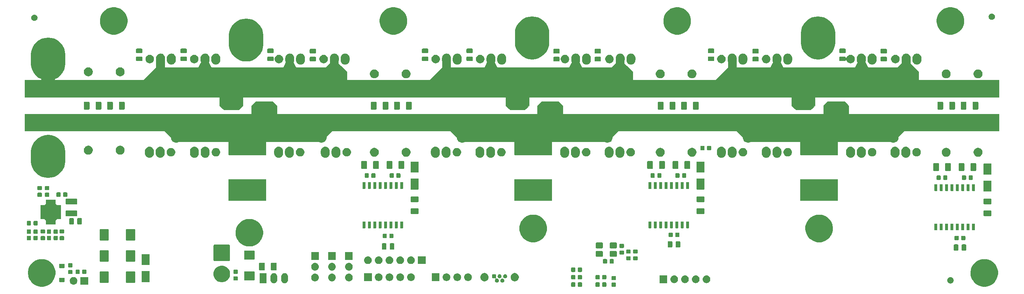
<source format=gbr>
G04 #@! TF.GenerationSoftware,KiCad,Pcbnew,(5.1.0)-1*
G04 #@! TF.CreationDate,2019-07-15T22:00:38+02:00*
G04 #@! TF.ProjectId,besc g2,62657363-2067-4322-9e6b-696361645f70,Init*
G04 #@! TF.SameCoordinates,Original*
G04 #@! TF.FileFunction,Soldermask,Bot*
G04 #@! TF.FilePolarity,Negative*
%FSLAX46Y46*%
G04 Gerber Fmt 4.6, Leading zero omitted, Abs format (unit mm)*
G04 Created by KiCad (PCBNEW (5.1.0)-1) date 2019-07-15 22:00:38*
%MOMM*%
%LPD*%
G04 APERTURE LIST*
%ADD10C,0.100000*%
G04 APERTURE END LIST*
D10*
G36*
X218800000Y-84400000D02*
G01*
X217800000Y-85400000D01*
X214300000Y-85400000D01*
X213300000Y-84400000D01*
X213300000Y-81400000D01*
X218800000Y-81400000D01*
X218800000Y-84400000D01*
G37*
X218800000Y-84400000D02*
X217800000Y-85400000D01*
X214300000Y-85400000D01*
X213300000Y-84400000D01*
X213300000Y-81400000D01*
X218800000Y-81400000D01*
X218800000Y-84400000D01*
G36*
X226800000Y-84400000D02*
G01*
X226800000Y-87400000D01*
X220800000Y-87400000D01*
X220800000Y-84400000D01*
X221800000Y-83400000D01*
X225800000Y-83400000D01*
X226800000Y-84400000D01*
G37*
X226800000Y-84400000D02*
X226800000Y-87400000D01*
X220800000Y-87400000D01*
X220800000Y-84400000D01*
X221800000Y-83400000D01*
X225800000Y-83400000D01*
X226800000Y-84400000D01*
G36*
X237300000Y-92900000D02*
G01*
X202800000Y-92900000D01*
X199300000Y-89400000D01*
X240800000Y-89400000D01*
X237300000Y-92900000D01*
G37*
X237300000Y-92900000D02*
X202800000Y-92900000D01*
X199300000Y-89400000D01*
X240800000Y-89400000D01*
X237300000Y-92900000D01*
G36*
X200300000Y-75400000D02*
G01*
X208300000Y-75400000D01*
X209300000Y-73400000D01*
X210300000Y-73400000D01*
X211300000Y-75400000D01*
X228300000Y-75400000D01*
X229300000Y-73400000D01*
X230300000Y-73400000D01*
X231300000Y-75400000D01*
X238300000Y-75400000D01*
X239300000Y-74400000D01*
X239300000Y-73400000D01*
X241300000Y-73400000D01*
X241300000Y-74400000D01*
X243300000Y-76400000D01*
X243300000Y-78400000D01*
X195300000Y-78400000D01*
X198300000Y-75400000D01*
X198300000Y-73400000D01*
X200300000Y-73400000D01*
X200300000Y-75400000D01*
G37*
X200300000Y-75400000D02*
X208300000Y-75400000D01*
X209300000Y-73400000D01*
X210300000Y-73400000D01*
X211300000Y-75400000D01*
X228300000Y-75400000D01*
X229300000Y-73400000D01*
X230300000Y-73400000D01*
X231300000Y-75400000D01*
X238300000Y-75400000D01*
X239300000Y-74400000D01*
X239300000Y-73400000D01*
X241300000Y-73400000D01*
X241300000Y-74400000D01*
X243300000Y-76400000D01*
X243300000Y-78400000D01*
X195300000Y-78400000D01*
X198300000Y-75400000D01*
X198300000Y-73400000D01*
X200300000Y-73400000D01*
X200300000Y-75400000D01*
G36*
X132800000Y-75400000D02*
G01*
X140800000Y-75400000D01*
X141800000Y-73400000D01*
X142800000Y-73400000D01*
X143800000Y-75400000D01*
X160800000Y-75400000D01*
X161800000Y-73400000D01*
X162800000Y-73400000D01*
X163800000Y-75400000D01*
X170800000Y-75400000D01*
X171800000Y-74400000D01*
X171800000Y-73400000D01*
X173800000Y-73400000D01*
X173800000Y-74400000D01*
X175800000Y-76400000D01*
X175800000Y-78400000D01*
X127800000Y-78400000D01*
X130800000Y-75400000D01*
X130800000Y-73400000D01*
X132800000Y-73400000D01*
X132800000Y-75400000D01*
G37*
X132800000Y-75400000D02*
X140800000Y-75400000D01*
X141800000Y-73400000D01*
X142800000Y-73400000D01*
X143800000Y-75400000D01*
X160800000Y-75400000D01*
X161800000Y-73400000D01*
X162800000Y-73400000D01*
X163800000Y-75400000D01*
X170800000Y-75400000D01*
X171800000Y-74400000D01*
X171800000Y-73400000D01*
X173800000Y-73400000D01*
X173800000Y-74400000D01*
X175800000Y-76400000D01*
X175800000Y-78400000D01*
X127800000Y-78400000D01*
X130800000Y-75400000D01*
X130800000Y-73400000D01*
X132800000Y-73400000D01*
X132800000Y-75400000D01*
G36*
X169800000Y-92900000D02*
G01*
X135300000Y-92900000D01*
X131800000Y-89400000D01*
X173300000Y-89400000D01*
X169800000Y-92900000D01*
G37*
X169800000Y-92900000D02*
X135300000Y-92900000D01*
X131800000Y-89400000D01*
X173300000Y-89400000D01*
X169800000Y-92900000D01*
G36*
X159300000Y-84400000D02*
G01*
X159300000Y-87400000D01*
X153300000Y-87400000D01*
X153300000Y-84400000D01*
X154300000Y-83400000D01*
X158300000Y-83400000D01*
X159300000Y-84400000D01*
G37*
X159300000Y-84400000D02*
X159300000Y-87400000D01*
X153300000Y-87400000D01*
X153300000Y-84400000D01*
X154300000Y-83400000D01*
X158300000Y-83400000D01*
X159300000Y-84400000D01*
G36*
X151300000Y-84400000D02*
G01*
X150300000Y-85400000D01*
X146800000Y-85400000D01*
X145800000Y-84400000D01*
X145800000Y-81400000D01*
X151300000Y-81400000D01*
X151300000Y-84400000D01*
G37*
X151300000Y-84400000D02*
X150300000Y-85400000D01*
X146800000Y-85400000D01*
X145800000Y-84400000D01*
X145800000Y-81400000D01*
X151300000Y-81400000D01*
X151300000Y-84400000D01*
G36*
X83800000Y-84400000D02*
G01*
X82800000Y-85400000D01*
X79300000Y-85400000D01*
X78300000Y-84400000D01*
X78300000Y-81400000D01*
X83800000Y-81400000D01*
X83800000Y-84400000D01*
G37*
X83800000Y-84400000D02*
X82800000Y-85400000D01*
X79300000Y-85400000D01*
X78300000Y-84400000D01*
X78300000Y-81400000D01*
X83800000Y-81400000D01*
X83800000Y-84400000D01*
G36*
X91800000Y-84400000D02*
G01*
X91800000Y-87400000D01*
X85800000Y-87400000D01*
X85800000Y-84400000D01*
X86800000Y-83400000D01*
X90800000Y-83400000D01*
X91800000Y-84400000D01*
G37*
X91800000Y-84400000D02*
X91800000Y-87400000D01*
X85800000Y-87400000D01*
X85800000Y-84400000D01*
X86800000Y-83400000D01*
X90800000Y-83400000D01*
X91800000Y-84400000D01*
G36*
X102300000Y-92900000D02*
G01*
X67800000Y-92900000D01*
X64300000Y-89400000D01*
X105800000Y-89400000D01*
X102300000Y-92900000D01*
G37*
X102300000Y-92900000D02*
X67800000Y-92900000D01*
X64300000Y-89400000D01*
X105800000Y-89400000D01*
X102300000Y-92900000D01*
G36*
X65300000Y-75400000D02*
G01*
X73300000Y-75400000D01*
X74300000Y-73400000D01*
X75300000Y-73400000D01*
X76300000Y-75400000D01*
X93300000Y-75400000D01*
X94300000Y-73400000D01*
X95300000Y-73400000D01*
X96300000Y-75400000D01*
X103300000Y-75400000D01*
X104300000Y-74400000D01*
X104300000Y-73400000D01*
X106300000Y-73400000D01*
X106300000Y-74400000D01*
X108300000Y-76400000D01*
X108300000Y-78400000D01*
X60300000Y-78400000D01*
X63300000Y-75400000D01*
X63300000Y-73400000D01*
X65300000Y-73400000D01*
X65300000Y-75400000D01*
G37*
X65300000Y-75400000D02*
X73300000Y-75400000D01*
X74300000Y-73400000D01*
X75300000Y-73400000D01*
X76300000Y-75400000D01*
X93300000Y-75400000D01*
X94300000Y-73400000D01*
X95300000Y-73400000D01*
X96300000Y-75400000D01*
X103300000Y-75400000D01*
X104300000Y-74400000D01*
X104300000Y-73400000D01*
X106300000Y-73400000D01*
X106300000Y-74400000D01*
X108300000Y-76400000D01*
X108300000Y-78400000D01*
X60300000Y-78400000D01*
X63300000Y-75400000D01*
X63300000Y-73400000D01*
X65300000Y-73400000D01*
X65300000Y-75400000D01*
G36*
X89175000Y-96000000D02*
G01*
X89175000Y-91000000D01*
X80425000Y-91000000D01*
X80425000Y-96000000D01*
X89175000Y-96000000D01*
G37*
X89175000Y-96000000D02*
X89175000Y-91000000D01*
X80425000Y-91000000D01*
X80425000Y-96000000D01*
X89175000Y-96000000D01*
G36*
X80425000Y-101800000D02*
G01*
X80425000Y-106800000D01*
X89175000Y-106800000D01*
X89175000Y-101800000D01*
X80425000Y-101800000D01*
G37*
X80425000Y-101800000D02*
X80425000Y-106800000D01*
X89175000Y-106800000D01*
X89175000Y-101800000D01*
X80425000Y-101800000D01*
G36*
X156675000Y-96000000D02*
G01*
X156675000Y-91000000D01*
X147925000Y-91000000D01*
X147925000Y-96000000D01*
X156675000Y-96000000D01*
G37*
X156675000Y-96000000D02*
X156675000Y-91000000D01*
X147925000Y-91000000D01*
X147925000Y-96000000D01*
X156675000Y-96000000D01*
G36*
X147925000Y-101800000D02*
G01*
X147925000Y-106800000D01*
X156675000Y-106800000D01*
X156675000Y-101800000D01*
X147925000Y-101800000D01*
G37*
X147925000Y-101800000D02*
X147925000Y-106800000D01*
X156675000Y-106800000D01*
X156675000Y-101800000D01*
X147925000Y-101800000D01*
G36*
X224175000Y-96000000D02*
G01*
X224175000Y-91000000D01*
X215425000Y-91000000D01*
X215425000Y-96000000D01*
X224175000Y-96000000D01*
G37*
X224175000Y-96000000D02*
X224175000Y-91000000D01*
X215425000Y-91000000D01*
X215425000Y-96000000D01*
X224175000Y-96000000D01*
G36*
X215425000Y-101800000D02*
G01*
X215425000Y-106800000D01*
X224175000Y-106800000D01*
X224175000Y-101800000D01*
X215425000Y-101800000D01*
G37*
X215425000Y-101800000D02*
X215425000Y-106800000D01*
X224175000Y-106800000D01*
X224175000Y-101800000D01*
X215425000Y-101800000D01*
G36*
X163679591Y-126128085D02*
G01*
X163713569Y-126138393D01*
X163744890Y-126155134D01*
X163772339Y-126177661D01*
X163794866Y-126205110D01*
X163811607Y-126236431D01*
X163821915Y-126270409D01*
X163826000Y-126311890D01*
X163826000Y-126988110D01*
X163821915Y-127029591D01*
X163811607Y-127063569D01*
X163794866Y-127094890D01*
X163772339Y-127122339D01*
X163744890Y-127144866D01*
X163713569Y-127161607D01*
X163679591Y-127171915D01*
X163638110Y-127176000D01*
X163036890Y-127176000D01*
X162995409Y-127171915D01*
X162961431Y-127161607D01*
X162930110Y-127144866D01*
X162902661Y-127122339D01*
X162880134Y-127094890D01*
X162863393Y-127063569D01*
X162853085Y-127029591D01*
X162849000Y-126988110D01*
X162849000Y-126311890D01*
X162853085Y-126270409D01*
X162863393Y-126236431D01*
X162880134Y-126205110D01*
X162902661Y-126177661D01*
X162930110Y-126155134D01*
X162961431Y-126138393D01*
X162995409Y-126128085D01*
X163036890Y-126124000D01*
X163638110Y-126124000D01*
X163679591Y-126128085D01*
X163679591Y-126128085D01*
G37*
G36*
X167854591Y-126128085D02*
G01*
X167888569Y-126138393D01*
X167919890Y-126155134D01*
X167947339Y-126177661D01*
X167969866Y-126205110D01*
X167986607Y-126236431D01*
X167996915Y-126270409D01*
X168001000Y-126311890D01*
X168001000Y-126988110D01*
X167996915Y-127029591D01*
X167986607Y-127063569D01*
X167969866Y-127094890D01*
X167947339Y-127122339D01*
X167919890Y-127144866D01*
X167888569Y-127161607D01*
X167854591Y-127171915D01*
X167813110Y-127176000D01*
X167211890Y-127176000D01*
X167170409Y-127171915D01*
X167136431Y-127161607D01*
X167105110Y-127144866D01*
X167077661Y-127122339D01*
X167055134Y-127094890D01*
X167038393Y-127063569D01*
X167028085Y-127029591D01*
X167024000Y-126988110D01*
X167024000Y-126311890D01*
X167028085Y-126270409D01*
X167038393Y-126236431D01*
X167055134Y-126205110D01*
X167077661Y-126177661D01*
X167105110Y-126155134D01*
X167136431Y-126138393D01*
X167170409Y-126128085D01*
X167211890Y-126124000D01*
X167813110Y-126124000D01*
X167854591Y-126128085D01*
X167854591Y-126128085D01*
G37*
G36*
X169429591Y-126128085D02*
G01*
X169463569Y-126138393D01*
X169494890Y-126155134D01*
X169522339Y-126177661D01*
X169544866Y-126205110D01*
X169561607Y-126236431D01*
X169571915Y-126270409D01*
X169576000Y-126311890D01*
X169576000Y-126988110D01*
X169571915Y-127029591D01*
X169561607Y-127063569D01*
X169544866Y-127094890D01*
X169522339Y-127122339D01*
X169494890Y-127144866D01*
X169463569Y-127161607D01*
X169429591Y-127171915D01*
X169388110Y-127176000D01*
X168786890Y-127176000D01*
X168745409Y-127171915D01*
X168711431Y-127161607D01*
X168680110Y-127144866D01*
X168652661Y-127122339D01*
X168630134Y-127094890D01*
X168613393Y-127063569D01*
X168603085Y-127029591D01*
X168599000Y-126988110D01*
X168599000Y-126311890D01*
X168603085Y-126270409D01*
X168613393Y-126236431D01*
X168630134Y-126205110D01*
X168652661Y-126177661D01*
X168680110Y-126155134D01*
X168711431Y-126138393D01*
X168745409Y-126128085D01*
X168786890Y-126124000D01*
X169388110Y-126124000D01*
X169429591Y-126128085D01*
X169429591Y-126128085D01*
G37*
G36*
X162104591Y-126128085D02*
G01*
X162138569Y-126138393D01*
X162169890Y-126155134D01*
X162197339Y-126177661D01*
X162219866Y-126205110D01*
X162236607Y-126236431D01*
X162246915Y-126270409D01*
X162251000Y-126311890D01*
X162251000Y-126988110D01*
X162246915Y-127029591D01*
X162236607Y-127063569D01*
X162219866Y-127094890D01*
X162197339Y-127122339D01*
X162169890Y-127144866D01*
X162138569Y-127161607D01*
X162104591Y-127171915D01*
X162063110Y-127176000D01*
X161461890Y-127176000D01*
X161420409Y-127171915D01*
X161386431Y-127161607D01*
X161355110Y-127144866D01*
X161327661Y-127122339D01*
X161305134Y-127094890D01*
X161288393Y-127063569D01*
X161278085Y-127029591D01*
X161274000Y-126988110D01*
X161274000Y-126311890D01*
X161278085Y-126270409D01*
X161288393Y-126236431D01*
X161305134Y-126205110D01*
X161327661Y-126177661D01*
X161355110Y-126155134D01*
X161386431Y-126138393D01*
X161420409Y-126128085D01*
X161461890Y-126124000D01*
X162063110Y-126124000D01*
X162104591Y-126128085D01*
X162104591Y-126128085D01*
G37*
G36*
X171699591Y-126193085D02*
G01*
X171733569Y-126203393D01*
X171764890Y-126220134D01*
X171792339Y-126242661D01*
X171814866Y-126270110D01*
X171831607Y-126301431D01*
X171841915Y-126335409D01*
X171846000Y-126376890D01*
X171846000Y-126978110D01*
X171841915Y-127019591D01*
X171831607Y-127053569D01*
X171814866Y-127084890D01*
X171792339Y-127112339D01*
X171764890Y-127134866D01*
X171733569Y-127151607D01*
X171699591Y-127161915D01*
X171658110Y-127166000D01*
X170981890Y-127166000D01*
X170940409Y-127161915D01*
X170906431Y-127151607D01*
X170875110Y-127134866D01*
X170847661Y-127112339D01*
X170825134Y-127084890D01*
X170808393Y-127053569D01*
X170798085Y-127019591D01*
X170794000Y-126978110D01*
X170794000Y-126376890D01*
X170798085Y-126335409D01*
X170808393Y-126301431D01*
X170825134Y-126270110D01*
X170847661Y-126242661D01*
X170875110Y-126220134D01*
X170906431Y-126203393D01*
X170940409Y-126193085D01*
X170981890Y-126189000D01*
X171658110Y-126189000D01*
X171699591Y-126193085D01*
X171699591Y-126193085D01*
G37*
G36*
X36872453Y-120699177D02*
G01*
X37248282Y-120773934D01*
X37839926Y-121019001D01*
X38240073Y-121286371D01*
X38372391Y-121374783D01*
X38825217Y-121827609D01*
X38852372Y-121868250D01*
X39180999Y-122360074D01*
X39426066Y-122951718D01*
X39476611Y-123205826D01*
X39551000Y-123579803D01*
X39551000Y-124220197D01*
X39509733Y-124427661D01*
X39426066Y-124848282D01*
X39180999Y-125439926D01*
X38896083Y-125866332D01*
X38825217Y-125972391D01*
X38372391Y-126425217D01*
X38266477Y-126495986D01*
X37839926Y-126780999D01*
X37248282Y-127026066D01*
X36952554Y-127084890D01*
X36620197Y-127151000D01*
X35979803Y-127151000D01*
X35647446Y-127084890D01*
X35351718Y-127026066D01*
X34760074Y-126780999D01*
X34333523Y-126495986D01*
X34227609Y-126425217D01*
X33774783Y-125972391D01*
X33703917Y-125866332D01*
X33419001Y-125439926D01*
X33173934Y-124848282D01*
X33090267Y-124427661D01*
X33049000Y-124220197D01*
X33049000Y-123579803D01*
X33123389Y-123205826D01*
X33173934Y-122951718D01*
X33419001Y-122360074D01*
X33747628Y-121868250D01*
X33774783Y-121827609D01*
X34227609Y-121374783D01*
X34359927Y-121286371D01*
X34760074Y-121019001D01*
X35351718Y-120773934D01*
X35727547Y-120699177D01*
X35979803Y-120649000D01*
X36620197Y-120649000D01*
X36872453Y-120699177D01*
X36872453Y-120699177D01*
G37*
G36*
X259372453Y-120699177D02*
G01*
X259748282Y-120773934D01*
X260339926Y-121019001D01*
X260740073Y-121286371D01*
X260872391Y-121374783D01*
X261325217Y-121827609D01*
X261352372Y-121868250D01*
X261680999Y-122360074D01*
X261926066Y-122951718D01*
X261976611Y-123205826D01*
X262051000Y-123579803D01*
X262051000Y-124220197D01*
X262009733Y-124427661D01*
X261926066Y-124848282D01*
X261680999Y-125439926D01*
X261396083Y-125866332D01*
X261325217Y-125972391D01*
X260872391Y-126425217D01*
X260766477Y-126495986D01*
X260339926Y-126780999D01*
X259748282Y-127026066D01*
X259452554Y-127084890D01*
X259120197Y-127151000D01*
X258479803Y-127151000D01*
X258147446Y-127084890D01*
X257851718Y-127026066D01*
X257260074Y-126780999D01*
X256833523Y-126495986D01*
X256727609Y-126425217D01*
X256274783Y-125972391D01*
X256203917Y-125866332D01*
X255919001Y-125439926D01*
X255673934Y-124848282D01*
X255590267Y-124427661D01*
X255549000Y-124220197D01*
X255549000Y-123579803D01*
X255623389Y-123205826D01*
X255673934Y-122951718D01*
X255919001Y-122360074D01*
X256247628Y-121868250D01*
X256274783Y-121827609D01*
X256727609Y-121374783D01*
X256859927Y-121286371D01*
X257260074Y-121019001D01*
X257851718Y-120773934D01*
X258227547Y-120699177D01*
X258479803Y-120649000D01*
X259120197Y-120649000D01*
X259372453Y-120699177D01*
X259372453Y-120699177D01*
G37*
G36*
X43910442Y-124880518D02*
G01*
X43976627Y-124887037D01*
X44146466Y-124938557D01*
X44302991Y-125022222D01*
X44332375Y-125046337D01*
X44440186Y-125134814D01*
X44512863Y-125223373D01*
X44552778Y-125272009D01*
X44552779Y-125272011D01*
X44622854Y-125403110D01*
X44636443Y-125428534D01*
X44687963Y-125598373D01*
X44705359Y-125775000D01*
X44687963Y-125951627D01*
X44636443Y-126121466D01*
X44636442Y-126121468D01*
X44635089Y-126124000D01*
X44552778Y-126277991D01*
X44533895Y-126301000D01*
X44440186Y-126415186D01*
X44338729Y-126498448D01*
X44302991Y-126527778D01*
X44146466Y-126611443D01*
X43976627Y-126662963D01*
X43910442Y-126669482D01*
X43844260Y-126676000D01*
X43755740Y-126676000D01*
X43689558Y-126669482D01*
X43623373Y-126662963D01*
X43453534Y-126611443D01*
X43297009Y-126527778D01*
X43261271Y-126498448D01*
X43159814Y-126415186D01*
X43066105Y-126301000D01*
X43047222Y-126277991D01*
X42964911Y-126124000D01*
X42963558Y-126121468D01*
X42963557Y-126121466D01*
X42912037Y-125951627D01*
X42894641Y-125775000D01*
X42912037Y-125598373D01*
X42963557Y-125428534D01*
X42977147Y-125403110D01*
X43047221Y-125272011D01*
X43047222Y-125272009D01*
X43087137Y-125223373D01*
X43159814Y-125134814D01*
X43267625Y-125046337D01*
X43297009Y-125022222D01*
X43453534Y-124938557D01*
X43623373Y-124887037D01*
X43689558Y-124880518D01*
X43755740Y-124874000D01*
X43844260Y-124874000D01*
X43910442Y-124880518D01*
X43910442Y-124880518D01*
G37*
G36*
X47241000Y-126676000D02*
G01*
X45439000Y-126676000D01*
X45439000Y-124874000D01*
X47241000Y-124874000D01*
X47241000Y-126676000D01*
X47241000Y-126676000D01*
G37*
G36*
X251018766Y-124928821D02*
G01*
X251155257Y-124985358D01*
X251278097Y-125067437D01*
X251382563Y-125171903D01*
X251464642Y-125294743D01*
X251521179Y-125431234D01*
X251550000Y-125576130D01*
X251550000Y-125723870D01*
X251521179Y-125868766D01*
X251464642Y-126005257D01*
X251382563Y-126128097D01*
X251278097Y-126232563D01*
X251155257Y-126314642D01*
X251018766Y-126371179D01*
X250873870Y-126400000D01*
X250726130Y-126400000D01*
X250581234Y-126371179D01*
X250444743Y-126314642D01*
X250321903Y-126232563D01*
X250217437Y-126128097D01*
X250135358Y-126005257D01*
X250078821Y-125868766D01*
X250050000Y-125723870D01*
X250050000Y-125576130D01*
X250078821Y-125431234D01*
X250135358Y-125294743D01*
X250217437Y-125171903D01*
X250321903Y-125067437D01*
X250444743Y-124985358D01*
X250581234Y-124928821D01*
X250726130Y-124900000D01*
X250873870Y-124900000D01*
X251018766Y-124928821D01*
X251018766Y-124928821D01*
G37*
G36*
X93787022Y-123960590D02*
G01*
X93877743Y-123988110D01*
X93938012Y-124006392D01*
X94056762Y-124069866D01*
X94077164Y-124080771D01*
X94199133Y-124180867D01*
X94264156Y-124260098D01*
X94299229Y-124302835D01*
X94373608Y-124441987D01*
X94374370Y-124444500D01*
X94419410Y-124592977D01*
X94425535Y-124655164D01*
X94431000Y-124710654D01*
X94431000Y-125589346D01*
X94427750Y-125622339D01*
X94419410Y-125707023D01*
X94407445Y-125746466D01*
X94373608Y-125858013D01*
X94299229Y-125997165D01*
X94199133Y-126119133D01*
X94077165Y-126219229D01*
X93938013Y-126293608D01*
X93887682Y-126308875D01*
X93787023Y-126339410D01*
X93630000Y-126354875D01*
X93472978Y-126339410D01*
X93372319Y-126308875D01*
X93321988Y-126293608D01*
X93182836Y-126219229D01*
X93060868Y-126119133D01*
X92960772Y-125997165D01*
X92886393Y-125858013D01*
X92852556Y-125746466D01*
X92840591Y-125707023D01*
X92829000Y-125589345D01*
X92829000Y-124710656D01*
X92840590Y-124592978D01*
X92886392Y-124441989D01*
X92886392Y-124441988D01*
X92960771Y-124302836D01*
X92981287Y-124277837D01*
X93060867Y-124180867D01*
X93182835Y-124080771D01*
X93203237Y-124069866D01*
X93321987Y-124006392D01*
X93382256Y-123988110D01*
X93472977Y-123960590D01*
X93630000Y-123945125D01*
X93787022Y-123960590D01*
X93787022Y-123960590D01*
G37*
G36*
X91247022Y-123960590D02*
G01*
X91337743Y-123988110D01*
X91398012Y-124006392D01*
X91516762Y-124069866D01*
X91537164Y-124080771D01*
X91659133Y-124180867D01*
X91724156Y-124260098D01*
X91759229Y-124302835D01*
X91833608Y-124441987D01*
X91834370Y-124444500D01*
X91879410Y-124592977D01*
X91885535Y-124655164D01*
X91891000Y-124710654D01*
X91891000Y-125589346D01*
X91887750Y-125622339D01*
X91879410Y-125707023D01*
X91867445Y-125746466D01*
X91833608Y-125858013D01*
X91759229Y-125997165D01*
X91659133Y-126119133D01*
X91537165Y-126219229D01*
X91398013Y-126293608D01*
X91347682Y-126308875D01*
X91247023Y-126339410D01*
X91090000Y-126354875D01*
X90932978Y-126339410D01*
X90832319Y-126308875D01*
X90781988Y-126293608D01*
X90642836Y-126219229D01*
X90520868Y-126119133D01*
X90420772Y-125997165D01*
X90346393Y-125858013D01*
X90312556Y-125746466D01*
X90300591Y-125707023D01*
X90289000Y-125589345D01*
X90289000Y-124710656D01*
X90300590Y-124592978D01*
X90346392Y-124441989D01*
X90346392Y-124441988D01*
X90420771Y-124302836D01*
X90441287Y-124277837D01*
X90520867Y-124180867D01*
X90642835Y-124080771D01*
X90663237Y-124069866D01*
X90781987Y-124006392D01*
X90842256Y-123988110D01*
X90932977Y-123960590D01*
X91090000Y-123945125D01*
X91247022Y-123960590D01*
X91247022Y-123960590D01*
G37*
G36*
X89351000Y-126351000D02*
G01*
X87749000Y-126351000D01*
X87749000Y-123949000D01*
X89351000Y-123949000D01*
X89351000Y-126351000D01*
X89351000Y-126351000D01*
G37*
G36*
X188240443Y-124505519D02*
G01*
X188306627Y-124512037D01*
X188476466Y-124563557D01*
X188632991Y-124647222D01*
X188642668Y-124655164D01*
X188770186Y-124759814D01*
X188817433Y-124817386D01*
X188882778Y-124897009D01*
X188966443Y-125053534D01*
X189017963Y-125223373D01*
X189035359Y-125400000D01*
X189017963Y-125576627D01*
X188966443Y-125746466D01*
X188882778Y-125902991D01*
X188857669Y-125933586D01*
X188770186Y-126040186D01*
X188685809Y-126109431D01*
X188632991Y-126152778D01*
X188578703Y-126181796D01*
X188476489Y-126236431D01*
X188476466Y-126236443D01*
X188306627Y-126287963D01*
X188249311Y-126293608D01*
X188174260Y-126301000D01*
X188085740Y-126301000D01*
X188010689Y-126293608D01*
X187953373Y-126287963D01*
X187783534Y-126236443D01*
X187783512Y-126236431D01*
X187681297Y-126181796D01*
X187627009Y-126152778D01*
X187574191Y-126109431D01*
X187489814Y-126040186D01*
X187402331Y-125933586D01*
X187377222Y-125902991D01*
X187293557Y-125746466D01*
X187242037Y-125576627D01*
X187224641Y-125400000D01*
X187242037Y-125223373D01*
X187293557Y-125053534D01*
X187377222Y-124897009D01*
X187442567Y-124817386D01*
X187489814Y-124759814D01*
X187617332Y-124655164D01*
X187627009Y-124647222D01*
X187783534Y-124563557D01*
X187953373Y-124512037D01*
X188019557Y-124505519D01*
X188085740Y-124499000D01*
X188174260Y-124499000D01*
X188240443Y-124505519D01*
X188240443Y-124505519D01*
G37*
G36*
X190780443Y-124505519D02*
G01*
X190846627Y-124512037D01*
X191016466Y-124563557D01*
X191172991Y-124647222D01*
X191182668Y-124655164D01*
X191310186Y-124759814D01*
X191357433Y-124817386D01*
X191422778Y-124897009D01*
X191506443Y-125053534D01*
X191557963Y-125223373D01*
X191575359Y-125400000D01*
X191557963Y-125576627D01*
X191506443Y-125746466D01*
X191422778Y-125902991D01*
X191397669Y-125933586D01*
X191310186Y-126040186D01*
X191225809Y-126109431D01*
X191172991Y-126152778D01*
X191118703Y-126181796D01*
X191016489Y-126236431D01*
X191016466Y-126236443D01*
X190846627Y-126287963D01*
X190789311Y-126293608D01*
X190714260Y-126301000D01*
X190625740Y-126301000D01*
X190550689Y-126293608D01*
X190493373Y-126287963D01*
X190323534Y-126236443D01*
X190323512Y-126236431D01*
X190221297Y-126181796D01*
X190167009Y-126152778D01*
X190114191Y-126109431D01*
X190029814Y-126040186D01*
X189942331Y-125933586D01*
X189917222Y-125902991D01*
X189833557Y-125746466D01*
X189782037Y-125576627D01*
X189764641Y-125400000D01*
X189782037Y-125223373D01*
X189833557Y-125053534D01*
X189917222Y-124897009D01*
X189982567Y-124817386D01*
X190029814Y-124759814D01*
X190157332Y-124655164D01*
X190167009Y-124647222D01*
X190323534Y-124563557D01*
X190493373Y-124512037D01*
X190559557Y-124505519D01*
X190625740Y-124499000D01*
X190714260Y-124499000D01*
X190780443Y-124505519D01*
X190780443Y-124505519D01*
G37*
G36*
X185700443Y-124505519D02*
G01*
X185766627Y-124512037D01*
X185936466Y-124563557D01*
X186092991Y-124647222D01*
X186102668Y-124655164D01*
X186230186Y-124759814D01*
X186277433Y-124817386D01*
X186342778Y-124897009D01*
X186426443Y-125053534D01*
X186477963Y-125223373D01*
X186495359Y-125400000D01*
X186477963Y-125576627D01*
X186426443Y-125746466D01*
X186342778Y-125902991D01*
X186317669Y-125933586D01*
X186230186Y-126040186D01*
X186145809Y-126109431D01*
X186092991Y-126152778D01*
X186038703Y-126181796D01*
X185936489Y-126236431D01*
X185936466Y-126236443D01*
X185766627Y-126287963D01*
X185709311Y-126293608D01*
X185634260Y-126301000D01*
X185545740Y-126301000D01*
X185470689Y-126293608D01*
X185413373Y-126287963D01*
X185243534Y-126236443D01*
X185243512Y-126236431D01*
X185141297Y-126181796D01*
X185087009Y-126152778D01*
X185034191Y-126109431D01*
X184949814Y-126040186D01*
X184862331Y-125933586D01*
X184837222Y-125902991D01*
X184753557Y-125746466D01*
X184702037Y-125576627D01*
X184684641Y-125400000D01*
X184702037Y-125223373D01*
X184753557Y-125053534D01*
X184837222Y-124897009D01*
X184902567Y-124817386D01*
X184949814Y-124759814D01*
X185077332Y-124655164D01*
X185087009Y-124647222D01*
X185243534Y-124563557D01*
X185413373Y-124512037D01*
X185479557Y-124505519D01*
X185545740Y-124499000D01*
X185634260Y-124499000D01*
X185700443Y-124505519D01*
X185700443Y-124505519D01*
G37*
G36*
X183951000Y-126301000D02*
G01*
X182149000Y-126301000D01*
X182149000Y-124499000D01*
X183951000Y-124499000D01*
X183951000Y-126301000D01*
X183951000Y-126301000D01*
G37*
G36*
X193320443Y-124505519D02*
G01*
X193386627Y-124512037D01*
X193556466Y-124563557D01*
X193712991Y-124647222D01*
X193722668Y-124655164D01*
X193850186Y-124759814D01*
X193897433Y-124817386D01*
X193962778Y-124897009D01*
X194046443Y-125053534D01*
X194097963Y-125223373D01*
X194115359Y-125400000D01*
X194097963Y-125576627D01*
X194046443Y-125746466D01*
X193962778Y-125902991D01*
X193937669Y-125933586D01*
X193850186Y-126040186D01*
X193765809Y-126109431D01*
X193712991Y-126152778D01*
X193658703Y-126181796D01*
X193556489Y-126236431D01*
X193556466Y-126236443D01*
X193386627Y-126287963D01*
X193329311Y-126293608D01*
X193254260Y-126301000D01*
X193165740Y-126301000D01*
X193090689Y-126293608D01*
X193033373Y-126287963D01*
X192863534Y-126236443D01*
X192863512Y-126236431D01*
X192761297Y-126181796D01*
X192707009Y-126152778D01*
X192654191Y-126109431D01*
X192569814Y-126040186D01*
X192482331Y-125933586D01*
X192457222Y-125902991D01*
X192373557Y-125746466D01*
X192322037Y-125576627D01*
X192304641Y-125400000D01*
X192322037Y-125223373D01*
X192373557Y-125053534D01*
X192457222Y-124897009D01*
X192522567Y-124817386D01*
X192569814Y-124759814D01*
X192697332Y-124655164D01*
X192707009Y-124647222D01*
X192863534Y-124563557D01*
X193033373Y-124512037D01*
X193099557Y-124505519D01*
X193165740Y-124499000D01*
X193254260Y-124499000D01*
X193320443Y-124505519D01*
X193320443Y-124505519D01*
G37*
G36*
X58216132Y-123577810D02*
G01*
X58247423Y-123587302D01*
X58276263Y-123602717D01*
X58301539Y-123623461D01*
X58322283Y-123648737D01*
X58337698Y-123677577D01*
X58347190Y-123708868D01*
X58351000Y-123747551D01*
X58351000Y-126052449D01*
X58347190Y-126091132D01*
X58337698Y-126122423D01*
X58322283Y-126151263D01*
X58301539Y-126176539D01*
X58276263Y-126197283D01*
X58247423Y-126212698D01*
X58216132Y-126222190D01*
X58177449Y-126226000D01*
X56347551Y-126226000D01*
X56308868Y-126222190D01*
X56277577Y-126212698D01*
X56248737Y-126197283D01*
X56223461Y-126176539D01*
X56202717Y-126151263D01*
X56187302Y-126122423D01*
X56177810Y-126091132D01*
X56174000Y-126052449D01*
X56174000Y-123747551D01*
X56177810Y-123708868D01*
X56187302Y-123677577D01*
X56202717Y-123648737D01*
X56223461Y-123623461D01*
X56248737Y-123602717D01*
X56277577Y-123587302D01*
X56308868Y-123577810D01*
X56347551Y-123574000D01*
X58177449Y-123574000D01*
X58216132Y-123577810D01*
X58216132Y-123577810D01*
G37*
G36*
X51991132Y-123577810D02*
G01*
X52022423Y-123587302D01*
X52051263Y-123602717D01*
X52076539Y-123623461D01*
X52097283Y-123648737D01*
X52112698Y-123677577D01*
X52122190Y-123708868D01*
X52126000Y-123747551D01*
X52126000Y-126052449D01*
X52122190Y-126091132D01*
X52112698Y-126122423D01*
X52097283Y-126151263D01*
X52076539Y-126176539D01*
X52051263Y-126197283D01*
X52022423Y-126212698D01*
X51991132Y-126222190D01*
X51952449Y-126226000D01*
X50122551Y-126226000D01*
X50083868Y-126222190D01*
X50052577Y-126212698D01*
X50023737Y-126197283D01*
X49998461Y-126176539D01*
X49977717Y-126151263D01*
X49962302Y-126122423D01*
X49952810Y-126091132D01*
X49949000Y-126052449D01*
X49949000Y-123747551D01*
X49952810Y-123708868D01*
X49962302Y-123677577D01*
X49977717Y-123648737D01*
X49998461Y-123623461D01*
X50023737Y-123602717D01*
X50052577Y-123587302D01*
X50083868Y-123577810D01*
X50122551Y-123574000D01*
X51952449Y-123574000D01*
X51991132Y-123577810D01*
X51991132Y-123577810D01*
G37*
G36*
X143406634Y-124212917D02*
G01*
X143438972Y-124222727D01*
X143468776Y-124238658D01*
X143494902Y-124260098D01*
X143516342Y-124286224D01*
X143532273Y-124316028D01*
X143542083Y-124348366D01*
X143546000Y-124388140D01*
X143546000Y-124971860D01*
X143542083Y-125011634D01*
X143530139Y-125051006D01*
X143525358Y-125075039D01*
X143525358Y-125099543D01*
X143530138Y-125123577D01*
X143539515Y-125146216D01*
X143553129Y-125166590D01*
X143570456Y-125183917D01*
X143590830Y-125197531D01*
X143613469Y-125206908D01*
X143637502Y-125211689D01*
X143662006Y-125211689D01*
X143674142Y-125209889D01*
X143678611Y-125209000D01*
X143771391Y-125209000D01*
X143832054Y-125221067D01*
X143862386Y-125227100D01*
X143948102Y-125262605D01*
X144025245Y-125314150D01*
X144090850Y-125379755D01*
X144142395Y-125456898D01*
X144142396Y-125456900D01*
X144151716Y-125479401D01*
X144177900Y-125542614D01*
X144182068Y-125563569D01*
X144196000Y-125633609D01*
X144196000Y-125726391D01*
X144192007Y-125746466D01*
X144177900Y-125817386D01*
X144142395Y-125903102D01*
X144090850Y-125980245D01*
X144025245Y-126045850D01*
X143948102Y-126097395D01*
X143862386Y-126132900D01*
X143834770Y-126138393D01*
X143771391Y-126151000D01*
X143678609Y-126151000D01*
X143615230Y-126138393D01*
X143587614Y-126132900D01*
X143501898Y-126097395D01*
X143424755Y-126045850D01*
X143359150Y-125980245D01*
X143307605Y-125903102D01*
X143272100Y-125817386D01*
X143257993Y-125746466D01*
X143254000Y-125726391D01*
X143254000Y-125633609D01*
X143267932Y-125563569D01*
X143272100Y-125542614D01*
X143298284Y-125479401D01*
X143307604Y-125456900D01*
X143307605Y-125456898D01*
X143359150Y-125379755D01*
X143374524Y-125364381D01*
X143390064Y-125345445D01*
X143401615Y-125323834D01*
X143408728Y-125300385D01*
X143411130Y-125275999D01*
X143408728Y-125251613D01*
X143401615Y-125228164D01*
X143390064Y-125206553D01*
X143374519Y-125187611D01*
X143355577Y-125172066D01*
X143333966Y-125160515D01*
X143310517Y-125153402D01*
X143286131Y-125151000D01*
X142783140Y-125151000D01*
X142743366Y-125147083D01*
X142711028Y-125137273D01*
X142681224Y-125121342D01*
X142655098Y-125099902D01*
X142633658Y-125073776D01*
X142617727Y-125043972D01*
X142607917Y-125011634D01*
X142604000Y-124971860D01*
X142604000Y-124388140D01*
X142607917Y-124348366D01*
X142617727Y-124316028D01*
X142633658Y-124286224D01*
X142655098Y-124260098D01*
X142681224Y-124238658D01*
X142711028Y-124222727D01*
X142743366Y-124212917D01*
X142783140Y-124209000D01*
X143366860Y-124209000D01*
X143406634Y-124212917D01*
X143406634Y-124212917D01*
G37*
G36*
X145132054Y-125221067D02*
G01*
X145162386Y-125227100D01*
X145248102Y-125262605D01*
X145325245Y-125314150D01*
X145390850Y-125379755D01*
X145442395Y-125456898D01*
X145442396Y-125456900D01*
X145451716Y-125479401D01*
X145477900Y-125542614D01*
X145482068Y-125563569D01*
X145496000Y-125633609D01*
X145496000Y-125726391D01*
X145492007Y-125746466D01*
X145477900Y-125817386D01*
X145442395Y-125903102D01*
X145390850Y-125980245D01*
X145325245Y-126045850D01*
X145248102Y-126097395D01*
X145162386Y-126132900D01*
X145134770Y-126138393D01*
X145071391Y-126151000D01*
X144978609Y-126151000D01*
X144915230Y-126138393D01*
X144887614Y-126132900D01*
X144801898Y-126097395D01*
X144724755Y-126045850D01*
X144659150Y-125980245D01*
X144607605Y-125903102D01*
X144572100Y-125817386D01*
X144557993Y-125746466D01*
X144554000Y-125726391D01*
X144554000Y-125633609D01*
X144567932Y-125563569D01*
X144572100Y-125542614D01*
X144598284Y-125479401D01*
X144607604Y-125456900D01*
X144607605Y-125456898D01*
X144659150Y-125379755D01*
X144724755Y-125314150D01*
X144801898Y-125262605D01*
X144887614Y-125227100D01*
X144917946Y-125221067D01*
X144978609Y-125209000D01*
X145071391Y-125209000D01*
X145132054Y-125221067D01*
X145132054Y-125221067D01*
G37*
G36*
X79369085Y-122273975D02*
G01*
X79724143Y-122421045D01*
X79724145Y-122421046D01*
X80043690Y-122634559D01*
X80315441Y-122906310D01*
X80528954Y-123225855D01*
X80528955Y-123225857D01*
X80676025Y-123580915D01*
X80751000Y-123957842D01*
X80751000Y-124342158D01*
X80676025Y-124719085D01*
X80531733Y-125067437D01*
X80528954Y-125074145D01*
X80315441Y-125393690D01*
X80043690Y-125665441D01*
X79724145Y-125878954D01*
X79724144Y-125878955D01*
X79724143Y-125878955D01*
X79369085Y-126026025D01*
X78992158Y-126101000D01*
X78607842Y-126101000D01*
X78230915Y-126026025D01*
X77875857Y-125878955D01*
X77875856Y-125878955D01*
X77875855Y-125878954D01*
X77556310Y-125665441D01*
X77284559Y-125393690D01*
X77071046Y-125074145D01*
X77068267Y-125067437D01*
X76923975Y-124719085D01*
X76849000Y-124342158D01*
X76849000Y-123957842D01*
X76923975Y-123580915D01*
X77071045Y-123225857D01*
X77071046Y-123225855D01*
X77284559Y-122906310D01*
X77556310Y-122634559D01*
X77875855Y-122421046D01*
X77875857Y-122421045D01*
X78230915Y-122273975D01*
X78607842Y-122199000D01*
X78992158Y-122199000D01*
X79369085Y-122273975D01*
X79369085Y-122273975D01*
G37*
G36*
X61678277Y-123451326D02*
G01*
X61695087Y-123456425D01*
X61710580Y-123464707D01*
X61724154Y-123475846D01*
X61735293Y-123489420D01*
X61743575Y-123504913D01*
X61748674Y-123521723D01*
X61751000Y-123545340D01*
X61751000Y-125954660D01*
X61748674Y-125978277D01*
X61743575Y-125995087D01*
X61735293Y-126010580D01*
X61724154Y-126024154D01*
X61710580Y-126035293D01*
X61695087Y-126043575D01*
X61678277Y-126048674D01*
X61654660Y-126051000D01*
X59945340Y-126051000D01*
X59921723Y-126048674D01*
X59904913Y-126043575D01*
X59889420Y-126035293D01*
X59875846Y-126024154D01*
X59864707Y-126010580D01*
X59856425Y-125995087D01*
X59851326Y-125978277D01*
X59849000Y-125954660D01*
X59849000Y-123545340D01*
X59851326Y-123521723D01*
X59856425Y-123504913D01*
X59864707Y-123489420D01*
X59875846Y-123475846D01*
X59889420Y-123464707D01*
X59904913Y-123456425D01*
X59921723Y-123451326D01*
X59945340Y-123449000D01*
X61654660Y-123449000D01*
X61678277Y-123451326D01*
X61678277Y-123451326D01*
G37*
G36*
X41549560Y-125053205D02*
G01*
X41584713Y-125063869D01*
X41617110Y-125081186D01*
X41645509Y-125104491D01*
X41668814Y-125132890D01*
X41686131Y-125165287D01*
X41696795Y-125200440D01*
X41701000Y-125243140D01*
X41701000Y-125856860D01*
X41696795Y-125899560D01*
X41686131Y-125934713D01*
X41668814Y-125967110D01*
X41645509Y-125995509D01*
X41617110Y-126018814D01*
X41584713Y-126036131D01*
X41549560Y-126046795D01*
X41506860Y-126051000D01*
X40593140Y-126051000D01*
X40550440Y-126046795D01*
X40515287Y-126036131D01*
X40482890Y-126018814D01*
X40454491Y-125995509D01*
X40431186Y-125967110D01*
X40413869Y-125934713D01*
X40403205Y-125899560D01*
X40399000Y-125856860D01*
X40399000Y-125243140D01*
X40403205Y-125200440D01*
X40413869Y-125165287D01*
X40431186Y-125132890D01*
X40454491Y-125104491D01*
X40482890Y-125081186D01*
X40515287Y-125063869D01*
X40550440Y-125053205D01*
X40593140Y-125049000D01*
X41506860Y-125049000D01*
X41549560Y-125053205D01*
X41549560Y-125053205D01*
G37*
G36*
X108910442Y-124085518D02*
G01*
X108976627Y-124092037D01*
X109146466Y-124143557D01*
X109302991Y-124227222D01*
X109329148Y-124248689D01*
X109440186Y-124339814D01*
X109502023Y-124415164D01*
X109552778Y-124477009D01*
X109571501Y-124512037D01*
X109635940Y-124632592D01*
X109636443Y-124633534D01*
X109687963Y-124803373D01*
X109705359Y-124980000D01*
X109687963Y-125156627D01*
X109636443Y-125326466D01*
X109552778Y-125482991D01*
X109547123Y-125489881D01*
X109440186Y-125620186D01*
X109372175Y-125676000D01*
X109302991Y-125732778D01*
X109146466Y-125816443D01*
X108976627Y-125867963D01*
X108910442Y-125874482D01*
X108844260Y-125881000D01*
X108755740Y-125881000D01*
X108689558Y-125874482D01*
X108623373Y-125867963D01*
X108453534Y-125816443D01*
X108297009Y-125732778D01*
X108227825Y-125676000D01*
X108159814Y-125620186D01*
X108052877Y-125489881D01*
X108047222Y-125482991D01*
X107963557Y-125326466D01*
X107912037Y-125156627D01*
X107894641Y-124980000D01*
X107912037Y-124803373D01*
X107963557Y-124633534D01*
X107964061Y-124632592D01*
X108028499Y-124512037D01*
X108047222Y-124477009D01*
X108097977Y-124415164D01*
X108159814Y-124339814D01*
X108270852Y-124248689D01*
X108297009Y-124227222D01*
X108453534Y-124143557D01*
X108623373Y-124092037D01*
X108689558Y-124085518D01*
X108755740Y-124079000D01*
X108844260Y-124079000D01*
X108910442Y-124085518D01*
X108910442Y-124085518D01*
G37*
G36*
X100910442Y-124085518D02*
G01*
X100976627Y-124092037D01*
X101146466Y-124143557D01*
X101302991Y-124227222D01*
X101329148Y-124248689D01*
X101440186Y-124339814D01*
X101502023Y-124415164D01*
X101552778Y-124477009D01*
X101571501Y-124512037D01*
X101635940Y-124632592D01*
X101636443Y-124633534D01*
X101687963Y-124803373D01*
X101705359Y-124980000D01*
X101687963Y-125156627D01*
X101636443Y-125326466D01*
X101552778Y-125482991D01*
X101547123Y-125489881D01*
X101440186Y-125620186D01*
X101372175Y-125676000D01*
X101302991Y-125732778D01*
X101146466Y-125816443D01*
X100976627Y-125867963D01*
X100910442Y-125874482D01*
X100844260Y-125881000D01*
X100755740Y-125881000D01*
X100689558Y-125874482D01*
X100623373Y-125867963D01*
X100453534Y-125816443D01*
X100297009Y-125732778D01*
X100227825Y-125676000D01*
X100159814Y-125620186D01*
X100052877Y-125489881D01*
X100047222Y-125482991D01*
X99963557Y-125326466D01*
X99912037Y-125156627D01*
X99894641Y-124980000D01*
X99912037Y-124803373D01*
X99963557Y-124633534D01*
X99964061Y-124632592D01*
X100028499Y-124512037D01*
X100047222Y-124477009D01*
X100097977Y-124415164D01*
X100159814Y-124339814D01*
X100270852Y-124248689D01*
X100297009Y-124227222D01*
X100453534Y-124143557D01*
X100623373Y-124092037D01*
X100689558Y-124085518D01*
X100755740Y-124079000D01*
X100844260Y-124079000D01*
X100910442Y-124085518D01*
X100910442Y-124085518D01*
G37*
G36*
X104910442Y-124085518D02*
G01*
X104976627Y-124092037D01*
X105146466Y-124143557D01*
X105302991Y-124227222D01*
X105329148Y-124248689D01*
X105440186Y-124339814D01*
X105502023Y-124415164D01*
X105552778Y-124477009D01*
X105571501Y-124512037D01*
X105635940Y-124632592D01*
X105636443Y-124633534D01*
X105687963Y-124803373D01*
X105705359Y-124980000D01*
X105687963Y-125156627D01*
X105636443Y-125326466D01*
X105552778Y-125482991D01*
X105547123Y-125489881D01*
X105440186Y-125620186D01*
X105372175Y-125676000D01*
X105302991Y-125732778D01*
X105146466Y-125816443D01*
X104976627Y-125867963D01*
X104910442Y-125874482D01*
X104844260Y-125881000D01*
X104755740Y-125881000D01*
X104689558Y-125874482D01*
X104623373Y-125867963D01*
X104453534Y-125816443D01*
X104297009Y-125732778D01*
X104227825Y-125676000D01*
X104159814Y-125620186D01*
X104052877Y-125489881D01*
X104047222Y-125482991D01*
X103963557Y-125326466D01*
X103912037Y-125156627D01*
X103894641Y-124980000D01*
X103912037Y-124803373D01*
X103963557Y-124633534D01*
X103964061Y-124632592D01*
X104028499Y-124512037D01*
X104047222Y-124477009D01*
X104097977Y-124415164D01*
X104159814Y-124339814D01*
X104270852Y-124248689D01*
X104297009Y-124227222D01*
X104453534Y-124143557D01*
X104623373Y-124092037D01*
X104689558Y-124085518D01*
X104755740Y-124079000D01*
X104844260Y-124079000D01*
X104910442Y-124085518D01*
X104910442Y-124085518D01*
G37*
G36*
X148234687Y-123961507D02*
G01*
X148234690Y-123961508D01*
X148234689Y-123961508D01*
X148412309Y-124035080D01*
X148412310Y-124035081D01*
X148572161Y-124141889D01*
X148708111Y-124277839D01*
X148776208Y-124379755D01*
X148814920Y-124437691D01*
X148862903Y-124553534D01*
X148888493Y-124615313D01*
X148926000Y-124803871D01*
X148926000Y-124996129D01*
X148888493Y-125184687D01*
X148888492Y-125184689D01*
X148814920Y-125362309D01*
X148808218Y-125372339D01*
X148708111Y-125522161D01*
X148572161Y-125658111D01*
X148439927Y-125746466D01*
X148412309Y-125764920D01*
X148287923Y-125816442D01*
X148234687Y-125838493D01*
X148046129Y-125876000D01*
X147853871Y-125876000D01*
X147665313Y-125838493D01*
X147612077Y-125816442D01*
X147487691Y-125764920D01*
X147460073Y-125746466D01*
X147327839Y-125658111D01*
X147191889Y-125522161D01*
X147091782Y-125372339D01*
X147085080Y-125362309D01*
X147011508Y-125184689D01*
X147011507Y-125184687D01*
X146974000Y-124996129D01*
X146974000Y-124803871D01*
X147011507Y-124615313D01*
X147037097Y-124553534D01*
X147085080Y-124437691D01*
X147123792Y-124379755D01*
X147191889Y-124277839D01*
X147327839Y-124141889D01*
X147487690Y-124035081D01*
X147487691Y-124035080D01*
X147665311Y-123961508D01*
X147665310Y-123961508D01*
X147665313Y-123961507D01*
X147853871Y-123924000D01*
X148046129Y-123924000D01*
X148234687Y-123961507D01*
X148234687Y-123961507D01*
G37*
G36*
X141084687Y-123961507D02*
G01*
X141084690Y-123961508D01*
X141084689Y-123961508D01*
X141262309Y-124035080D01*
X141262310Y-124035081D01*
X141422161Y-124141889D01*
X141558111Y-124277839D01*
X141626208Y-124379755D01*
X141664920Y-124437691D01*
X141712903Y-124553534D01*
X141738493Y-124615313D01*
X141776000Y-124803871D01*
X141776000Y-124996129D01*
X141738493Y-125184687D01*
X141738492Y-125184689D01*
X141664920Y-125362309D01*
X141658218Y-125372339D01*
X141558111Y-125522161D01*
X141422161Y-125658111D01*
X141289927Y-125746466D01*
X141262309Y-125764920D01*
X141137923Y-125816442D01*
X141084687Y-125838493D01*
X140896129Y-125876000D01*
X140703871Y-125876000D01*
X140515313Y-125838493D01*
X140462077Y-125816442D01*
X140337691Y-125764920D01*
X140310073Y-125746466D01*
X140177839Y-125658111D01*
X140041889Y-125522161D01*
X139941782Y-125372339D01*
X139935080Y-125362309D01*
X139861508Y-125184689D01*
X139861507Y-125184687D01*
X139824000Y-124996129D01*
X139824000Y-124803871D01*
X139861507Y-124615313D01*
X139887097Y-124553534D01*
X139935080Y-124437691D01*
X139973792Y-124379755D01*
X140041889Y-124277839D01*
X140177839Y-124141889D01*
X140337690Y-124035081D01*
X140337691Y-124035080D01*
X140515311Y-123961508D01*
X140515310Y-123961508D01*
X140515313Y-123961507D01*
X140703871Y-123924000D01*
X140896129Y-123924000D01*
X141084687Y-123961507D01*
X141084687Y-123961507D01*
G37*
G36*
X118490442Y-124005518D02*
G01*
X118556627Y-124012037D01*
X118726466Y-124063557D01*
X118726468Y-124063558D01*
X118787736Y-124096307D01*
X118882991Y-124147222D01*
X118900519Y-124161607D01*
X119020186Y-124259814D01*
X119103448Y-124361271D01*
X119132778Y-124397009D01*
X119216443Y-124553534D01*
X119267963Y-124723373D01*
X119285359Y-124900000D01*
X119267963Y-125076627D01*
X119217452Y-125243140D01*
X119216442Y-125246468D01*
X119202790Y-125272009D01*
X119132778Y-125402991D01*
X119117746Y-125421307D01*
X119020186Y-125540186D01*
X118922705Y-125620185D01*
X118882991Y-125652778D01*
X118726466Y-125736443D01*
X118556627Y-125787963D01*
X118490443Y-125794481D01*
X118424260Y-125801000D01*
X118335740Y-125801000D01*
X118269557Y-125794481D01*
X118203373Y-125787963D01*
X118033534Y-125736443D01*
X117877009Y-125652778D01*
X117837295Y-125620185D01*
X117739814Y-125540186D01*
X117642254Y-125421307D01*
X117627222Y-125402991D01*
X117557210Y-125272009D01*
X117543558Y-125246468D01*
X117542548Y-125243140D01*
X117492037Y-125076627D01*
X117474641Y-124900000D01*
X117492037Y-124723373D01*
X117543557Y-124553534D01*
X117627222Y-124397009D01*
X117656552Y-124361271D01*
X117739814Y-124259814D01*
X117859481Y-124161607D01*
X117877009Y-124147222D01*
X117972264Y-124096307D01*
X118033532Y-124063558D01*
X118033534Y-124063557D01*
X118203373Y-124012037D01*
X118269558Y-124005518D01*
X118335740Y-123999000D01*
X118424260Y-123999000D01*
X118490442Y-124005518D01*
X118490442Y-124005518D01*
G37*
G36*
X114201000Y-125801000D02*
G01*
X112399000Y-125801000D01*
X112399000Y-123999000D01*
X114201000Y-123999000D01*
X114201000Y-125801000D01*
X114201000Y-125801000D01*
G37*
G36*
X115950442Y-124005518D02*
G01*
X116016627Y-124012037D01*
X116186466Y-124063557D01*
X116186468Y-124063558D01*
X116247736Y-124096307D01*
X116342991Y-124147222D01*
X116360519Y-124161607D01*
X116480186Y-124259814D01*
X116563448Y-124361271D01*
X116592778Y-124397009D01*
X116676443Y-124553534D01*
X116727963Y-124723373D01*
X116745359Y-124900000D01*
X116727963Y-125076627D01*
X116677452Y-125243140D01*
X116676442Y-125246468D01*
X116662790Y-125272009D01*
X116592778Y-125402991D01*
X116577746Y-125421307D01*
X116480186Y-125540186D01*
X116382705Y-125620185D01*
X116342991Y-125652778D01*
X116186466Y-125736443D01*
X116016627Y-125787963D01*
X115950443Y-125794481D01*
X115884260Y-125801000D01*
X115795740Y-125801000D01*
X115729557Y-125794481D01*
X115663373Y-125787963D01*
X115493534Y-125736443D01*
X115337009Y-125652778D01*
X115297295Y-125620185D01*
X115199814Y-125540186D01*
X115102254Y-125421307D01*
X115087222Y-125402991D01*
X115017210Y-125272009D01*
X115003558Y-125246468D01*
X115002548Y-125243140D01*
X114952037Y-125076627D01*
X114934641Y-124900000D01*
X114952037Y-124723373D01*
X115003557Y-124553534D01*
X115087222Y-124397009D01*
X115116552Y-124361271D01*
X115199814Y-124259814D01*
X115319481Y-124161607D01*
X115337009Y-124147222D01*
X115432264Y-124096307D01*
X115493532Y-124063558D01*
X115493534Y-124063557D01*
X115663373Y-124012037D01*
X115729558Y-124005518D01*
X115795740Y-123999000D01*
X115884260Y-123999000D01*
X115950442Y-124005518D01*
X115950442Y-124005518D01*
G37*
G36*
X130201000Y-125801000D02*
G01*
X128399000Y-125801000D01*
X128399000Y-123999000D01*
X130201000Y-123999000D01*
X130201000Y-125801000D01*
X130201000Y-125801000D01*
G37*
G36*
X123570442Y-124005518D02*
G01*
X123636627Y-124012037D01*
X123806466Y-124063557D01*
X123806468Y-124063558D01*
X123867736Y-124096307D01*
X123962991Y-124147222D01*
X123980519Y-124161607D01*
X124100186Y-124259814D01*
X124183448Y-124361271D01*
X124212778Y-124397009D01*
X124296443Y-124553534D01*
X124347963Y-124723373D01*
X124365359Y-124900000D01*
X124347963Y-125076627D01*
X124297452Y-125243140D01*
X124296442Y-125246468D01*
X124282790Y-125272009D01*
X124212778Y-125402991D01*
X124197746Y-125421307D01*
X124100186Y-125540186D01*
X124002705Y-125620185D01*
X123962991Y-125652778D01*
X123806466Y-125736443D01*
X123636627Y-125787963D01*
X123570443Y-125794481D01*
X123504260Y-125801000D01*
X123415740Y-125801000D01*
X123349557Y-125794481D01*
X123283373Y-125787963D01*
X123113534Y-125736443D01*
X122957009Y-125652778D01*
X122917295Y-125620185D01*
X122819814Y-125540186D01*
X122722254Y-125421307D01*
X122707222Y-125402991D01*
X122637210Y-125272009D01*
X122623558Y-125246468D01*
X122622548Y-125243140D01*
X122572037Y-125076627D01*
X122554641Y-124900000D01*
X122572037Y-124723373D01*
X122623557Y-124553534D01*
X122707222Y-124397009D01*
X122736552Y-124361271D01*
X122819814Y-124259814D01*
X122939481Y-124161607D01*
X122957009Y-124147222D01*
X123052264Y-124096307D01*
X123113532Y-124063558D01*
X123113534Y-124063557D01*
X123283373Y-124012037D01*
X123349558Y-124005518D01*
X123415740Y-123999000D01*
X123504260Y-123999000D01*
X123570442Y-124005518D01*
X123570442Y-124005518D01*
G37*
G36*
X131950442Y-124005518D02*
G01*
X132016627Y-124012037D01*
X132186466Y-124063557D01*
X132186468Y-124063558D01*
X132247736Y-124096307D01*
X132342991Y-124147222D01*
X132360519Y-124161607D01*
X132480186Y-124259814D01*
X132563448Y-124361271D01*
X132592778Y-124397009D01*
X132676443Y-124553534D01*
X132727963Y-124723373D01*
X132745359Y-124900000D01*
X132727963Y-125076627D01*
X132677452Y-125243140D01*
X132676442Y-125246468D01*
X132662790Y-125272009D01*
X132592778Y-125402991D01*
X132577746Y-125421307D01*
X132480186Y-125540186D01*
X132382705Y-125620185D01*
X132342991Y-125652778D01*
X132186466Y-125736443D01*
X132016627Y-125787963D01*
X131950443Y-125794481D01*
X131884260Y-125801000D01*
X131795740Y-125801000D01*
X131729557Y-125794481D01*
X131663373Y-125787963D01*
X131493534Y-125736443D01*
X131337009Y-125652778D01*
X131297295Y-125620185D01*
X131199814Y-125540186D01*
X131102254Y-125421307D01*
X131087222Y-125402991D01*
X131017210Y-125272009D01*
X131003558Y-125246468D01*
X131002548Y-125243140D01*
X130952037Y-125076627D01*
X130934641Y-124900000D01*
X130952037Y-124723373D01*
X131003557Y-124553534D01*
X131087222Y-124397009D01*
X131116552Y-124361271D01*
X131199814Y-124259814D01*
X131319481Y-124161607D01*
X131337009Y-124147222D01*
X131432264Y-124096307D01*
X131493532Y-124063558D01*
X131493534Y-124063557D01*
X131663373Y-124012037D01*
X131729558Y-124005518D01*
X131795740Y-123999000D01*
X131884260Y-123999000D01*
X131950442Y-124005518D01*
X131950442Y-124005518D01*
G37*
G36*
X134490442Y-124005518D02*
G01*
X134556627Y-124012037D01*
X134726466Y-124063557D01*
X134726468Y-124063558D01*
X134787736Y-124096307D01*
X134882991Y-124147222D01*
X134900519Y-124161607D01*
X135020186Y-124259814D01*
X135103448Y-124361271D01*
X135132778Y-124397009D01*
X135216443Y-124553534D01*
X135267963Y-124723373D01*
X135285359Y-124900000D01*
X135267963Y-125076627D01*
X135217452Y-125243140D01*
X135216442Y-125246468D01*
X135202790Y-125272009D01*
X135132778Y-125402991D01*
X135117746Y-125421307D01*
X135020186Y-125540186D01*
X134922705Y-125620185D01*
X134882991Y-125652778D01*
X134726466Y-125736443D01*
X134556627Y-125787963D01*
X134490443Y-125794481D01*
X134424260Y-125801000D01*
X134335740Y-125801000D01*
X134269557Y-125794481D01*
X134203373Y-125787963D01*
X134033534Y-125736443D01*
X133877009Y-125652778D01*
X133837295Y-125620185D01*
X133739814Y-125540186D01*
X133642254Y-125421307D01*
X133627222Y-125402991D01*
X133557210Y-125272009D01*
X133543558Y-125246468D01*
X133542548Y-125243140D01*
X133492037Y-125076627D01*
X133474641Y-124900000D01*
X133492037Y-124723373D01*
X133543557Y-124553534D01*
X133627222Y-124397009D01*
X133656552Y-124361271D01*
X133739814Y-124259814D01*
X133859481Y-124161607D01*
X133877009Y-124147222D01*
X133972264Y-124096307D01*
X134033532Y-124063558D01*
X134033534Y-124063557D01*
X134203373Y-124012037D01*
X134269558Y-124005518D01*
X134335740Y-123999000D01*
X134424260Y-123999000D01*
X134490442Y-124005518D01*
X134490442Y-124005518D01*
G37*
G36*
X137030442Y-124005518D02*
G01*
X137096627Y-124012037D01*
X137266466Y-124063557D01*
X137266468Y-124063558D01*
X137327736Y-124096307D01*
X137422991Y-124147222D01*
X137440519Y-124161607D01*
X137560186Y-124259814D01*
X137643448Y-124361271D01*
X137672778Y-124397009D01*
X137756443Y-124553534D01*
X137807963Y-124723373D01*
X137825359Y-124900000D01*
X137807963Y-125076627D01*
X137757452Y-125243140D01*
X137756442Y-125246468D01*
X137742790Y-125272009D01*
X137672778Y-125402991D01*
X137657746Y-125421307D01*
X137560186Y-125540186D01*
X137462705Y-125620185D01*
X137422991Y-125652778D01*
X137266466Y-125736443D01*
X137096627Y-125787963D01*
X137030443Y-125794481D01*
X136964260Y-125801000D01*
X136875740Y-125801000D01*
X136809557Y-125794481D01*
X136743373Y-125787963D01*
X136573534Y-125736443D01*
X136417009Y-125652778D01*
X136377295Y-125620185D01*
X136279814Y-125540186D01*
X136182254Y-125421307D01*
X136167222Y-125402991D01*
X136097210Y-125272009D01*
X136083558Y-125246468D01*
X136082548Y-125243140D01*
X136032037Y-125076627D01*
X136014641Y-124900000D01*
X136032037Y-124723373D01*
X136083557Y-124553534D01*
X136167222Y-124397009D01*
X136196552Y-124361271D01*
X136279814Y-124259814D01*
X136399481Y-124161607D01*
X136417009Y-124147222D01*
X136512264Y-124096307D01*
X136573532Y-124063558D01*
X136573534Y-124063557D01*
X136743373Y-124012037D01*
X136809558Y-124005518D01*
X136875740Y-123999000D01*
X136964260Y-123999000D01*
X137030442Y-124005518D01*
X137030442Y-124005518D01*
G37*
G36*
X121030442Y-124005518D02*
G01*
X121096627Y-124012037D01*
X121266466Y-124063557D01*
X121266468Y-124063558D01*
X121327736Y-124096307D01*
X121422991Y-124147222D01*
X121440519Y-124161607D01*
X121560186Y-124259814D01*
X121643448Y-124361271D01*
X121672778Y-124397009D01*
X121756443Y-124553534D01*
X121807963Y-124723373D01*
X121825359Y-124900000D01*
X121807963Y-125076627D01*
X121757452Y-125243140D01*
X121756442Y-125246468D01*
X121742790Y-125272009D01*
X121672778Y-125402991D01*
X121657746Y-125421307D01*
X121560186Y-125540186D01*
X121462705Y-125620185D01*
X121422991Y-125652778D01*
X121266466Y-125736443D01*
X121096627Y-125787963D01*
X121030443Y-125794481D01*
X120964260Y-125801000D01*
X120875740Y-125801000D01*
X120809557Y-125794481D01*
X120743373Y-125787963D01*
X120573534Y-125736443D01*
X120417009Y-125652778D01*
X120377295Y-125620185D01*
X120279814Y-125540186D01*
X120182254Y-125421307D01*
X120167222Y-125402991D01*
X120097210Y-125272009D01*
X120083558Y-125246468D01*
X120082548Y-125243140D01*
X120032037Y-125076627D01*
X120014641Y-124900000D01*
X120032037Y-124723373D01*
X120083557Y-124553534D01*
X120167222Y-124397009D01*
X120196552Y-124361271D01*
X120279814Y-124259814D01*
X120399481Y-124161607D01*
X120417009Y-124147222D01*
X120512264Y-124096307D01*
X120573532Y-124063558D01*
X120573534Y-124063557D01*
X120743373Y-124012037D01*
X120809558Y-124005518D01*
X120875740Y-123999000D01*
X120964260Y-123999000D01*
X121030442Y-124005518D01*
X121030442Y-124005518D01*
G37*
G36*
X86391132Y-123527810D02*
G01*
X86422423Y-123537302D01*
X86451263Y-123552717D01*
X86476539Y-123573461D01*
X86497283Y-123598737D01*
X86512698Y-123627577D01*
X86522190Y-123658868D01*
X86526000Y-123697551D01*
X86526000Y-125527449D01*
X86522190Y-125566132D01*
X86512698Y-125597423D01*
X86497283Y-125626263D01*
X86476539Y-125651539D01*
X86451263Y-125672283D01*
X86422423Y-125687698D01*
X86391132Y-125697190D01*
X86352449Y-125701000D01*
X84247551Y-125701000D01*
X84208868Y-125697190D01*
X84177577Y-125687698D01*
X84148737Y-125672283D01*
X84123461Y-125651539D01*
X84102717Y-125626263D01*
X84087302Y-125597423D01*
X84077810Y-125566132D01*
X84074000Y-125527449D01*
X84074000Y-123697551D01*
X84077810Y-123658868D01*
X84087302Y-123627577D01*
X84102717Y-123598737D01*
X84123461Y-123573461D01*
X84148737Y-123552717D01*
X84177577Y-123537302D01*
X84208868Y-123527810D01*
X84247551Y-123524000D01*
X86352449Y-123524000D01*
X86391132Y-123527810D01*
X86391132Y-123527810D01*
G37*
G36*
X82429591Y-124703085D02*
G01*
X82463569Y-124713393D01*
X82494890Y-124730134D01*
X82522339Y-124752661D01*
X82544866Y-124780110D01*
X82561607Y-124811431D01*
X82571915Y-124845409D01*
X82576000Y-124886890D01*
X82576000Y-125488110D01*
X82571915Y-125529591D01*
X82561607Y-125563569D01*
X82544866Y-125594890D01*
X82522339Y-125622339D01*
X82494890Y-125644866D01*
X82463569Y-125661607D01*
X82429591Y-125671915D01*
X82388110Y-125676000D01*
X81711890Y-125676000D01*
X81670409Y-125671915D01*
X81636431Y-125661607D01*
X81605110Y-125644866D01*
X81577661Y-125622339D01*
X81555134Y-125594890D01*
X81538393Y-125563569D01*
X81528085Y-125529591D01*
X81524000Y-125488110D01*
X81524000Y-124886890D01*
X81528085Y-124845409D01*
X81538393Y-124811431D01*
X81555134Y-124780110D01*
X81577661Y-124752661D01*
X81605110Y-124730134D01*
X81636431Y-124713393D01*
X81670409Y-124703085D01*
X81711890Y-124699000D01*
X82388110Y-124699000D01*
X82429591Y-124703085D01*
X82429591Y-124703085D01*
G37*
G36*
X171699591Y-124618085D02*
G01*
X171733569Y-124628393D01*
X171764890Y-124645134D01*
X171792339Y-124667661D01*
X171814866Y-124695110D01*
X171831607Y-124726431D01*
X171841915Y-124760409D01*
X171846000Y-124801890D01*
X171846000Y-125403110D01*
X171841915Y-125444591D01*
X171831607Y-125478569D01*
X171814866Y-125509890D01*
X171792339Y-125537339D01*
X171764890Y-125559866D01*
X171733569Y-125576607D01*
X171699591Y-125586915D01*
X171658110Y-125591000D01*
X170981890Y-125591000D01*
X170940409Y-125586915D01*
X170906431Y-125576607D01*
X170875110Y-125559866D01*
X170847661Y-125537339D01*
X170825134Y-125509890D01*
X170808393Y-125478569D01*
X170798085Y-125444591D01*
X170794000Y-125403110D01*
X170794000Y-124801890D01*
X170798085Y-124760409D01*
X170808393Y-124726431D01*
X170825134Y-124695110D01*
X170847661Y-124667661D01*
X170875110Y-124645134D01*
X170906431Y-124628393D01*
X170940409Y-124618085D01*
X170981890Y-124614000D01*
X171658110Y-124614000D01*
X171699591Y-124618085D01*
X171699591Y-124618085D01*
G37*
G36*
X163679591Y-124378085D02*
G01*
X163713569Y-124388393D01*
X163744890Y-124405134D01*
X163772339Y-124427661D01*
X163794866Y-124455110D01*
X163811607Y-124486431D01*
X163821915Y-124520409D01*
X163826000Y-124561890D01*
X163826000Y-125238110D01*
X163821915Y-125279591D01*
X163811607Y-125313569D01*
X163794866Y-125344890D01*
X163772339Y-125372339D01*
X163744890Y-125394866D01*
X163713569Y-125411607D01*
X163679591Y-125421915D01*
X163638110Y-125426000D01*
X163036890Y-125426000D01*
X162995409Y-125421915D01*
X162961431Y-125411607D01*
X162930110Y-125394866D01*
X162902661Y-125372339D01*
X162880134Y-125344890D01*
X162863393Y-125313569D01*
X162853085Y-125279591D01*
X162849000Y-125238110D01*
X162849000Y-124561890D01*
X162853085Y-124520409D01*
X162863393Y-124486431D01*
X162880134Y-124455110D01*
X162902661Y-124427661D01*
X162930110Y-124405134D01*
X162961431Y-124388393D01*
X162995409Y-124378085D01*
X163036890Y-124374000D01*
X163638110Y-124374000D01*
X163679591Y-124378085D01*
X163679591Y-124378085D01*
G37*
G36*
X167854591Y-124378085D02*
G01*
X167888569Y-124388393D01*
X167919890Y-124405134D01*
X167947339Y-124427661D01*
X167969866Y-124455110D01*
X167986607Y-124486431D01*
X167996915Y-124520409D01*
X168001000Y-124561890D01*
X168001000Y-125238110D01*
X167996915Y-125279591D01*
X167986607Y-125313569D01*
X167969866Y-125344890D01*
X167947339Y-125372339D01*
X167919890Y-125394866D01*
X167888569Y-125411607D01*
X167854591Y-125421915D01*
X167813110Y-125426000D01*
X167211890Y-125426000D01*
X167170409Y-125421915D01*
X167136431Y-125411607D01*
X167105110Y-125394866D01*
X167077661Y-125372339D01*
X167055134Y-125344890D01*
X167038393Y-125313569D01*
X167028085Y-125279591D01*
X167024000Y-125238110D01*
X167024000Y-124561890D01*
X167028085Y-124520409D01*
X167038393Y-124486431D01*
X167055134Y-124455110D01*
X167077661Y-124427661D01*
X167105110Y-124405134D01*
X167136431Y-124388393D01*
X167170409Y-124378085D01*
X167211890Y-124374000D01*
X167813110Y-124374000D01*
X167854591Y-124378085D01*
X167854591Y-124378085D01*
G37*
G36*
X162104591Y-124378085D02*
G01*
X162138569Y-124388393D01*
X162169890Y-124405134D01*
X162197339Y-124427661D01*
X162219866Y-124455110D01*
X162236607Y-124486431D01*
X162246915Y-124520409D01*
X162251000Y-124561890D01*
X162251000Y-125238110D01*
X162246915Y-125279591D01*
X162236607Y-125313569D01*
X162219866Y-125344890D01*
X162197339Y-125372339D01*
X162169890Y-125394866D01*
X162138569Y-125411607D01*
X162104591Y-125421915D01*
X162063110Y-125426000D01*
X161461890Y-125426000D01*
X161420409Y-125421915D01*
X161386431Y-125411607D01*
X161355110Y-125394866D01*
X161327661Y-125372339D01*
X161305134Y-125344890D01*
X161288393Y-125313569D01*
X161278085Y-125279591D01*
X161274000Y-125238110D01*
X161274000Y-124561890D01*
X161278085Y-124520409D01*
X161288393Y-124486431D01*
X161305134Y-124455110D01*
X161327661Y-124427661D01*
X161355110Y-124405134D01*
X161386431Y-124388393D01*
X161420409Y-124378085D01*
X161461890Y-124374000D01*
X162063110Y-124374000D01*
X162104591Y-124378085D01*
X162104591Y-124378085D01*
G37*
G36*
X169429591Y-124378085D02*
G01*
X169463569Y-124388393D01*
X169494890Y-124405134D01*
X169522339Y-124427661D01*
X169544866Y-124455110D01*
X169561607Y-124486431D01*
X169571915Y-124520409D01*
X169576000Y-124561890D01*
X169576000Y-125238110D01*
X169571915Y-125279591D01*
X169561607Y-125313569D01*
X169544866Y-125344890D01*
X169522339Y-125372339D01*
X169494890Y-125394866D01*
X169463569Y-125411607D01*
X169429591Y-125421915D01*
X169388110Y-125426000D01*
X168786890Y-125426000D01*
X168745409Y-125421915D01*
X168711431Y-125411607D01*
X168680110Y-125394866D01*
X168652661Y-125372339D01*
X168630134Y-125344890D01*
X168613393Y-125313569D01*
X168603085Y-125279591D01*
X168599000Y-125238110D01*
X168599000Y-124561890D01*
X168603085Y-124520409D01*
X168613393Y-124486431D01*
X168630134Y-124455110D01*
X168652661Y-124427661D01*
X168680110Y-124405134D01*
X168711431Y-124388393D01*
X168745409Y-124378085D01*
X168786890Y-124374000D01*
X169388110Y-124374000D01*
X169429591Y-124378085D01*
X169429591Y-124378085D01*
G37*
G36*
X145782054Y-124221067D02*
G01*
X145812386Y-124227100D01*
X145840289Y-124238658D01*
X145891367Y-124259815D01*
X145898102Y-124262605D01*
X145975245Y-124314150D01*
X146040850Y-124379755D01*
X146082433Y-124441989D01*
X146092396Y-124456900D01*
X146127900Y-124542615D01*
X146146000Y-124633609D01*
X146146000Y-124726391D01*
X146133933Y-124787054D01*
X146127900Y-124817386D01*
X146092395Y-124903102D01*
X146040850Y-124980245D01*
X145975245Y-125045850D01*
X145898102Y-125097395D01*
X145898101Y-125097396D01*
X145898100Y-125097396D01*
X145892050Y-125099902D01*
X145812386Y-125132900D01*
X145802763Y-125134814D01*
X145721391Y-125151000D01*
X145628609Y-125151000D01*
X145547237Y-125134814D01*
X145537614Y-125132900D01*
X145457950Y-125099902D01*
X145451900Y-125097396D01*
X145451899Y-125097396D01*
X145451898Y-125097395D01*
X145374755Y-125045850D01*
X145309150Y-124980245D01*
X145257605Y-124903102D01*
X145222100Y-124817386D01*
X145216067Y-124787054D01*
X145204000Y-124726391D01*
X145204000Y-124633609D01*
X145222100Y-124542615D01*
X145257604Y-124456900D01*
X145267567Y-124441989D01*
X145309150Y-124379755D01*
X145374755Y-124314150D01*
X145451898Y-124262605D01*
X145458634Y-124259815D01*
X145509711Y-124238658D01*
X145537614Y-124227100D01*
X145567946Y-124221067D01*
X145628609Y-124209000D01*
X145721391Y-124209000D01*
X145782054Y-124221067D01*
X145782054Y-124221067D01*
G37*
G36*
X144482054Y-124221067D02*
G01*
X144512386Y-124227100D01*
X144540289Y-124238658D01*
X144591367Y-124259815D01*
X144598102Y-124262605D01*
X144675245Y-124314150D01*
X144740850Y-124379755D01*
X144782433Y-124441989D01*
X144792396Y-124456900D01*
X144827900Y-124542615D01*
X144846000Y-124633609D01*
X144846000Y-124726391D01*
X144833933Y-124787054D01*
X144827900Y-124817386D01*
X144792395Y-124903102D01*
X144740850Y-124980245D01*
X144675245Y-125045850D01*
X144598102Y-125097395D01*
X144598101Y-125097396D01*
X144598100Y-125097396D01*
X144592050Y-125099902D01*
X144512386Y-125132900D01*
X144502763Y-125134814D01*
X144421391Y-125151000D01*
X144328609Y-125151000D01*
X144247237Y-125134814D01*
X144237614Y-125132900D01*
X144157950Y-125099902D01*
X144151900Y-125097396D01*
X144151899Y-125097396D01*
X144151898Y-125097395D01*
X144074755Y-125045850D01*
X144009150Y-124980245D01*
X143957605Y-124903102D01*
X143922100Y-124817386D01*
X143916067Y-124787054D01*
X143904000Y-124726391D01*
X143904000Y-124633609D01*
X143922100Y-124542615D01*
X143957604Y-124456900D01*
X143967567Y-124441989D01*
X144009150Y-124379755D01*
X144074755Y-124314150D01*
X144151898Y-124262605D01*
X144158634Y-124259815D01*
X144209711Y-124238658D01*
X144237614Y-124227100D01*
X144267946Y-124221067D01*
X144328609Y-124209000D01*
X144421391Y-124209000D01*
X144482054Y-124221067D01*
X144482054Y-124221067D01*
G37*
G36*
X45104591Y-123128085D02*
G01*
X45138569Y-123138393D01*
X45169890Y-123155134D01*
X45197339Y-123177661D01*
X45219866Y-123205110D01*
X45236607Y-123236431D01*
X45246915Y-123270409D01*
X45251000Y-123311890D01*
X45251000Y-123988110D01*
X45246915Y-124029591D01*
X45236607Y-124063569D01*
X45219866Y-124094890D01*
X45197339Y-124122339D01*
X45169890Y-124144866D01*
X45138569Y-124161607D01*
X45104591Y-124171915D01*
X45063110Y-124176000D01*
X44461890Y-124176000D01*
X44420409Y-124171915D01*
X44386431Y-124161607D01*
X44355110Y-124144866D01*
X44327661Y-124122339D01*
X44305134Y-124094890D01*
X44288393Y-124063569D01*
X44278085Y-124029591D01*
X44274000Y-123988110D01*
X44274000Y-123311890D01*
X44278085Y-123270409D01*
X44288393Y-123236431D01*
X44305134Y-123205110D01*
X44327661Y-123177661D01*
X44355110Y-123155134D01*
X44386431Y-123138393D01*
X44420409Y-123128085D01*
X44461890Y-123124000D01*
X45063110Y-123124000D01*
X45104591Y-123128085D01*
X45104591Y-123128085D01*
G37*
G36*
X43429591Y-123203085D02*
G01*
X43463569Y-123213393D01*
X43494890Y-123230134D01*
X43522339Y-123252661D01*
X43544866Y-123280110D01*
X43561607Y-123311431D01*
X43571915Y-123345409D01*
X43576000Y-123386890D01*
X43576000Y-123988110D01*
X43571915Y-124029591D01*
X43561607Y-124063569D01*
X43544866Y-124094890D01*
X43522339Y-124122339D01*
X43494890Y-124144866D01*
X43463569Y-124161607D01*
X43429591Y-124171915D01*
X43388110Y-124176000D01*
X42711890Y-124176000D01*
X42670409Y-124171915D01*
X42636431Y-124161607D01*
X42605110Y-124144866D01*
X42577661Y-124122339D01*
X42555134Y-124094890D01*
X42538393Y-124063569D01*
X42528085Y-124029591D01*
X42524000Y-123988110D01*
X42524000Y-123386890D01*
X42528085Y-123345409D01*
X42538393Y-123311431D01*
X42555134Y-123280110D01*
X42577661Y-123252661D01*
X42605110Y-123230134D01*
X42636431Y-123213393D01*
X42670409Y-123203085D01*
X42711890Y-123199000D01*
X43388110Y-123199000D01*
X43429591Y-123203085D01*
X43429591Y-123203085D01*
G37*
G36*
X46679591Y-123128085D02*
G01*
X46713569Y-123138393D01*
X46744890Y-123155134D01*
X46772339Y-123177661D01*
X46794866Y-123205110D01*
X46811607Y-123236431D01*
X46821915Y-123270409D01*
X46826000Y-123311890D01*
X46826000Y-123988110D01*
X46821915Y-124029591D01*
X46811607Y-124063569D01*
X46794866Y-124094890D01*
X46772339Y-124122339D01*
X46744890Y-124144866D01*
X46713569Y-124161607D01*
X46679591Y-124171915D01*
X46638110Y-124176000D01*
X46036890Y-124176000D01*
X45995409Y-124171915D01*
X45961431Y-124161607D01*
X45930110Y-124144866D01*
X45902661Y-124122339D01*
X45880134Y-124094890D01*
X45863393Y-124063569D01*
X45853085Y-124029591D01*
X45849000Y-123988110D01*
X45849000Y-123311890D01*
X45853085Y-123270409D01*
X45863393Y-123236431D01*
X45880134Y-123205110D01*
X45902661Y-123177661D01*
X45930110Y-123155134D01*
X45961431Y-123138393D01*
X45995409Y-123128085D01*
X46036890Y-123124000D01*
X46638110Y-123124000D01*
X46679591Y-123128085D01*
X46679591Y-123128085D01*
G37*
G36*
X82429591Y-123128085D02*
G01*
X82463569Y-123138393D01*
X82494890Y-123155134D01*
X82522339Y-123177661D01*
X82544866Y-123205110D01*
X82561607Y-123236431D01*
X82571915Y-123270409D01*
X82576000Y-123311890D01*
X82576000Y-123913110D01*
X82571915Y-123954591D01*
X82561607Y-123988569D01*
X82544866Y-124019890D01*
X82522339Y-124047339D01*
X82494890Y-124069866D01*
X82463569Y-124086607D01*
X82429591Y-124096915D01*
X82388110Y-124101000D01*
X81711890Y-124101000D01*
X81670409Y-124096915D01*
X81636431Y-124086607D01*
X81605110Y-124069866D01*
X81577661Y-124047339D01*
X81555134Y-124019890D01*
X81538393Y-123988569D01*
X81528085Y-123954591D01*
X81524000Y-123913110D01*
X81524000Y-123311890D01*
X81528085Y-123270409D01*
X81538393Y-123236431D01*
X81555134Y-123205110D01*
X81577661Y-123177661D01*
X81605110Y-123155134D01*
X81636431Y-123138393D01*
X81670409Y-123128085D01*
X81711890Y-123124000D01*
X82388110Y-123124000D01*
X82429591Y-123128085D01*
X82429591Y-123128085D01*
G37*
G36*
X162104591Y-122628085D02*
G01*
X162138569Y-122638393D01*
X162169890Y-122655134D01*
X162197339Y-122677661D01*
X162219866Y-122705110D01*
X162236607Y-122736431D01*
X162246915Y-122770409D01*
X162251000Y-122811890D01*
X162251000Y-123488110D01*
X162246915Y-123529591D01*
X162236607Y-123563569D01*
X162219866Y-123594890D01*
X162197339Y-123622339D01*
X162169890Y-123644866D01*
X162138569Y-123661607D01*
X162104591Y-123671915D01*
X162063110Y-123676000D01*
X161461890Y-123676000D01*
X161420409Y-123671915D01*
X161386431Y-123661607D01*
X161355110Y-123644866D01*
X161327661Y-123622339D01*
X161305134Y-123594890D01*
X161288393Y-123563569D01*
X161278085Y-123529591D01*
X161274000Y-123488110D01*
X161274000Y-122811890D01*
X161278085Y-122770409D01*
X161288393Y-122736431D01*
X161305134Y-122705110D01*
X161327661Y-122677661D01*
X161355110Y-122655134D01*
X161386431Y-122638393D01*
X161420409Y-122628085D01*
X161461890Y-122624000D01*
X162063110Y-122624000D01*
X162104591Y-122628085D01*
X162104591Y-122628085D01*
G37*
G36*
X163679591Y-122628085D02*
G01*
X163713569Y-122638393D01*
X163744890Y-122655134D01*
X163772339Y-122677661D01*
X163794866Y-122705110D01*
X163811607Y-122736431D01*
X163821915Y-122770409D01*
X163826000Y-122811890D01*
X163826000Y-123488110D01*
X163821915Y-123529591D01*
X163811607Y-123563569D01*
X163794866Y-123594890D01*
X163772339Y-123622339D01*
X163744890Y-123644866D01*
X163713569Y-123661607D01*
X163679591Y-123671915D01*
X163638110Y-123676000D01*
X163036890Y-123676000D01*
X162995409Y-123671915D01*
X162961431Y-123661607D01*
X162930110Y-123644866D01*
X162902661Y-123622339D01*
X162880134Y-123594890D01*
X162863393Y-123563569D01*
X162853085Y-123529591D01*
X162849000Y-123488110D01*
X162849000Y-122811890D01*
X162853085Y-122770409D01*
X162863393Y-122736431D01*
X162880134Y-122705110D01*
X162902661Y-122677661D01*
X162930110Y-122655134D01*
X162961431Y-122638393D01*
X162995409Y-122628085D01*
X163036890Y-122624000D01*
X163638110Y-122624000D01*
X163679591Y-122628085D01*
X163679591Y-122628085D01*
G37*
G36*
X104899289Y-121544420D02*
G01*
X104976627Y-121552037D01*
X105146466Y-121603557D01*
X105302991Y-121687222D01*
X105313125Y-121695539D01*
X105440186Y-121799814D01*
X105496349Y-121868250D01*
X105552778Y-121937009D01*
X105636443Y-122093534D01*
X105687963Y-122263373D01*
X105705359Y-122440000D01*
X105687963Y-122616627D01*
X105636443Y-122786466D01*
X105636442Y-122786468D01*
X105618198Y-122820599D01*
X105552778Y-122942991D01*
X105545615Y-122951719D01*
X105440186Y-123080186D01*
X105348860Y-123155134D01*
X105302991Y-123192778D01*
X105146466Y-123276443D01*
X104976627Y-123327963D01*
X104910442Y-123334482D01*
X104844260Y-123341000D01*
X104755740Y-123341000D01*
X104689558Y-123334482D01*
X104623373Y-123327963D01*
X104453534Y-123276443D01*
X104297009Y-123192778D01*
X104251140Y-123155134D01*
X104159814Y-123080186D01*
X104054385Y-122951719D01*
X104047222Y-122942991D01*
X103981802Y-122820599D01*
X103963558Y-122786468D01*
X103963557Y-122786466D01*
X103912037Y-122616627D01*
X103894641Y-122440000D01*
X103912037Y-122263373D01*
X103963557Y-122093534D01*
X104047222Y-121937009D01*
X104103651Y-121868250D01*
X104159814Y-121799814D01*
X104286875Y-121695539D01*
X104297009Y-121687222D01*
X104453534Y-121603557D01*
X104623373Y-121552037D01*
X104700711Y-121544420D01*
X104755740Y-121539000D01*
X104844260Y-121539000D01*
X104899289Y-121544420D01*
X104899289Y-121544420D01*
G37*
G36*
X108899289Y-121544420D02*
G01*
X108976627Y-121552037D01*
X109146466Y-121603557D01*
X109302991Y-121687222D01*
X109313125Y-121695539D01*
X109440186Y-121799814D01*
X109496349Y-121868250D01*
X109552778Y-121937009D01*
X109636443Y-122093534D01*
X109687963Y-122263373D01*
X109705359Y-122440000D01*
X109687963Y-122616627D01*
X109636443Y-122786466D01*
X109636442Y-122786468D01*
X109618198Y-122820599D01*
X109552778Y-122942991D01*
X109545615Y-122951719D01*
X109440186Y-123080186D01*
X109348860Y-123155134D01*
X109302991Y-123192778D01*
X109146466Y-123276443D01*
X108976627Y-123327963D01*
X108910442Y-123334482D01*
X108844260Y-123341000D01*
X108755740Y-123341000D01*
X108689558Y-123334482D01*
X108623373Y-123327963D01*
X108453534Y-123276443D01*
X108297009Y-123192778D01*
X108251140Y-123155134D01*
X108159814Y-123080186D01*
X108054385Y-122951719D01*
X108047222Y-122942991D01*
X107981802Y-122820599D01*
X107963558Y-122786468D01*
X107963557Y-122786466D01*
X107912037Y-122616627D01*
X107894641Y-122440000D01*
X107912037Y-122263373D01*
X107963557Y-122093534D01*
X108047222Y-121937009D01*
X108103651Y-121868250D01*
X108159814Y-121799814D01*
X108286875Y-121695539D01*
X108297009Y-121687222D01*
X108453534Y-121603557D01*
X108623373Y-121552037D01*
X108700711Y-121544420D01*
X108755740Y-121539000D01*
X108844260Y-121539000D01*
X108899289Y-121544420D01*
X108899289Y-121544420D01*
G37*
G36*
X100899289Y-121544420D02*
G01*
X100976627Y-121552037D01*
X101146466Y-121603557D01*
X101302991Y-121687222D01*
X101313125Y-121695539D01*
X101440186Y-121799814D01*
X101496349Y-121868250D01*
X101552778Y-121937009D01*
X101636443Y-122093534D01*
X101687963Y-122263373D01*
X101705359Y-122440000D01*
X101687963Y-122616627D01*
X101636443Y-122786466D01*
X101636442Y-122786468D01*
X101618198Y-122820599D01*
X101552778Y-122942991D01*
X101545615Y-122951719D01*
X101440186Y-123080186D01*
X101348860Y-123155134D01*
X101302991Y-123192778D01*
X101146466Y-123276443D01*
X100976627Y-123327963D01*
X100910442Y-123334482D01*
X100844260Y-123341000D01*
X100755740Y-123341000D01*
X100689558Y-123334482D01*
X100623373Y-123327963D01*
X100453534Y-123276443D01*
X100297009Y-123192778D01*
X100251140Y-123155134D01*
X100159814Y-123080186D01*
X100054385Y-122951719D01*
X100047222Y-122942991D01*
X99981802Y-122820599D01*
X99963558Y-122786468D01*
X99963557Y-122786466D01*
X99912037Y-122616627D01*
X99894641Y-122440000D01*
X99912037Y-122263373D01*
X99963557Y-122093534D01*
X100047222Y-121937009D01*
X100103651Y-121868250D01*
X100159814Y-121799814D01*
X100286875Y-121695539D01*
X100297009Y-121687222D01*
X100453534Y-121603557D01*
X100623373Y-121552037D01*
X100700711Y-121544420D01*
X100755740Y-121539000D01*
X100844260Y-121539000D01*
X100899289Y-121544420D01*
X100899289Y-121544420D01*
G37*
G36*
X88793604Y-121478347D02*
G01*
X88830144Y-121489432D01*
X88863821Y-121507433D01*
X88893341Y-121531659D01*
X88917567Y-121561179D01*
X88935568Y-121594856D01*
X88946653Y-121631396D01*
X88951000Y-121675538D01*
X88951000Y-123124462D01*
X88946653Y-123168604D01*
X88935568Y-123205144D01*
X88917567Y-123238821D01*
X88893341Y-123268341D01*
X88863821Y-123292567D01*
X88830144Y-123310568D01*
X88793604Y-123321653D01*
X88749462Y-123326000D01*
X87800538Y-123326000D01*
X87756396Y-123321653D01*
X87719856Y-123310568D01*
X87686179Y-123292567D01*
X87656659Y-123268341D01*
X87632433Y-123238821D01*
X87614432Y-123205144D01*
X87603347Y-123168604D01*
X87599000Y-123124462D01*
X87599000Y-121675538D01*
X87603347Y-121631396D01*
X87614432Y-121594856D01*
X87632433Y-121561179D01*
X87656659Y-121531659D01*
X87686179Y-121507433D01*
X87719856Y-121489432D01*
X87756396Y-121478347D01*
X87800538Y-121474000D01*
X88749462Y-121474000D01*
X88793604Y-121478347D01*
X88793604Y-121478347D01*
G37*
G36*
X91593604Y-121478347D02*
G01*
X91630144Y-121489432D01*
X91663821Y-121507433D01*
X91693341Y-121531659D01*
X91717567Y-121561179D01*
X91735568Y-121594856D01*
X91746653Y-121631396D01*
X91751000Y-121675538D01*
X91751000Y-123124462D01*
X91746653Y-123168604D01*
X91735568Y-123205144D01*
X91717567Y-123238821D01*
X91693341Y-123268341D01*
X91663821Y-123292567D01*
X91630144Y-123310568D01*
X91593604Y-123321653D01*
X91549462Y-123326000D01*
X90600538Y-123326000D01*
X90556396Y-123321653D01*
X90519856Y-123310568D01*
X90486179Y-123292567D01*
X90456659Y-123268341D01*
X90432433Y-123238821D01*
X90414432Y-123205144D01*
X90403347Y-123168604D01*
X90399000Y-123124462D01*
X90399000Y-121675538D01*
X90403347Y-121631396D01*
X90414432Y-121594856D01*
X90432433Y-121561179D01*
X90456659Y-121531659D01*
X90486179Y-121507433D01*
X90519856Y-121489432D01*
X90556396Y-121478347D01*
X90600538Y-121474000D01*
X91549462Y-121474000D01*
X91593604Y-121478347D01*
X91593604Y-121478347D01*
G37*
G36*
X41549560Y-121753205D02*
G01*
X41584713Y-121763869D01*
X41617110Y-121781186D01*
X41645509Y-121804491D01*
X41668814Y-121832890D01*
X41686131Y-121865287D01*
X41696795Y-121900440D01*
X41701000Y-121943140D01*
X41701000Y-122556860D01*
X41696795Y-122599560D01*
X41686131Y-122634713D01*
X41668814Y-122667110D01*
X41645509Y-122695509D01*
X41617110Y-122718814D01*
X41584713Y-122736131D01*
X41549560Y-122746795D01*
X41506860Y-122751000D01*
X40593140Y-122751000D01*
X40550440Y-122746795D01*
X40515287Y-122736131D01*
X40482890Y-122718814D01*
X40454491Y-122695509D01*
X40431186Y-122667110D01*
X40413869Y-122634713D01*
X40403205Y-122599560D01*
X40399000Y-122556860D01*
X40399000Y-121943140D01*
X40403205Y-121900440D01*
X40413869Y-121865287D01*
X40431186Y-121832890D01*
X40454491Y-121804491D01*
X40482890Y-121781186D01*
X40515287Y-121763869D01*
X40550440Y-121753205D01*
X40593140Y-121749000D01*
X41506860Y-121749000D01*
X41549560Y-121753205D01*
X41549560Y-121753205D01*
G37*
G36*
X43429591Y-121628085D02*
G01*
X43463569Y-121638393D01*
X43494890Y-121655134D01*
X43522339Y-121677661D01*
X43544866Y-121705110D01*
X43561607Y-121736431D01*
X43571915Y-121770409D01*
X43576000Y-121811890D01*
X43576000Y-122413110D01*
X43571915Y-122454591D01*
X43561607Y-122488569D01*
X43544866Y-122519890D01*
X43522339Y-122547339D01*
X43494890Y-122569866D01*
X43463569Y-122586607D01*
X43429591Y-122596915D01*
X43388110Y-122601000D01*
X42711890Y-122601000D01*
X42670409Y-122596915D01*
X42636431Y-122586607D01*
X42605110Y-122569866D01*
X42577661Y-122547339D01*
X42555134Y-122519890D01*
X42538393Y-122488569D01*
X42528085Y-122454591D01*
X42524000Y-122413110D01*
X42524000Y-121811890D01*
X42528085Y-121770409D01*
X42538393Y-121736431D01*
X42555134Y-121705110D01*
X42577661Y-121677661D01*
X42605110Y-121655134D01*
X42636431Y-121638393D01*
X42670409Y-121628085D01*
X42711890Y-121624000D01*
X43388110Y-121624000D01*
X43429591Y-121628085D01*
X43429591Y-121628085D01*
G37*
G36*
X61678277Y-119451326D02*
G01*
X61695087Y-119456425D01*
X61710580Y-119464707D01*
X61724154Y-119475846D01*
X61735293Y-119489420D01*
X61743575Y-119504913D01*
X61748674Y-119521723D01*
X61751000Y-119545340D01*
X61751000Y-121954660D01*
X61748674Y-121978277D01*
X61743575Y-121995087D01*
X61735293Y-122010580D01*
X61724154Y-122024154D01*
X61710580Y-122035293D01*
X61695087Y-122043575D01*
X61678277Y-122048674D01*
X61654660Y-122051000D01*
X59945340Y-122051000D01*
X59921723Y-122048674D01*
X59904913Y-122043575D01*
X59889420Y-122035293D01*
X59875846Y-122024154D01*
X59864707Y-122010580D01*
X59856425Y-121995087D01*
X59851326Y-121978277D01*
X59849000Y-121954660D01*
X59849000Y-119545340D01*
X59851326Y-119521723D01*
X59856425Y-119504913D01*
X59864707Y-119489420D01*
X59875846Y-119475846D01*
X59889420Y-119464707D01*
X59904913Y-119456425D01*
X59921723Y-119451326D01*
X59945340Y-119449000D01*
X61654660Y-119449000D01*
X61678277Y-119451326D01*
X61678277Y-119451326D01*
G37*
G36*
X121030442Y-120005518D02*
G01*
X121096627Y-120012037D01*
X121266466Y-120063557D01*
X121422991Y-120147222D01*
X121458729Y-120176552D01*
X121560186Y-120259814D01*
X121643448Y-120361271D01*
X121672778Y-120397009D01*
X121756443Y-120553534D01*
X121807963Y-120723373D01*
X121825359Y-120900000D01*
X121807963Y-121076627D01*
X121756443Y-121246466D01*
X121672778Y-121402991D01*
X121649176Y-121431750D01*
X121560186Y-121540186D01*
X121460081Y-121622339D01*
X121422991Y-121652778D01*
X121358553Y-121687221D01*
X121266489Y-121736431D01*
X121266466Y-121736443D01*
X121096627Y-121787963D01*
X121030443Y-121794481D01*
X120964260Y-121801000D01*
X120875740Y-121801000D01*
X120809557Y-121794481D01*
X120743373Y-121787963D01*
X120573534Y-121736443D01*
X120573512Y-121736431D01*
X120481447Y-121687221D01*
X120417009Y-121652778D01*
X120379919Y-121622339D01*
X120279814Y-121540186D01*
X120190824Y-121431750D01*
X120167222Y-121402991D01*
X120083557Y-121246466D01*
X120032037Y-121076627D01*
X120014641Y-120900000D01*
X120032037Y-120723373D01*
X120083557Y-120553534D01*
X120167222Y-120397009D01*
X120196552Y-120361271D01*
X120279814Y-120259814D01*
X120381271Y-120176552D01*
X120417009Y-120147222D01*
X120573534Y-120063557D01*
X120743373Y-120012037D01*
X120809558Y-120005518D01*
X120875740Y-119999000D01*
X120964260Y-119999000D01*
X121030442Y-120005518D01*
X121030442Y-120005518D01*
G37*
G36*
X123570442Y-120005518D02*
G01*
X123636627Y-120012037D01*
X123806466Y-120063557D01*
X123962991Y-120147222D01*
X123998729Y-120176552D01*
X124100186Y-120259814D01*
X124183448Y-120361271D01*
X124212778Y-120397009D01*
X124296443Y-120553534D01*
X124347963Y-120723373D01*
X124365359Y-120900000D01*
X124347963Y-121076627D01*
X124296443Y-121246466D01*
X124212778Y-121402991D01*
X124189176Y-121431750D01*
X124100186Y-121540186D01*
X124000081Y-121622339D01*
X123962991Y-121652778D01*
X123898553Y-121687221D01*
X123806489Y-121736431D01*
X123806466Y-121736443D01*
X123636627Y-121787963D01*
X123570443Y-121794481D01*
X123504260Y-121801000D01*
X123415740Y-121801000D01*
X123349557Y-121794481D01*
X123283373Y-121787963D01*
X123113534Y-121736443D01*
X123113512Y-121736431D01*
X123021447Y-121687221D01*
X122957009Y-121652778D01*
X122919919Y-121622339D01*
X122819814Y-121540186D01*
X122730824Y-121431750D01*
X122707222Y-121402991D01*
X122623557Y-121246466D01*
X122572037Y-121076627D01*
X122554641Y-120900000D01*
X122572037Y-120723373D01*
X122623557Y-120553534D01*
X122707222Y-120397009D01*
X122736552Y-120361271D01*
X122819814Y-120259814D01*
X122921271Y-120176552D01*
X122957009Y-120147222D01*
X123113534Y-120063557D01*
X123283373Y-120012037D01*
X123349558Y-120005518D01*
X123415740Y-119999000D01*
X123504260Y-119999000D01*
X123570442Y-120005518D01*
X123570442Y-120005518D01*
G37*
G36*
X126901000Y-121801000D02*
G01*
X125099000Y-121801000D01*
X125099000Y-119999000D01*
X126901000Y-119999000D01*
X126901000Y-121801000D01*
X126901000Y-121801000D01*
G37*
G36*
X115950442Y-120005518D02*
G01*
X116016627Y-120012037D01*
X116186466Y-120063557D01*
X116342991Y-120147222D01*
X116378729Y-120176552D01*
X116480186Y-120259814D01*
X116563448Y-120361271D01*
X116592778Y-120397009D01*
X116676443Y-120553534D01*
X116727963Y-120723373D01*
X116745359Y-120900000D01*
X116727963Y-121076627D01*
X116676443Y-121246466D01*
X116592778Y-121402991D01*
X116569176Y-121431750D01*
X116480186Y-121540186D01*
X116380081Y-121622339D01*
X116342991Y-121652778D01*
X116278553Y-121687221D01*
X116186489Y-121736431D01*
X116186466Y-121736443D01*
X116016627Y-121787963D01*
X115950443Y-121794481D01*
X115884260Y-121801000D01*
X115795740Y-121801000D01*
X115729557Y-121794481D01*
X115663373Y-121787963D01*
X115493534Y-121736443D01*
X115493512Y-121736431D01*
X115401447Y-121687221D01*
X115337009Y-121652778D01*
X115299919Y-121622339D01*
X115199814Y-121540186D01*
X115110824Y-121431750D01*
X115087222Y-121402991D01*
X115003557Y-121246466D01*
X114952037Y-121076627D01*
X114934641Y-120900000D01*
X114952037Y-120723373D01*
X115003557Y-120553534D01*
X115087222Y-120397009D01*
X115116552Y-120361271D01*
X115199814Y-120259814D01*
X115301271Y-120176552D01*
X115337009Y-120147222D01*
X115493534Y-120063557D01*
X115663373Y-120012037D01*
X115729558Y-120005518D01*
X115795740Y-119999000D01*
X115884260Y-119999000D01*
X115950442Y-120005518D01*
X115950442Y-120005518D01*
G37*
G36*
X118490442Y-120005518D02*
G01*
X118556627Y-120012037D01*
X118726466Y-120063557D01*
X118882991Y-120147222D01*
X118918729Y-120176552D01*
X119020186Y-120259814D01*
X119103448Y-120361271D01*
X119132778Y-120397009D01*
X119216443Y-120553534D01*
X119267963Y-120723373D01*
X119285359Y-120900000D01*
X119267963Y-121076627D01*
X119216443Y-121246466D01*
X119132778Y-121402991D01*
X119109176Y-121431750D01*
X119020186Y-121540186D01*
X118920081Y-121622339D01*
X118882991Y-121652778D01*
X118818553Y-121687221D01*
X118726489Y-121736431D01*
X118726466Y-121736443D01*
X118556627Y-121787963D01*
X118490443Y-121794481D01*
X118424260Y-121801000D01*
X118335740Y-121801000D01*
X118269557Y-121794481D01*
X118203373Y-121787963D01*
X118033534Y-121736443D01*
X118033512Y-121736431D01*
X117941447Y-121687221D01*
X117877009Y-121652778D01*
X117839919Y-121622339D01*
X117739814Y-121540186D01*
X117650824Y-121431750D01*
X117627222Y-121402991D01*
X117543557Y-121246466D01*
X117492037Y-121076627D01*
X117474641Y-120900000D01*
X117492037Y-120723373D01*
X117543557Y-120553534D01*
X117627222Y-120397009D01*
X117656552Y-120361271D01*
X117739814Y-120259814D01*
X117841271Y-120176552D01*
X117877009Y-120147222D01*
X118033534Y-120063557D01*
X118203373Y-120012037D01*
X118269558Y-120005518D01*
X118335740Y-119999000D01*
X118424260Y-119999000D01*
X118490442Y-120005518D01*
X118490442Y-120005518D01*
G37*
G36*
X113410442Y-120005518D02*
G01*
X113476627Y-120012037D01*
X113646466Y-120063557D01*
X113802991Y-120147222D01*
X113838729Y-120176552D01*
X113940186Y-120259814D01*
X114023448Y-120361271D01*
X114052778Y-120397009D01*
X114136443Y-120553534D01*
X114187963Y-120723373D01*
X114205359Y-120900000D01*
X114187963Y-121076627D01*
X114136443Y-121246466D01*
X114052778Y-121402991D01*
X114029176Y-121431750D01*
X113940186Y-121540186D01*
X113840081Y-121622339D01*
X113802991Y-121652778D01*
X113738553Y-121687221D01*
X113646489Y-121736431D01*
X113646466Y-121736443D01*
X113476627Y-121787963D01*
X113410443Y-121794481D01*
X113344260Y-121801000D01*
X113255740Y-121801000D01*
X113189557Y-121794481D01*
X113123373Y-121787963D01*
X112953534Y-121736443D01*
X112953512Y-121736431D01*
X112861447Y-121687221D01*
X112797009Y-121652778D01*
X112759919Y-121622339D01*
X112659814Y-121540186D01*
X112570824Y-121431750D01*
X112547222Y-121402991D01*
X112463557Y-121246466D01*
X112412037Y-121076627D01*
X112394641Y-120900000D01*
X112412037Y-120723373D01*
X112463557Y-120553534D01*
X112547222Y-120397009D01*
X112576552Y-120361271D01*
X112659814Y-120259814D01*
X112761271Y-120176552D01*
X112797009Y-120147222D01*
X112953534Y-120063557D01*
X113123373Y-120012037D01*
X113189558Y-120005518D01*
X113255740Y-119999000D01*
X113344260Y-119999000D01*
X113410442Y-120005518D01*
X113410442Y-120005518D01*
G37*
G36*
X169604591Y-120628085D02*
G01*
X169638569Y-120638393D01*
X169669890Y-120655134D01*
X169697339Y-120677661D01*
X169719866Y-120705110D01*
X169736607Y-120736431D01*
X169746915Y-120770409D01*
X169751000Y-120811890D01*
X169751000Y-121488110D01*
X169746915Y-121529591D01*
X169736607Y-121563569D01*
X169719866Y-121594890D01*
X169697339Y-121622339D01*
X169669890Y-121644866D01*
X169638569Y-121661607D01*
X169604591Y-121671915D01*
X169563110Y-121676000D01*
X168961890Y-121676000D01*
X168920409Y-121671915D01*
X168886431Y-121661607D01*
X168855110Y-121644866D01*
X168827661Y-121622339D01*
X168805134Y-121594890D01*
X168788393Y-121563569D01*
X168778085Y-121529591D01*
X168774000Y-121488110D01*
X168774000Y-120811890D01*
X168778085Y-120770409D01*
X168788393Y-120736431D01*
X168805134Y-120705110D01*
X168827661Y-120677661D01*
X168855110Y-120655134D01*
X168886431Y-120638393D01*
X168920409Y-120628085D01*
X168961890Y-120624000D01*
X169563110Y-120624000D01*
X169604591Y-120628085D01*
X169604591Y-120628085D01*
G37*
G36*
X171179591Y-120628085D02*
G01*
X171213569Y-120638393D01*
X171244890Y-120655134D01*
X171272339Y-120677661D01*
X171294866Y-120705110D01*
X171311607Y-120736431D01*
X171321915Y-120770409D01*
X171326000Y-120811890D01*
X171326000Y-121488110D01*
X171321915Y-121529591D01*
X171311607Y-121563569D01*
X171294866Y-121594890D01*
X171272339Y-121622339D01*
X171244890Y-121644866D01*
X171213569Y-121661607D01*
X171179591Y-121671915D01*
X171138110Y-121676000D01*
X170536890Y-121676000D01*
X170495409Y-121671915D01*
X170461431Y-121661607D01*
X170430110Y-121644866D01*
X170402661Y-121622339D01*
X170380134Y-121594890D01*
X170363393Y-121563569D01*
X170353085Y-121529591D01*
X170349000Y-121488110D01*
X170349000Y-120811890D01*
X170353085Y-120770409D01*
X170363393Y-120736431D01*
X170380134Y-120705110D01*
X170402661Y-120677661D01*
X170430110Y-120655134D01*
X170461431Y-120638393D01*
X170495409Y-120628085D01*
X170536890Y-120624000D01*
X171138110Y-120624000D01*
X171179591Y-120628085D01*
X171179591Y-120628085D01*
G37*
G36*
X51991132Y-118577810D02*
G01*
X52022423Y-118587302D01*
X52051263Y-118602717D01*
X52076539Y-118623461D01*
X52097283Y-118648737D01*
X52112698Y-118677577D01*
X52122190Y-118708868D01*
X52126000Y-118747551D01*
X52126000Y-121052449D01*
X52122190Y-121091132D01*
X52112698Y-121122423D01*
X52097283Y-121151263D01*
X52076539Y-121176539D01*
X52051263Y-121197283D01*
X52022423Y-121212698D01*
X51991132Y-121222190D01*
X51952449Y-121226000D01*
X50122551Y-121226000D01*
X50083868Y-121222190D01*
X50052577Y-121212698D01*
X50023737Y-121197283D01*
X49998461Y-121176539D01*
X49977717Y-121151263D01*
X49962302Y-121122423D01*
X49952810Y-121091132D01*
X49949000Y-121052449D01*
X49949000Y-118747551D01*
X49952810Y-118708868D01*
X49962302Y-118677577D01*
X49977717Y-118648737D01*
X49998461Y-118623461D01*
X50023737Y-118602717D01*
X50052577Y-118587302D01*
X50083868Y-118577810D01*
X50122551Y-118574000D01*
X51952449Y-118574000D01*
X51991132Y-118577810D01*
X51991132Y-118577810D01*
G37*
G36*
X58216132Y-118577810D02*
G01*
X58247423Y-118587302D01*
X58276263Y-118602717D01*
X58301539Y-118623461D01*
X58322283Y-118648737D01*
X58337698Y-118677577D01*
X58347190Y-118708868D01*
X58351000Y-118747551D01*
X58351000Y-121052449D01*
X58347190Y-121091132D01*
X58337698Y-121122423D01*
X58322283Y-121151263D01*
X58301539Y-121176539D01*
X58276263Y-121197283D01*
X58247423Y-121212698D01*
X58216132Y-121222190D01*
X58177449Y-121226000D01*
X56347551Y-121226000D01*
X56308868Y-121222190D01*
X56277577Y-121212698D01*
X56248737Y-121197283D01*
X56223461Y-121176539D01*
X56202717Y-121151263D01*
X56187302Y-121122423D01*
X56177810Y-121091132D01*
X56174000Y-121052449D01*
X56174000Y-118747551D01*
X56177810Y-118708868D01*
X56187302Y-118677577D01*
X56202717Y-118648737D01*
X56223461Y-118623461D01*
X56248737Y-118602717D01*
X56277577Y-118587302D01*
X56308868Y-118577810D01*
X56347551Y-118574000D01*
X58177449Y-118574000D01*
X58216132Y-118577810D01*
X58216132Y-118577810D01*
G37*
G36*
X80517295Y-117205169D02*
G01*
X80571624Y-117221649D01*
X80621691Y-117248411D01*
X80665575Y-117284425D01*
X80701589Y-117328309D01*
X80728351Y-117378376D01*
X80744831Y-117432705D01*
X80751000Y-117495340D01*
X80751000Y-120804660D01*
X80744831Y-120867295D01*
X80728351Y-120921624D01*
X80701589Y-120971691D01*
X80665575Y-121015575D01*
X80621691Y-121051589D01*
X80571624Y-121078351D01*
X80517295Y-121094831D01*
X80454660Y-121101000D01*
X77145340Y-121101000D01*
X77082705Y-121094831D01*
X77028376Y-121078351D01*
X76978309Y-121051589D01*
X76934425Y-121015575D01*
X76898411Y-120971691D01*
X76871649Y-120921624D01*
X76855169Y-120867295D01*
X76849000Y-120804660D01*
X76849000Y-117495340D01*
X76855169Y-117432705D01*
X76871649Y-117378376D01*
X76898411Y-117328309D01*
X76934425Y-117284425D01*
X76978309Y-117248411D01*
X77028376Y-117221649D01*
X77082705Y-117205169D01*
X77145340Y-117199000D01*
X80454660Y-117199000D01*
X80517295Y-117205169D01*
X80517295Y-117205169D01*
G37*
G36*
X175179591Y-119953085D02*
G01*
X175213569Y-119963393D01*
X175244890Y-119980134D01*
X175272339Y-120002661D01*
X175294866Y-120030110D01*
X175311607Y-120061431D01*
X175321915Y-120095409D01*
X175326000Y-120136890D01*
X175326000Y-120738110D01*
X175321915Y-120779591D01*
X175311607Y-120813569D01*
X175294866Y-120844890D01*
X175272339Y-120872339D01*
X175244890Y-120894866D01*
X175213569Y-120911607D01*
X175179591Y-120921915D01*
X175138110Y-120926000D01*
X174461890Y-120926000D01*
X174420409Y-120921915D01*
X174386431Y-120911607D01*
X174355110Y-120894866D01*
X174327661Y-120872339D01*
X174305134Y-120844890D01*
X174288393Y-120813569D01*
X174278085Y-120779591D01*
X174274000Y-120738110D01*
X174274000Y-120136890D01*
X174278085Y-120095409D01*
X174288393Y-120061431D01*
X174305134Y-120030110D01*
X174327661Y-120002661D01*
X174355110Y-119980134D01*
X174386431Y-119963393D01*
X174420409Y-119953085D01*
X174461890Y-119949000D01*
X175138110Y-119949000D01*
X175179591Y-119953085D01*
X175179591Y-119953085D01*
G37*
G36*
X176809591Y-119953085D02*
G01*
X176843569Y-119963393D01*
X176874890Y-119980134D01*
X176902339Y-120002661D01*
X176924866Y-120030110D01*
X176941607Y-120061431D01*
X176951915Y-120095409D01*
X176956000Y-120136890D01*
X176956000Y-120738110D01*
X176951915Y-120779591D01*
X176941607Y-120813569D01*
X176924866Y-120844890D01*
X176902339Y-120872339D01*
X176874890Y-120894866D01*
X176843569Y-120911607D01*
X176809591Y-120921915D01*
X176768110Y-120926000D01*
X176091890Y-120926000D01*
X176050409Y-120921915D01*
X176016431Y-120911607D01*
X175985110Y-120894866D01*
X175957661Y-120872339D01*
X175935134Y-120844890D01*
X175918393Y-120813569D01*
X175908085Y-120779591D01*
X175904000Y-120738110D01*
X175904000Y-120136890D01*
X175908085Y-120095409D01*
X175918393Y-120061431D01*
X175935134Y-120030110D01*
X175957661Y-120002661D01*
X175985110Y-119980134D01*
X176016431Y-119963393D01*
X176050409Y-119953085D01*
X176091890Y-119949000D01*
X176768110Y-119949000D01*
X176809591Y-119953085D01*
X176809591Y-119953085D01*
G37*
G36*
X105701000Y-120801000D02*
G01*
X103899000Y-120801000D01*
X103899000Y-118999000D01*
X105701000Y-118999000D01*
X105701000Y-120801000D01*
X105701000Y-120801000D01*
G37*
G36*
X101701000Y-120801000D02*
G01*
X99899000Y-120801000D01*
X99899000Y-118999000D01*
X101701000Y-118999000D01*
X101701000Y-120801000D01*
X101701000Y-120801000D01*
G37*
G36*
X109701000Y-120801000D02*
G01*
X107899000Y-120801000D01*
X107899000Y-118999000D01*
X109701000Y-118999000D01*
X109701000Y-120801000D01*
X109701000Y-120801000D01*
G37*
G36*
X86391132Y-118602810D02*
G01*
X86422423Y-118612302D01*
X86451263Y-118627717D01*
X86476539Y-118648461D01*
X86497283Y-118673737D01*
X86512698Y-118702577D01*
X86522190Y-118733868D01*
X86526000Y-118772551D01*
X86526000Y-120602449D01*
X86522190Y-120641132D01*
X86512698Y-120672423D01*
X86497283Y-120701263D01*
X86476539Y-120726539D01*
X86451263Y-120747283D01*
X86422423Y-120762698D01*
X86391132Y-120772190D01*
X86352449Y-120776000D01*
X84247551Y-120776000D01*
X84208868Y-120772190D01*
X84177577Y-120762698D01*
X84148737Y-120747283D01*
X84123461Y-120726539D01*
X84102717Y-120701263D01*
X84087302Y-120672423D01*
X84077810Y-120641132D01*
X84074000Y-120602449D01*
X84074000Y-118772551D01*
X84077810Y-118733868D01*
X84087302Y-118702577D01*
X84102717Y-118673737D01*
X84123461Y-118648461D01*
X84148737Y-118627717D01*
X84177577Y-118612302D01*
X84208868Y-118602810D01*
X84247551Y-118599000D01*
X86352449Y-118599000D01*
X86391132Y-118602810D01*
X86391132Y-118602810D01*
G37*
G36*
X168519066Y-118705127D02*
G01*
X168572985Y-118721483D01*
X168622667Y-118748039D01*
X168666219Y-118783781D01*
X168701961Y-118827333D01*
X168728517Y-118877015D01*
X168744873Y-118930934D01*
X168751000Y-118993141D01*
X168751000Y-119806859D01*
X168744873Y-119869066D01*
X168728517Y-119922985D01*
X168701961Y-119972667D01*
X168666219Y-120016219D01*
X168622667Y-120051961D01*
X168572985Y-120078517D01*
X168519066Y-120094873D01*
X168456859Y-120101000D01*
X167343141Y-120101000D01*
X167280934Y-120094873D01*
X167227015Y-120078517D01*
X167177333Y-120051961D01*
X167133781Y-120016219D01*
X167098039Y-119972667D01*
X167071483Y-119922985D01*
X167055127Y-119869066D01*
X167049000Y-119806859D01*
X167049000Y-118993141D01*
X167055127Y-118930934D01*
X167071483Y-118877015D01*
X167098039Y-118827333D01*
X167133781Y-118783781D01*
X167177333Y-118748039D01*
X167227015Y-118721483D01*
X167280934Y-118705127D01*
X167343141Y-118699000D01*
X168456859Y-118699000D01*
X168519066Y-118705127D01*
X168519066Y-118705127D01*
G37*
G36*
X171819066Y-118705127D02*
G01*
X171872985Y-118721483D01*
X171922667Y-118748039D01*
X171966219Y-118783781D01*
X172001961Y-118827333D01*
X172028517Y-118877015D01*
X172044873Y-118930934D01*
X172051000Y-118993141D01*
X172051000Y-119806859D01*
X172044873Y-119869066D01*
X172028517Y-119922985D01*
X172001961Y-119972667D01*
X171966219Y-120016219D01*
X171922667Y-120051961D01*
X171872985Y-120078517D01*
X171819066Y-120094873D01*
X171756859Y-120101000D01*
X170643141Y-120101000D01*
X170580934Y-120094873D01*
X170527015Y-120078517D01*
X170477333Y-120051961D01*
X170433781Y-120016219D01*
X170398039Y-119972667D01*
X170371483Y-119922985D01*
X170355127Y-119869066D01*
X170349000Y-119806859D01*
X170349000Y-118993141D01*
X170355127Y-118930934D01*
X170371483Y-118877015D01*
X170398039Y-118827333D01*
X170433781Y-118783781D01*
X170477333Y-118748039D01*
X170527015Y-118721483D01*
X170580934Y-118705127D01*
X170643141Y-118699000D01*
X171756859Y-118699000D01*
X171819066Y-118705127D01*
X171819066Y-118705127D01*
G37*
G36*
X173579591Y-118603085D02*
G01*
X173613569Y-118613393D01*
X173644890Y-118630134D01*
X173672339Y-118652661D01*
X173694866Y-118680110D01*
X173711607Y-118711431D01*
X173721915Y-118745409D01*
X173726000Y-118786890D01*
X173726000Y-119388110D01*
X173721915Y-119429591D01*
X173711607Y-119463569D01*
X173694866Y-119494890D01*
X173672339Y-119522339D01*
X173644890Y-119544866D01*
X173613569Y-119561607D01*
X173579591Y-119571915D01*
X173538110Y-119576000D01*
X172861890Y-119576000D01*
X172820409Y-119571915D01*
X172786431Y-119561607D01*
X172755110Y-119544866D01*
X172727661Y-119522339D01*
X172705134Y-119494890D01*
X172688393Y-119463569D01*
X172678085Y-119429591D01*
X172674000Y-119388110D01*
X172674000Y-118786890D01*
X172678085Y-118745409D01*
X172688393Y-118711431D01*
X172705134Y-118680110D01*
X172727661Y-118652661D01*
X172755110Y-118630134D01*
X172786431Y-118613393D01*
X172820409Y-118603085D01*
X172861890Y-118599000D01*
X173538110Y-118599000D01*
X173579591Y-118603085D01*
X173579591Y-118603085D01*
G37*
G36*
X175179591Y-118378085D02*
G01*
X175213569Y-118388393D01*
X175244890Y-118405134D01*
X175272339Y-118427661D01*
X175294866Y-118455110D01*
X175311607Y-118486431D01*
X175321915Y-118520409D01*
X175326000Y-118561890D01*
X175326000Y-119163110D01*
X175321915Y-119204591D01*
X175311607Y-119238569D01*
X175294866Y-119269890D01*
X175272339Y-119297339D01*
X175244890Y-119319866D01*
X175213569Y-119336607D01*
X175179591Y-119346915D01*
X175138110Y-119351000D01*
X174461890Y-119351000D01*
X174420409Y-119346915D01*
X174386431Y-119336607D01*
X174355110Y-119319866D01*
X174327661Y-119297339D01*
X174305134Y-119269890D01*
X174288393Y-119238569D01*
X174278085Y-119204591D01*
X174274000Y-119163110D01*
X174274000Y-118561890D01*
X174278085Y-118520409D01*
X174288393Y-118486431D01*
X174305134Y-118455110D01*
X174327661Y-118427661D01*
X174355110Y-118405134D01*
X174386431Y-118388393D01*
X174420409Y-118378085D01*
X174461890Y-118374000D01*
X175138110Y-118374000D01*
X175179591Y-118378085D01*
X175179591Y-118378085D01*
G37*
G36*
X176809591Y-118378085D02*
G01*
X176843569Y-118388393D01*
X176874890Y-118405134D01*
X176902339Y-118427661D01*
X176924866Y-118455110D01*
X176941607Y-118486431D01*
X176951915Y-118520409D01*
X176956000Y-118561890D01*
X176956000Y-119163110D01*
X176951915Y-119204591D01*
X176941607Y-119238569D01*
X176924866Y-119269890D01*
X176902339Y-119297339D01*
X176874890Y-119319866D01*
X176843569Y-119336607D01*
X176809591Y-119346915D01*
X176768110Y-119351000D01*
X176091890Y-119351000D01*
X176050409Y-119346915D01*
X176016431Y-119336607D01*
X175985110Y-119319866D01*
X175957661Y-119297339D01*
X175935134Y-119269890D01*
X175918393Y-119238569D01*
X175908085Y-119204591D01*
X175904000Y-119163110D01*
X175904000Y-118561890D01*
X175908085Y-118520409D01*
X175918393Y-118486431D01*
X175935134Y-118455110D01*
X175957661Y-118427661D01*
X175985110Y-118405134D01*
X176016431Y-118388393D01*
X176050409Y-118378085D01*
X176091890Y-118374000D01*
X176768110Y-118374000D01*
X176809591Y-118378085D01*
X176809591Y-118378085D01*
G37*
G36*
X252484468Y-117153565D02*
G01*
X252523138Y-117165296D01*
X252558777Y-117184346D01*
X252590017Y-117209983D01*
X252615654Y-117241223D01*
X252634704Y-117276862D01*
X252646435Y-117315532D01*
X252651000Y-117361888D01*
X252651000Y-118438112D01*
X252646435Y-118484468D01*
X252634704Y-118523138D01*
X252615654Y-118558777D01*
X252590017Y-118590017D01*
X252558777Y-118615654D01*
X252523138Y-118634704D01*
X252484468Y-118646435D01*
X252438112Y-118651000D01*
X251786888Y-118651000D01*
X251740532Y-118646435D01*
X251701862Y-118634704D01*
X251666223Y-118615654D01*
X251634983Y-118590017D01*
X251609346Y-118558777D01*
X251590296Y-118523138D01*
X251578565Y-118484468D01*
X251574000Y-118438112D01*
X251574000Y-117361888D01*
X251578565Y-117315532D01*
X251590296Y-117276862D01*
X251609346Y-117241223D01*
X251634983Y-117209983D01*
X251666223Y-117184346D01*
X251701862Y-117165296D01*
X251740532Y-117153565D01*
X251786888Y-117149000D01*
X252438112Y-117149000D01*
X252484468Y-117153565D01*
X252484468Y-117153565D01*
G37*
G36*
X254359468Y-117153565D02*
G01*
X254398138Y-117165296D01*
X254433777Y-117184346D01*
X254465017Y-117209983D01*
X254490654Y-117241223D01*
X254509704Y-117276862D01*
X254521435Y-117315532D01*
X254526000Y-117361888D01*
X254526000Y-118438112D01*
X254521435Y-118484468D01*
X254509704Y-118523138D01*
X254490654Y-118558777D01*
X254465017Y-118590017D01*
X254433777Y-118615654D01*
X254398138Y-118634704D01*
X254359468Y-118646435D01*
X254313112Y-118651000D01*
X253661888Y-118651000D01*
X253615532Y-118646435D01*
X253576862Y-118634704D01*
X253541223Y-118615654D01*
X253509983Y-118590017D01*
X253484346Y-118558777D01*
X253465296Y-118523138D01*
X253453565Y-118484468D01*
X253449000Y-118438112D01*
X253449000Y-117361888D01*
X253453565Y-117315532D01*
X253465296Y-117276862D01*
X253484346Y-117241223D01*
X253509983Y-117209983D01*
X253541223Y-117184346D01*
X253576862Y-117165296D01*
X253615532Y-117153565D01*
X253661888Y-117149000D01*
X254313112Y-117149000D01*
X254359468Y-117153565D01*
X254359468Y-117153565D01*
G37*
G36*
X119359468Y-116903565D02*
G01*
X119398138Y-116915296D01*
X119433777Y-116934346D01*
X119465017Y-116959983D01*
X119490654Y-116991223D01*
X119509704Y-117026862D01*
X119521435Y-117065532D01*
X119526000Y-117111888D01*
X119526000Y-118188112D01*
X119521435Y-118234468D01*
X119509704Y-118273138D01*
X119490654Y-118308777D01*
X119465017Y-118340017D01*
X119433777Y-118365654D01*
X119398138Y-118384704D01*
X119359468Y-118396435D01*
X119313112Y-118401000D01*
X118661888Y-118401000D01*
X118615532Y-118396435D01*
X118576862Y-118384704D01*
X118541223Y-118365654D01*
X118509983Y-118340017D01*
X118484346Y-118308777D01*
X118465296Y-118273138D01*
X118453565Y-118234468D01*
X118449000Y-118188112D01*
X118449000Y-117111888D01*
X118453565Y-117065532D01*
X118465296Y-117026862D01*
X118484346Y-116991223D01*
X118509983Y-116959983D01*
X118541223Y-116934346D01*
X118576862Y-116915296D01*
X118615532Y-116903565D01*
X118661888Y-116899000D01*
X119313112Y-116899000D01*
X119359468Y-116903565D01*
X119359468Y-116903565D01*
G37*
G36*
X117484468Y-116903565D02*
G01*
X117523138Y-116915296D01*
X117558777Y-116934346D01*
X117590017Y-116959983D01*
X117615654Y-116991223D01*
X117634704Y-117026862D01*
X117646435Y-117065532D01*
X117651000Y-117111888D01*
X117651000Y-118188112D01*
X117646435Y-118234468D01*
X117634704Y-118273138D01*
X117615654Y-118308777D01*
X117590017Y-118340017D01*
X117558777Y-118365654D01*
X117523138Y-118384704D01*
X117484468Y-118396435D01*
X117438112Y-118401000D01*
X116786888Y-118401000D01*
X116740532Y-118396435D01*
X116701862Y-118384704D01*
X116666223Y-118365654D01*
X116634983Y-118340017D01*
X116609346Y-118308777D01*
X116590296Y-118273138D01*
X116578565Y-118234468D01*
X116574000Y-118188112D01*
X116574000Y-117111888D01*
X116578565Y-117065532D01*
X116590296Y-117026862D01*
X116609346Y-116991223D01*
X116634983Y-116959983D01*
X116666223Y-116934346D01*
X116701862Y-116915296D01*
X116740532Y-116903565D01*
X116786888Y-116899000D01*
X117438112Y-116899000D01*
X117484468Y-116903565D01*
X117484468Y-116903565D01*
G37*
G36*
X168519066Y-116705127D02*
G01*
X168572985Y-116721483D01*
X168622667Y-116748039D01*
X168666219Y-116783781D01*
X168701961Y-116827333D01*
X168728517Y-116877015D01*
X168744873Y-116930934D01*
X168751000Y-116993141D01*
X168751000Y-117806859D01*
X168744873Y-117869066D01*
X168728517Y-117922985D01*
X168701961Y-117972667D01*
X168666219Y-118016219D01*
X168622667Y-118051961D01*
X168572985Y-118078517D01*
X168519066Y-118094873D01*
X168456859Y-118101000D01*
X167343141Y-118101000D01*
X167280934Y-118094873D01*
X167227015Y-118078517D01*
X167177333Y-118051961D01*
X167133781Y-118016219D01*
X167098039Y-117972667D01*
X167071483Y-117922985D01*
X167055127Y-117869066D01*
X167049000Y-117806859D01*
X167049000Y-116993141D01*
X167055127Y-116930934D01*
X167071483Y-116877015D01*
X167098039Y-116827333D01*
X167133781Y-116783781D01*
X167177333Y-116748039D01*
X167227015Y-116721483D01*
X167280934Y-116705127D01*
X167343141Y-116699000D01*
X168456859Y-116699000D01*
X168519066Y-116705127D01*
X168519066Y-116705127D01*
G37*
G36*
X171819066Y-116705127D02*
G01*
X171872985Y-116721483D01*
X171922667Y-116748039D01*
X171966219Y-116783781D01*
X172001961Y-116827333D01*
X172028517Y-116877015D01*
X172044873Y-116930934D01*
X172051000Y-116993141D01*
X172051000Y-117806859D01*
X172044873Y-117869066D01*
X172028517Y-117922985D01*
X172001961Y-117972667D01*
X171966219Y-118016219D01*
X171922667Y-118051961D01*
X171872985Y-118078517D01*
X171819066Y-118094873D01*
X171756859Y-118101000D01*
X170643141Y-118101000D01*
X170580934Y-118094873D01*
X170527015Y-118078517D01*
X170477333Y-118051961D01*
X170433781Y-118016219D01*
X170398039Y-117972667D01*
X170371483Y-117922985D01*
X170355127Y-117869066D01*
X170349000Y-117806859D01*
X170349000Y-116993141D01*
X170355127Y-116930934D01*
X170371483Y-116877015D01*
X170398039Y-116827333D01*
X170433781Y-116783781D01*
X170477333Y-116748039D01*
X170527015Y-116721483D01*
X170580934Y-116705127D01*
X170643141Y-116699000D01*
X171756859Y-116699000D01*
X171819066Y-116705127D01*
X171819066Y-116705127D01*
G37*
G36*
X173579591Y-117028085D02*
G01*
X173613569Y-117038393D01*
X173644890Y-117055134D01*
X173672339Y-117077661D01*
X173694866Y-117105110D01*
X173711607Y-117136431D01*
X173721915Y-117170409D01*
X173726000Y-117211890D01*
X173726000Y-117813110D01*
X173721915Y-117854591D01*
X173711607Y-117888569D01*
X173694866Y-117919890D01*
X173672339Y-117947339D01*
X173644890Y-117969866D01*
X173613569Y-117986607D01*
X173579591Y-117996915D01*
X173538110Y-118001000D01*
X172861890Y-118001000D01*
X172820409Y-117996915D01*
X172786431Y-117986607D01*
X172755110Y-117969866D01*
X172727661Y-117947339D01*
X172705134Y-117919890D01*
X172688393Y-117888569D01*
X172678085Y-117854591D01*
X172674000Y-117813110D01*
X172674000Y-117211890D01*
X172678085Y-117170409D01*
X172688393Y-117136431D01*
X172705134Y-117105110D01*
X172727661Y-117077661D01*
X172755110Y-117055134D01*
X172786431Y-117038393D01*
X172820409Y-117028085D01*
X172861890Y-117024000D01*
X173538110Y-117024000D01*
X173579591Y-117028085D01*
X173579591Y-117028085D01*
G37*
G36*
X186859468Y-116403565D02*
G01*
X186898138Y-116415296D01*
X186933777Y-116434346D01*
X186965017Y-116459983D01*
X186990654Y-116491223D01*
X187009704Y-116526862D01*
X187021435Y-116565532D01*
X187026000Y-116611888D01*
X187026000Y-117688112D01*
X187021435Y-117734468D01*
X187009704Y-117773138D01*
X186990654Y-117808777D01*
X186965017Y-117840017D01*
X186933777Y-117865654D01*
X186898138Y-117884704D01*
X186859468Y-117896435D01*
X186813112Y-117901000D01*
X186161888Y-117901000D01*
X186115532Y-117896435D01*
X186076862Y-117884704D01*
X186041223Y-117865654D01*
X186009983Y-117840017D01*
X185984346Y-117808777D01*
X185965296Y-117773138D01*
X185953565Y-117734468D01*
X185949000Y-117688112D01*
X185949000Y-116611888D01*
X185953565Y-116565532D01*
X185965296Y-116526862D01*
X185984346Y-116491223D01*
X186009983Y-116459983D01*
X186041223Y-116434346D01*
X186076862Y-116415296D01*
X186115532Y-116403565D01*
X186161888Y-116399000D01*
X186813112Y-116399000D01*
X186859468Y-116403565D01*
X186859468Y-116403565D01*
G37*
G36*
X184984468Y-116403565D02*
G01*
X185023138Y-116415296D01*
X185058777Y-116434346D01*
X185090017Y-116459983D01*
X185115654Y-116491223D01*
X185134704Y-116526862D01*
X185146435Y-116565532D01*
X185151000Y-116611888D01*
X185151000Y-117688112D01*
X185146435Y-117734468D01*
X185134704Y-117773138D01*
X185115654Y-117808777D01*
X185090017Y-117840017D01*
X185058777Y-117865654D01*
X185023138Y-117884704D01*
X184984468Y-117896435D01*
X184938112Y-117901000D01*
X184286888Y-117901000D01*
X184240532Y-117896435D01*
X184201862Y-117884704D01*
X184166223Y-117865654D01*
X184134983Y-117840017D01*
X184109346Y-117808777D01*
X184090296Y-117773138D01*
X184078565Y-117734468D01*
X184074000Y-117688112D01*
X184074000Y-116611888D01*
X184078565Y-116565532D01*
X184090296Y-116526862D01*
X184109346Y-116491223D01*
X184134983Y-116459983D01*
X184166223Y-116434346D01*
X184201862Y-116415296D01*
X184240532Y-116403565D01*
X184286888Y-116399000D01*
X184938112Y-116399000D01*
X184984468Y-116403565D01*
X184984468Y-116403565D01*
G37*
G36*
X85898364Y-111204331D02*
G01*
X86248282Y-111273934D01*
X86839926Y-111519001D01*
X87228408Y-111778577D01*
X87372391Y-111874783D01*
X87825217Y-112327609D01*
X87867080Y-112390262D01*
X88180999Y-112860074D01*
X88426066Y-113451718D01*
X88461268Y-113628693D01*
X88551000Y-114079803D01*
X88551000Y-114720197D01*
X88521550Y-114868250D01*
X88426066Y-115348282D01*
X88180999Y-115939926D01*
X87953101Y-116280999D01*
X87825217Y-116472391D01*
X87372391Y-116925217D01*
X87362910Y-116931552D01*
X86839926Y-117280999D01*
X86248282Y-117526066D01*
X85934239Y-117588533D01*
X85620197Y-117651000D01*
X84979803Y-117651000D01*
X84665761Y-117588533D01*
X84351718Y-117526066D01*
X83760074Y-117280999D01*
X83237090Y-116931552D01*
X83227609Y-116925217D01*
X82774783Y-116472391D01*
X82646899Y-116280999D01*
X82419001Y-115939926D01*
X82173934Y-115348282D01*
X82078450Y-114868250D01*
X82049000Y-114720197D01*
X82049000Y-114079803D01*
X82138732Y-113628693D01*
X82173934Y-113451718D01*
X82419001Y-112860074D01*
X82732920Y-112390262D01*
X82774783Y-112327609D01*
X83227609Y-111874783D01*
X83371592Y-111778577D01*
X83760074Y-111519001D01*
X84351718Y-111273934D01*
X84701636Y-111204331D01*
X84979803Y-111149000D01*
X85620197Y-111149000D01*
X85898364Y-111204331D01*
X85898364Y-111204331D01*
G37*
G36*
X220398359Y-110204330D02*
G01*
X220748282Y-110273934D01*
X221339926Y-110519001D01*
X221727166Y-110777747D01*
X221866279Y-110870699D01*
X221872392Y-110874784D01*
X222325216Y-111327608D01*
X222680999Y-111860074D01*
X222926066Y-112451718D01*
X222966980Y-112657408D01*
X223051000Y-113079803D01*
X223051000Y-113720197D01*
X223021550Y-113868250D01*
X222926066Y-114348282D01*
X222680999Y-114939926D01*
X222453695Y-115280110D01*
X222325217Y-115472391D01*
X221872391Y-115925217D01*
X221850380Y-115939924D01*
X221339926Y-116280999D01*
X220748282Y-116526066D01*
X220549873Y-116565532D01*
X220120197Y-116651000D01*
X219479803Y-116651000D01*
X219050127Y-116565532D01*
X218851718Y-116526066D01*
X218260074Y-116280999D01*
X217749620Y-115939924D01*
X217727609Y-115925217D01*
X217274783Y-115472391D01*
X217146305Y-115280110D01*
X216919001Y-114939926D01*
X216673934Y-114348282D01*
X216578450Y-113868250D01*
X216549000Y-113720197D01*
X216549000Y-113079803D01*
X216633020Y-112657408D01*
X216673934Y-112451718D01*
X216919001Y-111860074D01*
X217274784Y-111327608D01*
X217727608Y-110874784D01*
X217733722Y-110870699D01*
X217872834Y-110777747D01*
X218260074Y-110519001D01*
X218851718Y-110273934D01*
X219201641Y-110204330D01*
X219479803Y-110149000D01*
X220120197Y-110149000D01*
X220398359Y-110204330D01*
X220398359Y-110204330D01*
G37*
G36*
X152898359Y-110204330D02*
G01*
X153248282Y-110273934D01*
X153839926Y-110519001D01*
X154227166Y-110777747D01*
X154366279Y-110870699D01*
X154372392Y-110874784D01*
X154825216Y-111327608D01*
X155180999Y-111860074D01*
X155426066Y-112451718D01*
X155466980Y-112657408D01*
X155551000Y-113079803D01*
X155551000Y-113720197D01*
X155521550Y-113868250D01*
X155426066Y-114348282D01*
X155180999Y-114939926D01*
X154953695Y-115280110D01*
X154825217Y-115472391D01*
X154372391Y-115925217D01*
X154350380Y-115939924D01*
X153839926Y-116280999D01*
X153248282Y-116526066D01*
X153049873Y-116565532D01*
X152620197Y-116651000D01*
X151979803Y-116651000D01*
X151550127Y-116565532D01*
X151351718Y-116526066D01*
X150760074Y-116280999D01*
X150249620Y-115939924D01*
X150227609Y-115925217D01*
X149774783Y-115472391D01*
X149646305Y-115280110D01*
X149419001Y-114939926D01*
X149173934Y-114348282D01*
X149078450Y-113868250D01*
X149049000Y-113720197D01*
X149049000Y-113079803D01*
X149133020Y-112657408D01*
X149173934Y-112451718D01*
X149419001Y-111860074D01*
X149774784Y-111327608D01*
X150227608Y-110874784D01*
X150233722Y-110870699D01*
X150372834Y-110777747D01*
X150760074Y-110519001D01*
X151351718Y-110273934D01*
X151701641Y-110204330D01*
X151979803Y-110149000D01*
X152620197Y-110149000D01*
X152898359Y-110204330D01*
X152898359Y-110204330D01*
G37*
G36*
X58216132Y-113577810D02*
G01*
X58247423Y-113587302D01*
X58276263Y-113602717D01*
X58301539Y-113623461D01*
X58322283Y-113648737D01*
X58337698Y-113677577D01*
X58347190Y-113708868D01*
X58351000Y-113747551D01*
X58351000Y-116052449D01*
X58347190Y-116091132D01*
X58337698Y-116122423D01*
X58322283Y-116151263D01*
X58301539Y-116176539D01*
X58276263Y-116197283D01*
X58247423Y-116212698D01*
X58216132Y-116222190D01*
X58177449Y-116226000D01*
X56347551Y-116226000D01*
X56308868Y-116222190D01*
X56277577Y-116212698D01*
X56248737Y-116197283D01*
X56223461Y-116176539D01*
X56202717Y-116151263D01*
X56187302Y-116122423D01*
X56177810Y-116091132D01*
X56174000Y-116052449D01*
X56174000Y-113747551D01*
X56177810Y-113708868D01*
X56187302Y-113677577D01*
X56202717Y-113648737D01*
X56223461Y-113623461D01*
X56248737Y-113602717D01*
X56277577Y-113587302D01*
X56308868Y-113577810D01*
X56347551Y-113574000D01*
X58177449Y-113574000D01*
X58216132Y-113577810D01*
X58216132Y-113577810D01*
G37*
G36*
X51991132Y-113577810D02*
G01*
X52022423Y-113587302D01*
X52051263Y-113602717D01*
X52076539Y-113623461D01*
X52097283Y-113648737D01*
X52112698Y-113677577D01*
X52122190Y-113708868D01*
X52126000Y-113747551D01*
X52126000Y-116052449D01*
X52122190Y-116091132D01*
X52112698Y-116122423D01*
X52097283Y-116151263D01*
X52076539Y-116176539D01*
X52051263Y-116197283D01*
X52022423Y-116212698D01*
X51991132Y-116222190D01*
X51952449Y-116226000D01*
X50122551Y-116226000D01*
X50083868Y-116222190D01*
X50052577Y-116212698D01*
X50023737Y-116197283D01*
X49998461Y-116176539D01*
X49977717Y-116151263D01*
X49962302Y-116122423D01*
X49952810Y-116091132D01*
X49949000Y-116052449D01*
X49949000Y-113747551D01*
X49952810Y-113708868D01*
X49962302Y-113677577D01*
X49977717Y-113648737D01*
X49998461Y-113623461D01*
X50023737Y-113602717D01*
X50052577Y-113587302D01*
X50083868Y-113577810D01*
X50122551Y-113574000D01*
X51952449Y-113574000D01*
X51991132Y-113577810D01*
X51991132Y-113577810D01*
G37*
G36*
X41429591Y-115203085D02*
G01*
X41463569Y-115213393D01*
X41494890Y-115230134D01*
X41522339Y-115252661D01*
X41544866Y-115280110D01*
X41561607Y-115311431D01*
X41571915Y-115345409D01*
X41576000Y-115386890D01*
X41576000Y-115988110D01*
X41571915Y-116029591D01*
X41561607Y-116063569D01*
X41544866Y-116094890D01*
X41522339Y-116122339D01*
X41494890Y-116144866D01*
X41463569Y-116161607D01*
X41429591Y-116171915D01*
X41388110Y-116176000D01*
X40711890Y-116176000D01*
X40670409Y-116171915D01*
X40636431Y-116161607D01*
X40605110Y-116144866D01*
X40577661Y-116122339D01*
X40555134Y-116094890D01*
X40538393Y-116063569D01*
X40528085Y-116029591D01*
X40524000Y-115988110D01*
X40524000Y-115386890D01*
X40528085Y-115345409D01*
X40538393Y-115311431D01*
X40555134Y-115280110D01*
X40577661Y-115252661D01*
X40605110Y-115230134D01*
X40636431Y-115213393D01*
X40670409Y-115203085D01*
X40711890Y-115199000D01*
X41388110Y-115199000D01*
X41429591Y-115203085D01*
X41429591Y-115203085D01*
G37*
G36*
X39929591Y-115128085D02*
G01*
X39963569Y-115138393D01*
X39994890Y-115155134D01*
X40022339Y-115177661D01*
X40044866Y-115205110D01*
X40061607Y-115236431D01*
X40071915Y-115270409D01*
X40076000Y-115311890D01*
X40076000Y-115988110D01*
X40071915Y-116029591D01*
X40061607Y-116063569D01*
X40044866Y-116094890D01*
X40022339Y-116122339D01*
X39994890Y-116144866D01*
X39963569Y-116161607D01*
X39929591Y-116171915D01*
X39888110Y-116176000D01*
X39286890Y-116176000D01*
X39245409Y-116171915D01*
X39211431Y-116161607D01*
X39180110Y-116144866D01*
X39152661Y-116122339D01*
X39130134Y-116094890D01*
X39113393Y-116063569D01*
X39103085Y-116029591D01*
X39099000Y-115988110D01*
X39099000Y-115311890D01*
X39103085Y-115270409D01*
X39113393Y-115236431D01*
X39130134Y-115205110D01*
X39152661Y-115177661D01*
X39180110Y-115155134D01*
X39211431Y-115138393D01*
X39245409Y-115128085D01*
X39286890Y-115124000D01*
X39888110Y-115124000D01*
X39929591Y-115128085D01*
X39929591Y-115128085D01*
G37*
G36*
X36929591Y-115203085D02*
G01*
X36963569Y-115213393D01*
X36994890Y-115230134D01*
X37022339Y-115252661D01*
X37044866Y-115280110D01*
X37061607Y-115311431D01*
X37071915Y-115345409D01*
X37076000Y-115386890D01*
X37076000Y-115988110D01*
X37071915Y-116029591D01*
X37061607Y-116063569D01*
X37044866Y-116094890D01*
X37022339Y-116122339D01*
X36994890Y-116144866D01*
X36963569Y-116161607D01*
X36929591Y-116171915D01*
X36888110Y-116176000D01*
X36211890Y-116176000D01*
X36170409Y-116171915D01*
X36136431Y-116161607D01*
X36105110Y-116144866D01*
X36077661Y-116122339D01*
X36055134Y-116094890D01*
X36038393Y-116063569D01*
X36028085Y-116029591D01*
X36024000Y-115988110D01*
X36024000Y-115386890D01*
X36028085Y-115345409D01*
X36038393Y-115311431D01*
X36055134Y-115280110D01*
X36077661Y-115252661D01*
X36105110Y-115230134D01*
X36136431Y-115213393D01*
X36170409Y-115203085D01*
X36211890Y-115199000D01*
X36888110Y-115199000D01*
X36929591Y-115203085D01*
X36929591Y-115203085D01*
G37*
G36*
X38354591Y-115128085D02*
G01*
X38388569Y-115138393D01*
X38419890Y-115155134D01*
X38447339Y-115177661D01*
X38469866Y-115205110D01*
X38486607Y-115236431D01*
X38496915Y-115270409D01*
X38501000Y-115311890D01*
X38501000Y-115988110D01*
X38496915Y-116029591D01*
X38486607Y-116063569D01*
X38469866Y-116094890D01*
X38447339Y-116122339D01*
X38419890Y-116144866D01*
X38388569Y-116161607D01*
X38354591Y-116171915D01*
X38313110Y-116176000D01*
X37711890Y-116176000D01*
X37670409Y-116171915D01*
X37636431Y-116161607D01*
X37605110Y-116144866D01*
X37577661Y-116122339D01*
X37555134Y-116094890D01*
X37538393Y-116063569D01*
X37528085Y-116029591D01*
X37524000Y-115988110D01*
X37524000Y-115311890D01*
X37528085Y-115270409D01*
X37538393Y-115236431D01*
X37555134Y-115205110D01*
X37577661Y-115177661D01*
X37605110Y-115155134D01*
X37636431Y-115138393D01*
X37670409Y-115128085D01*
X37711890Y-115124000D01*
X38313110Y-115124000D01*
X38354591Y-115128085D01*
X38354591Y-115128085D01*
G37*
G36*
X35179591Y-115128085D02*
G01*
X35213569Y-115138393D01*
X35244890Y-115155134D01*
X35272339Y-115177661D01*
X35294866Y-115205110D01*
X35311607Y-115236431D01*
X35321915Y-115270409D01*
X35326000Y-115311890D01*
X35326000Y-115988110D01*
X35321915Y-116029591D01*
X35311607Y-116063569D01*
X35294866Y-116094890D01*
X35272339Y-116122339D01*
X35244890Y-116144866D01*
X35213569Y-116161607D01*
X35179591Y-116171915D01*
X35138110Y-116176000D01*
X34536890Y-116176000D01*
X34495409Y-116171915D01*
X34461431Y-116161607D01*
X34430110Y-116144866D01*
X34402661Y-116122339D01*
X34380134Y-116094890D01*
X34363393Y-116063569D01*
X34353085Y-116029591D01*
X34349000Y-115988110D01*
X34349000Y-115311890D01*
X34353085Y-115270409D01*
X34363393Y-115236431D01*
X34380134Y-115205110D01*
X34402661Y-115177661D01*
X34430110Y-115155134D01*
X34461431Y-115138393D01*
X34495409Y-115128085D01*
X34536890Y-115124000D01*
X35138110Y-115124000D01*
X35179591Y-115128085D01*
X35179591Y-115128085D01*
G37*
G36*
X33604591Y-115128085D02*
G01*
X33638569Y-115138393D01*
X33669890Y-115155134D01*
X33697339Y-115177661D01*
X33719866Y-115205110D01*
X33736607Y-115236431D01*
X33746915Y-115270409D01*
X33751000Y-115311890D01*
X33751000Y-115988110D01*
X33746915Y-116029591D01*
X33736607Y-116063569D01*
X33719866Y-116094890D01*
X33697339Y-116122339D01*
X33669890Y-116144866D01*
X33638569Y-116161607D01*
X33604591Y-116171915D01*
X33563110Y-116176000D01*
X32961890Y-116176000D01*
X32920409Y-116171915D01*
X32886431Y-116161607D01*
X32855110Y-116144866D01*
X32827661Y-116122339D01*
X32805134Y-116094890D01*
X32788393Y-116063569D01*
X32778085Y-116029591D01*
X32774000Y-115988110D01*
X32774000Y-115311890D01*
X32778085Y-115270409D01*
X32788393Y-115236431D01*
X32805134Y-115205110D01*
X32827661Y-115177661D01*
X32855110Y-115155134D01*
X32886431Y-115138393D01*
X32920409Y-115128085D01*
X32961890Y-115124000D01*
X33563110Y-115124000D01*
X33604591Y-115128085D01*
X33604591Y-115128085D01*
G37*
G36*
X252604591Y-115128085D02*
G01*
X252638569Y-115138393D01*
X252669890Y-115155134D01*
X252697339Y-115177661D01*
X252719866Y-115205110D01*
X252736607Y-115236431D01*
X252746915Y-115270409D01*
X252751000Y-115311890D01*
X252751000Y-115988110D01*
X252746915Y-116029591D01*
X252736607Y-116063569D01*
X252719866Y-116094890D01*
X252697339Y-116122339D01*
X252669890Y-116144866D01*
X252638569Y-116161607D01*
X252604591Y-116171915D01*
X252563110Y-116176000D01*
X251961890Y-116176000D01*
X251920409Y-116171915D01*
X251886431Y-116161607D01*
X251855110Y-116144866D01*
X251827661Y-116122339D01*
X251805134Y-116094890D01*
X251788393Y-116063569D01*
X251778085Y-116029591D01*
X251774000Y-115988110D01*
X251774000Y-115311890D01*
X251778085Y-115270409D01*
X251788393Y-115236431D01*
X251805134Y-115205110D01*
X251827661Y-115177661D01*
X251855110Y-115155134D01*
X251886431Y-115138393D01*
X251920409Y-115128085D01*
X251961890Y-115124000D01*
X252563110Y-115124000D01*
X252604591Y-115128085D01*
X252604591Y-115128085D01*
G37*
G36*
X254179591Y-115128085D02*
G01*
X254213569Y-115138393D01*
X254244890Y-115155134D01*
X254272339Y-115177661D01*
X254294866Y-115205110D01*
X254311607Y-115236431D01*
X254321915Y-115270409D01*
X254326000Y-115311890D01*
X254326000Y-115988110D01*
X254321915Y-116029591D01*
X254311607Y-116063569D01*
X254294866Y-116094890D01*
X254272339Y-116122339D01*
X254244890Y-116144866D01*
X254213569Y-116161607D01*
X254179591Y-116171915D01*
X254138110Y-116176000D01*
X253536890Y-116176000D01*
X253495409Y-116171915D01*
X253461431Y-116161607D01*
X253430110Y-116144866D01*
X253402661Y-116122339D01*
X253380134Y-116094890D01*
X253363393Y-116063569D01*
X253353085Y-116029591D01*
X253349000Y-115988110D01*
X253349000Y-115311890D01*
X253353085Y-115270409D01*
X253363393Y-115236431D01*
X253380134Y-115205110D01*
X253402661Y-115177661D01*
X253430110Y-115155134D01*
X253461431Y-115138393D01*
X253495409Y-115128085D01*
X253536890Y-115124000D01*
X254138110Y-115124000D01*
X254179591Y-115128085D01*
X254179591Y-115128085D01*
G37*
G36*
X117604591Y-114628085D02*
G01*
X117638569Y-114638393D01*
X117669890Y-114655134D01*
X117697339Y-114677661D01*
X117719866Y-114705110D01*
X117736607Y-114736431D01*
X117746915Y-114770409D01*
X117751000Y-114811890D01*
X117751000Y-115488110D01*
X117746915Y-115529591D01*
X117736607Y-115563569D01*
X117719866Y-115594890D01*
X117697339Y-115622339D01*
X117669890Y-115644866D01*
X117638569Y-115661607D01*
X117604591Y-115671915D01*
X117563110Y-115676000D01*
X116961890Y-115676000D01*
X116920409Y-115671915D01*
X116886431Y-115661607D01*
X116855110Y-115644866D01*
X116827661Y-115622339D01*
X116805134Y-115594890D01*
X116788393Y-115563569D01*
X116778085Y-115529591D01*
X116774000Y-115488110D01*
X116774000Y-114811890D01*
X116778085Y-114770409D01*
X116788393Y-114736431D01*
X116805134Y-114705110D01*
X116827661Y-114677661D01*
X116855110Y-114655134D01*
X116886431Y-114638393D01*
X116920409Y-114628085D01*
X116961890Y-114624000D01*
X117563110Y-114624000D01*
X117604591Y-114628085D01*
X117604591Y-114628085D01*
G37*
G36*
X119179591Y-114628085D02*
G01*
X119213569Y-114638393D01*
X119244890Y-114655134D01*
X119272339Y-114677661D01*
X119294866Y-114705110D01*
X119311607Y-114736431D01*
X119321915Y-114770409D01*
X119326000Y-114811890D01*
X119326000Y-115488110D01*
X119321915Y-115529591D01*
X119311607Y-115563569D01*
X119294866Y-115594890D01*
X119272339Y-115622339D01*
X119244890Y-115644866D01*
X119213569Y-115661607D01*
X119179591Y-115671915D01*
X119138110Y-115676000D01*
X118536890Y-115676000D01*
X118495409Y-115671915D01*
X118461431Y-115661607D01*
X118430110Y-115644866D01*
X118402661Y-115622339D01*
X118380134Y-115594890D01*
X118363393Y-115563569D01*
X118353085Y-115529591D01*
X118349000Y-115488110D01*
X118349000Y-114811890D01*
X118353085Y-114770409D01*
X118363393Y-114736431D01*
X118380134Y-114705110D01*
X118402661Y-114677661D01*
X118430110Y-114655134D01*
X118461431Y-114638393D01*
X118495409Y-114628085D01*
X118536890Y-114624000D01*
X119138110Y-114624000D01*
X119179591Y-114628085D01*
X119179591Y-114628085D01*
G37*
G36*
X185104591Y-114378085D02*
G01*
X185138569Y-114388393D01*
X185169890Y-114405134D01*
X185197339Y-114427661D01*
X185219866Y-114455110D01*
X185236607Y-114486431D01*
X185246915Y-114520409D01*
X185251000Y-114561890D01*
X185251000Y-115238110D01*
X185246915Y-115279591D01*
X185236607Y-115313569D01*
X185219866Y-115344890D01*
X185197339Y-115372339D01*
X185169890Y-115394866D01*
X185138569Y-115411607D01*
X185104591Y-115421915D01*
X185063110Y-115426000D01*
X184461890Y-115426000D01*
X184420409Y-115421915D01*
X184386431Y-115411607D01*
X184355110Y-115394866D01*
X184327661Y-115372339D01*
X184305134Y-115344890D01*
X184288393Y-115313569D01*
X184278085Y-115279591D01*
X184274000Y-115238110D01*
X184274000Y-114561890D01*
X184278085Y-114520409D01*
X184288393Y-114486431D01*
X184305134Y-114455110D01*
X184327661Y-114427661D01*
X184355110Y-114405134D01*
X184386431Y-114388393D01*
X184420409Y-114378085D01*
X184461890Y-114374000D01*
X185063110Y-114374000D01*
X185104591Y-114378085D01*
X185104591Y-114378085D01*
G37*
G36*
X186679591Y-114378085D02*
G01*
X186713569Y-114388393D01*
X186744890Y-114405134D01*
X186772339Y-114427661D01*
X186794866Y-114455110D01*
X186811607Y-114486431D01*
X186821915Y-114520409D01*
X186826000Y-114561890D01*
X186826000Y-115238110D01*
X186821915Y-115279591D01*
X186811607Y-115313569D01*
X186794866Y-115344890D01*
X186772339Y-115372339D01*
X186744890Y-115394866D01*
X186713569Y-115411607D01*
X186679591Y-115421915D01*
X186638110Y-115426000D01*
X186036890Y-115426000D01*
X185995409Y-115421915D01*
X185961431Y-115411607D01*
X185930110Y-115394866D01*
X185902661Y-115372339D01*
X185880134Y-115344890D01*
X185863393Y-115313569D01*
X185853085Y-115279591D01*
X185849000Y-115238110D01*
X185849000Y-114561890D01*
X185853085Y-114520409D01*
X185863393Y-114486431D01*
X185880134Y-114455110D01*
X185902661Y-114427661D01*
X185930110Y-114405134D01*
X185961431Y-114388393D01*
X185995409Y-114378085D01*
X186036890Y-114374000D01*
X186638110Y-114374000D01*
X186679591Y-114378085D01*
X186679591Y-114378085D01*
G37*
G36*
X39929591Y-113628085D02*
G01*
X39963569Y-113638393D01*
X39994890Y-113655134D01*
X40022339Y-113677661D01*
X40044866Y-113705110D01*
X40061607Y-113736431D01*
X40071915Y-113770409D01*
X40076000Y-113811890D01*
X40076000Y-114488110D01*
X40071915Y-114529591D01*
X40061607Y-114563569D01*
X40044866Y-114594890D01*
X40022339Y-114622339D01*
X39994890Y-114644866D01*
X39963569Y-114661607D01*
X39929591Y-114671915D01*
X39888110Y-114676000D01*
X39286890Y-114676000D01*
X39245409Y-114671915D01*
X39211431Y-114661607D01*
X39180110Y-114644866D01*
X39152661Y-114622339D01*
X39130134Y-114594890D01*
X39113393Y-114563569D01*
X39103085Y-114529591D01*
X39099000Y-114488110D01*
X39099000Y-113811890D01*
X39103085Y-113770409D01*
X39113393Y-113736431D01*
X39130134Y-113705110D01*
X39152661Y-113677661D01*
X39180110Y-113655134D01*
X39211431Y-113638393D01*
X39245409Y-113628085D01*
X39286890Y-113624000D01*
X39888110Y-113624000D01*
X39929591Y-113628085D01*
X39929591Y-113628085D01*
G37*
G36*
X33604591Y-113628085D02*
G01*
X33638569Y-113638393D01*
X33669890Y-113655134D01*
X33697339Y-113677661D01*
X33719866Y-113705110D01*
X33736607Y-113736431D01*
X33746915Y-113770409D01*
X33751000Y-113811890D01*
X33751000Y-114488110D01*
X33746915Y-114529591D01*
X33736607Y-114563569D01*
X33719866Y-114594890D01*
X33697339Y-114622339D01*
X33669890Y-114644866D01*
X33638569Y-114661607D01*
X33604591Y-114671915D01*
X33563110Y-114676000D01*
X32961890Y-114676000D01*
X32920409Y-114671915D01*
X32886431Y-114661607D01*
X32855110Y-114644866D01*
X32827661Y-114622339D01*
X32805134Y-114594890D01*
X32788393Y-114563569D01*
X32778085Y-114529591D01*
X32774000Y-114488110D01*
X32774000Y-113811890D01*
X32778085Y-113770409D01*
X32788393Y-113736431D01*
X32805134Y-113705110D01*
X32827661Y-113677661D01*
X32855110Y-113655134D01*
X32886431Y-113638393D01*
X32920409Y-113628085D01*
X32961890Y-113624000D01*
X33563110Y-113624000D01*
X33604591Y-113628085D01*
X33604591Y-113628085D01*
G37*
G36*
X35179591Y-113628085D02*
G01*
X35213569Y-113638393D01*
X35244890Y-113655134D01*
X35272339Y-113677661D01*
X35294866Y-113705110D01*
X35311607Y-113736431D01*
X35321915Y-113770409D01*
X35326000Y-113811890D01*
X35326000Y-114488110D01*
X35321915Y-114529591D01*
X35311607Y-114563569D01*
X35294866Y-114594890D01*
X35272339Y-114622339D01*
X35244890Y-114644866D01*
X35213569Y-114661607D01*
X35179591Y-114671915D01*
X35138110Y-114676000D01*
X34536890Y-114676000D01*
X34495409Y-114671915D01*
X34461431Y-114661607D01*
X34430110Y-114644866D01*
X34402661Y-114622339D01*
X34380134Y-114594890D01*
X34363393Y-114563569D01*
X34353085Y-114529591D01*
X34349000Y-114488110D01*
X34349000Y-113811890D01*
X34353085Y-113770409D01*
X34363393Y-113736431D01*
X34380134Y-113705110D01*
X34402661Y-113677661D01*
X34430110Y-113655134D01*
X34461431Y-113638393D01*
X34495409Y-113628085D01*
X34536890Y-113624000D01*
X35138110Y-113624000D01*
X35179591Y-113628085D01*
X35179591Y-113628085D01*
G37*
G36*
X38354591Y-113628085D02*
G01*
X38388569Y-113638393D01*
X38419890Y-113655134D01*
X38447339Y-113677661D01*
X38469866Y-113705110D01*
X38486607Y-113736431D01*
X38496915Y-113770409D01*
X38501000Y-113811890D01*
X38501000Y-114488110D01*
X38496915Y-114529591D01*
X38486607Y-114563569D01*
X38469866Y-114594890D01*
X38447339Y-114622339D01*
X38419890Y-114644866D01*
X38388569Y-114661607D01*
X38354591Y-114671915D01*
X38313110Y-114676000D01*
X37711890Y-114676000D01*
X37670409Y-114671915D01*
X37636431Y-114661607D01*
X37605110Y-114644866D01*
X37577661Y-114622339D01*
X37555134Y-114594890D01*
X37538393Y-114563569D01*
X37528085Y-114529591D01*
X37524000Y-114488110D01*
X37524000Y-113811890D01*
X37528085Y-113770409D01*
X37538393Y-113736431D01*
X37555134Y-113705110D01*
X37577661Y-113677661D01*
X37605110Y-113655134D01*
X37636431Y-113638393D01*
X37670409Y-113628085D01*
X37711890Y-113624000D01*
X38313110Y-113624000D01*
X38354591Y-113628085D01*
X38354591Y-113628085D01*
G37*
G36*
X36929591Y-113628085D02*
G01*
X36963569Y-113638393D01*
X36994890Y-113655134D01*
X37022339Y-113677661D01*
X37044866Y-113705110D01*
X37061607Y-113736431D01*
X37071915Y-113770409D01*
X37076000Y-113811890D01*
X37076000Y-114413110D01*
X37071915Y-114454591D01*
X37061607Y-114488569D01*
X37044866Y-114519890D01*
X37022339Y-114547339D01*
X36994890Y-114569866D01*
X36963569Y-114586607D01*
X36929591Y-114596915D01*
X36888110Y-114601000D01*
X36211890Y-114601000D01*
X36170409Y-114596915D01*
X36136431Y-114586607D01*
X36105110Y-114569866D01*
X36077661Y-114547339D01*
X36055134Y-114519890D01*
X36038393Y-114488569D01*
X36028085Y-114454591D01*
X36024000Y-114413110D01*
X36024000Y-113811890D01*
X36028085Y-113770409D01*
X36038393Y-113736431D01*
X36055134Y-113705110D01*
X36077661Y-113677661D01*
X36105110Y-113655134D01*
X36136431Y-113638393D01*
X36170409Y-113628085D01*
X36211890Y-113624000D01*
X36888110Y-113624000D01*
X36929591Y-113628085D01*
X36929591Y-113628085D01*
G37*
G36*
X41429591Y-113628085D02*
G01*
X41463569Y-113638393D01*
X41494890Y-113655134D01*
X41522339Y-113677661D01*
X41544866Y-113705110D01*
X41561607Y-113736431D01*
X41571915Y-113770409D01*
X41576000Y-113811890D01*
X41576000Y-114413110D01*
X41571915Y-114454591D01*
X41561607Y-114488569D01*
X41544866Y-114519890D01*
X41522339Y-114547339D01*
X41494890Y-114569866D01*
X41463569Y-114586607D01*
X41429591Y-114596915D01*
X41388110Y-114601000D01*
X40711890Y-114601000D01*
X40670409Y-114596915D01*
X40636431Y-114586607D01*
X40605110Y-114569866D01*
X40577661Y-114547339D01*
X40555134Y-114519890D01*
X40538393Y-114488569D01*
X40528085Y-114454591D01*
X40524000Y-114413110D01*
X40524000Y-113811890D01*
X40528085Y-113770409D01*
X40538393Y-113736431D01*
X40555134Y-113705110D01*
X40577661Y-113677661D01*
X40605110Y-113655134D01*
X40636431Y-113638393D01*
X40670409Y-113628085D01*
X40711890Y-113624000D01*
X41388110Y-113624000D01*
X41429591Y-113628085D01*
X41429591Y-113628085D01*
G37*
G36*
X251424928Y-112251764D02*
G01*
X251446009Y-112258160D01*
X251465445Y-112268548D01*
X251482476Y-112282524D01*
X251496452Y-112299555D01*
X251506840Y-112318991D01*
X251513236Y-112340072D01*
X251516000Y-112368140D01*
X251516000Y-113731860D01*
X251513236Y-113759928D01*
X251506840Y-113781009D01*
X251496452Y-113800445D01*
X251482476Y-113817476D01*
X251465445Y-113831452D01*
X251446009Y-113841840D01*
X251424928Y-113848236D01*
X251396860Y-113851000D01*
X250933140Y-113851000D01*
X250905072Y-113848236D01*
X250883991Y-113841840D01*
X250864555Y-113831452D01*
X250847524Y-113817476D01*
X250833548Y-113800445D01*
X250823160Y-113781009D01*
X250816764Y-113759928D01*
X250814000Y-113731860D01*
X250814000Y-112368140D01*
X250816764Y-112340072D01*
X250823160Y-112318991D01*
X250833548Y-112299555D01*
X250847524Y-112282524D01*
X250864555Y-112268548D01*
X250883991Y-112258160D01*
X250905072Y-112251764D01*
X250933140Y-112249000D01*
X251396860Y-112249000D01*
X251424928Y-112251764D01*
X251424928Y-112251764D01*
G37*
G36*
X247614928Y-112251764D02*
G01*
X247636009Y-112258160D01*
X247655445Y-112268548D01*
X247672476Y-112282524D01*
X247686452Y-112299555D01*
X247696840Y-112318991D01*
X247703236Y-112340072D01*
X247706000Y-112368140D01*
X247706000Y-113731860D01*
X247703236Y-113759928D01*
X247696840Y-113781009D01*
X247686452Y-113800445D01*
X247672476Y-113817476D01*
X247655445Y-113831452D01*
X247636009Y-113841840D01*
X247614928Y-113848236D01*
X247586860Y-113851000D01*
X247123140Y-113851000D01*
X247095072Y-113848236D01*
X247073991Y-113841840D01*
X247054555Y-113831452D01*
X247037524Y-113817476D01*
X247023548Y-113800445D01*
X247013160Y-113781009D01*
X247006764Y-113759928D01*
X247004000Y-113731860D01*
X247004000Y-112368140D01*
X247006764Y-112340072D01*
X247013160Y-112318991D01*
X247023548Y-112299555D01*
X247037524Y-112282524D01*
X247054555Y-112268548D01*
X247073991Y-112258160D01*
X247095072Y-112251764D01*
X247123140Y-112249000D01*
X247586860Y-112249000D01*
X247614928Y-112251764D01*
X247614928Y-112251764D01*
G37*
G36*
X248884928Y-112251764D02*
G01*
X248906009Y-112258160D01*
X248925445Y-112268548D01*
X248942476Y-112282524D01*
X248956452Y-112299555D01*
X248966840Y-112318991D01*
X248973236Y-112340072D01*
X248976000Y-112368140D01*
X248976000Y-113731860D01*
X248973236Y-113759928D01*
X248966840Y-113781009D01*
X248956452Y-113800445D01*
X248942476Y-113817476D01*
X248925445Y-113831452D01*
X248906009Y-113841840D01*
X248884928Y-113848236D01*
X248856860Y-113851000D01*
X248393140Y-113851000D01*
X248365072Y-113848236D01*
X248343991Y-113841840D01*
X248324555Y-113831452D01*
X248307524Y-113817476D01*
X248293548Y-113800445D01*
X248283160Y-113781009D01*
X248276764Y-113759928D01*
X248274000Y-113731860D01*
X248274000Y-112368140D01*
X248276764Y-112340072D01*
X248283160Y-112318991D01*
X248293548Y-112299555D01*
X248307524Y-112282524D01*
X248324555Y-112268548D01*
X248343991Y-112258160D01*
X248365072Y-112251764D01*
X248393140Y-112249000D01*
X248856860Y-112249000D01*
X248884928Y-112251764D01*
X248884928Y-112251764D01*
G37*
G36*
X256504928Y-112251764D02*
G01*
X256526009Y-112258160D01*
X256545445Y-112268548D01*
X256562476Y-112282524D01*
X256576452Y-112299555D01*
X256586840Y-112318991D01*
X256593236Y-112340072D01*
X256596000Y-112368140D01*
X256596000Y-113731860D01*
X256593236Y-113759928D01*
X256586840Y-113781009D01*
X256576452Y-113800445D01*
X256562476Y-113817476D01*
X256545445Y-113831452D01*
X256526009Y-113841840D01*
X256504928Y-113848236D01*
X256476860Y-113851000D01*
X256013140Y-113851000D01*
X255985072Y-113848236D01*
X255963991Y-113841840D01*
X255944555Y-113831452D01*
X255927524Y-113817476D01*
X255913548Y-113800445D01*
X255903160Y-113781009D01*
X255896764Y-113759928D01*
X255894000Y-113731860D01*
X255894000Y-112368140D01*
X255896764Y-112340072D01*
X255903160Y-112318991D01*
X255913548Y-112299555D01*
X255927524Y-112282524D01*
X255944555Y-112268548D01*
X255963991Y-112258160D01*
X255985072Y-112251764D01*
X256013140Y-112249000D01*
X256476860Y-112249000D01*
X256504928Y-112251764D01*
X256504928Y-112251764D01*
G37*
G36*
X255234928Y-112251764D02*
G01*
X255256009Y-112258160D01*
X255275445Y-112268548D01*
X255292476Y-112282524D01*
X255306452Y-112299555D01*
X255316840Y-112318991D01*
X255323236Y-112340072D01*
X255326000Y-112368140D01*
X255326000Y-113731860D01*
X255323236Y-113759928D01*
X255316840Y-113781009D01*
X255306452Y-113800445D01*
X255292476Y-113817476D01*
X255275445Y-113831452D01*
X255256009Y-113841840D01*
X255234928Y-113848236D01*
X255206860Y-113851000D01*
X254743140Y-113851000D01*
X254715072Y-113848236D01*
X254693991Y-113841840D01*
X254674555Y-113831452D01*
X254657524Y-113817476D01*
X254643548Y-113800445D01*
X254633160Y-113781009D01*
X254626764Y-113759928D01*
X254624000Y-113731860D01*
X254624000Y-112368140D01*
X254626764Y-112340072D01*
X254633160Y-112318991D01*
X254643548Y-112299555D01*
X254657524Y-112282524D01*
X254674555Y-112268548D01*
X254693991Y-112258160D01*
X254715072Y-112251764D01*
X254743140Y-112249000D01*
X255206860Y-112249000D01*
X255234928Y-112251764D01*
X255234928Y-112251764D01*
G37*
G36*
X253964928Y-112251764D02*
G01*
X253986009Y-112258160D01*
X254005445Y-112268548D01*
X254022476Y-112282524D01*
X254036452Y-112299555D01*
X254046840Y-112318991D01*
X254053236Y-112340072D01*
X254056000Y-112368140D01*
X254056000Y-113731860D01*
X254053236Y-113759928D01*
X254046840Y-113781009D01*
X254036452Y-113800445D01*
X254022476Y-113817476D01*
X254005445Y-113831452D01*
X253986009Y-113841840D01*
X253964928Y-113848236D01*
X253936860Y-113851000D01*
X253473140Y-113851000D01*
X253445072Y-113848236D01*
X253423991Y-113841840D01*
X253404555Y-113831452D01*
X253387524Y-113817476D01*
X253373548Y-113800445D01*
X253363160Y-113781009D01*
X253356764Y-113759928D01*
X253354000Y-113731860D01*
X253354000Y-112368140D01*
X253356764Y-112340072D01*
X253363160Y-112318991D01*
X253373548Y-112299555D01*
X253387524Y-112282524D01*
X253404555Y-112268548D01*
X253423991Y-112258160D01*
X253445072Y-112251764D01*
X253473140Y-112249000D01*
X253936860Y-112249000D01*
X253964928Y-112251764D01*
X253964928Y-112251764D01*
G37*
G36*
X252694928Y-112251764D02*
G01*
X252716009Y-112258160D01*
X252735445Y-112268548D01*
X252752476Y-112282524D01*
X252766452Y-112299555D01*
X252776840Y-112318991D01*
X252783236Y-112340072D01*
X252786000Y-112368140D01*
X252786000Y-113731860D01*
X252783236Y-113759928D01*
X252776840Y-113781009D01*
X252766452Y-113800445D01*
X252752476Y-113817476D01*
X252735445Y-113831452D01*
X252716009Y-113841840D01*
X252694928Y-113848236D01*
X252666860Y-113851000D01*
X252203140Y-113851000D01*
X252175072Y-113848236D01*
X252153991Y-113841840D01*
X252134555Y-113831452D01*
X252117524Y-113817476D01*
X252103548Y-113800445D01*
X252093160Y-113781009D01*
X252086764Y-113759928D01*
X252084000Y-113731860D01*
X252084000Y-112368140D01*
X252086764Y-112340072D01*
X252093160Y-112318991D01*
X252103548Y-112299555D01*
X252117524Y-112282524D01*
X252134555Y-112268548D01*
X252153991Y-112258160D01*
X252175072Y-112251764D01*
X252203140Y-112249000D01*
X252666860Y-112249000D01*
X252694928Y-112251764D01*
X252694928Y-112251764D01*
G37*
G36*
X250154928Y-112251764D02*
G01*
X250176009Y-112258160D01*
X250195445Y-112268548D01*
X250212476Y-112282524D01*
X250226452Y-112299555D01*
X250236840Y-112318991D01*
X250243236Y-112340072D01*
X250246000Y-112368140D01*
X250246000Y-113731860D01*
X250243236Y-113759928D01*
X250236840Y-113781009D01*
X250226452Y-113800445D01*
X250212476Y-113817476D01*
X250195445Y-113831452D01*
X250176009Y-113841840D01*
X250154928Y-113848236D01*
X250126860Y-113851000D01*
X249663140Y-113851000D01*
X249635072Y-113848236D01*
X249613991Y-113841840D01*
X249594555Y-113831452D01*
X249577524Y-113817476D01*
X249563548Y-113800445D01*
X249553160Y-113781009D01*
X249546764Y-113759928D01*
X249544000Y-113731860D01*
X249544000Y-112368140D01*
X249546764Y-112340072D01*
X249553160Y-112318991D01*
X249563548Y-112299555D01*
X249577524Y-112282524D01*
X249594555Y-112268548D01*
X249613991Y-112258160D01*
X249635072Y-112251764D01*
X249663140Y-112249000D01*
X250126860Y-112249000D01*
X250154928Y-112251764D01*
X250154928Y-112251764D01*
G37*
G36*
X185194928Y-111751764D02*
G01*
X185216009Y-111758160D01*
X185235445Y-111768548D01*
X185252476Y-111782524D01*
X185266452Y-111799555D01*
X185276840Y-111818991D01*
X185283236Y-111840072D01*
X185286000Y-111868140D01*
X185286000Y-113231860D01*
X185283236Y-113259928D01*
X185276840Y-113281009D01*
X185266452Y-113300445D01*
X185252476Y-113317476D01*
X185235445Y-113331452D01*
X185216009Y-113341840D01*
X185194928Y-113348236D01*
X185166860Y-113351000D01*
X184703140Y-113351000D01*
X184675072Y-113348236D01*
X184653991Y-113341840D01*
X184634555Y-113331452D01*
X184617524Y-113317476D01*
X184603548Y-113300445D01*
X184593160Y-113281009D01*
X184586764Y-113259928D01*
X184584000Y-113231860D01*
X184584000Y-111868140D01*
X184586764Y-111840072D01*
X184593160Y-111818991D01*
X184603548Y-111799555D01*
X184617524Y-111782524D01*
X184634555Y-111768548D01*
X184653991Y-111758160D01*
X184675072Y-111751764D01*
X184703140Y-111749000D01*
X185166860Y-111749000D01*
X185194928Y-111751764D01*
X185194928Y-111751764D01*
G37*
G36*
X180114928Y-111751764D02*
G01*
X180136009Y-111758160D01*
X180155445Y-111768548D01*
X180172476Y-111782524D01*
X180186452Y-111799555D01*
X180196840Y-111818991D01*
X180203236Y-111840072D01*
X180206000Y-111868140D01*
X180206000Y-113231860D01*
X180203236Y-113259928D01*
X180196840Y-113281009D01*
X180186452Y-113300445D01*
X180172476Y-113317476D01*
X180155445Y-113331452D01*
X180136009Y-113341840D01*
X180114928Y-113348236D01*
X180086860Y-113351000D01*
X179623140Y-113351000D01*
X179595072Y-113348236D01*
X179573991Y-113341840D01*
X179554555Y-113331452D01*
X179537524Y-113317476D01*
X179523548Y-113300445D01*
X179513160Y-113281009D01*
X179506764Y-113259928D01*
X179504000Y-113231860D01*
X179504000Y-111868140D01*
X179506764Y-111840072D01*
X179513160Y-111818991D01*
X179523548Y-111799555D01*
X179537524Y-111782524D01*
X179554555Y-111768548D01*
X179573991Y-111758160D01*
X179595072Y-111751764D01*
X179623140Y-111749000D01*
X180086860Y-111749000D01*
X180114928Y-111751764D01*
X180114928Y-111751764D01*
G37*
G36*
X181384928Y-111751764D02*
G01*
X181406009Y-111758160D01*
X181425445Y-111768548D01*
X181442476Y-111782524D01*
X181456452Y-111799555D01*
X181466840Y-111818991D01*
X181473236Y-111840072D01*
X181476000Y-111868140D01*
X181476000Y-113231860D01*
X181473236Y-113259928D01*
X181466840Y-113281009D01*
X181456452Y-113300445D01*
X181442476Y-113317476D01*
X181425445Y-113331452D01*
X181406009Y-113341840D01*
X181384928Y-113348236D01*
X181356860Y-113351000D01*
X180893140Y-113351000D01*
X180865072Y-113348236D01*
X180843991Y-113341840D01*
X180824555Y-113331452D01*
X180807524Y-113317476D01*
X180793548Y-113300445D01*
X180783160Y-113281009D01*
X180776764Y-113259928D01*
X180774000Y-113231860D01*
X180774000Y-111868140D01*
X180776764Y-111840072D01*
X180783160Y-111818991D01*
X180793548Y-111799555D01*
X180807524Y-111782524D01*
X180824555Y-111768548D01*
X180843991Y-111758160D01*
X180865072Y-111751764D01*
X180893140Y-111749000D01*
X181356860Y-111749000D01*
X181384928Y-111751764D01*
X181384928Y-111751764D01*
G37*
G36*
X182654928Y-111751764D02*
G01*
X182676009Y-111758160D01*
X182695445Y-111768548D01*
X182712476Y-111782524D01*
X182726452Y-111799555D01*
X182736840Y-111818991D01*
X182743236Y-111840072D01*
X182746000Y-111868140D01*
X182746000Y-113231860D01*
X182743236Y-113259928D01*
X182736840Y-113281009D01*
X182726452Y-113300445D01*
X182712476Y-113317476D01*
X182695445Y-113331452D01*
X182676009Y-113341840D01*
X182654928Y-113348236D01*
X182626860Y-113351000D01*
X182163140Y-113351000D01*
X182135072Y-113348236D01*
X182113991Y-113341840D01*
X182094555Y-113331452D01*
X182077524Y-113317476D01*
X182063548Y-113300445D01*
X182053160Y-113281009D01*
X182046764Y-113259928D01*
X182044000Y-113231860D01*
X182044000Y-111868140D01*
X182046764Y-111840072D01*
X182053160Y-111818991D01*
X182063548Y-111799555D01*
X182077524Y-111782524D01*
X182094555Y-111768548D01*
X182113991Y-111758160D01*
X182135072Y-111751764D01*
X182163140Y-111749000D01*
X182626860Y-111749000D01*
X182654928Y-111751764D01*
X182654928Y-111751764D01*
G37*
G36*
X186464928Y-111751764D02*
G01*
X186486009Y-111758160D01*
X186505445Y-111768548D01*
X186522476Y-111782524D01*
X186536452Y-111799555D01*
X186546840Y-111818991D01*
X186553236Y-111840072D01*
X186556000Y-111868140D01*
X186556000Y-113231860D01*
X186553236Y-113259928D01*
X186546840Y-113281009D01*
X186536452Y-113300445D01*
X186522476Y-113317476D01*
X186505445Y-113331452D01*
X186486009Y-113341840D01*
X186464928Y-113348236D01*
X186436860Y-113351000D01*
X185973140Y-113351000D01*
X185945072Y-113348236D01*
X185923991Y-113341840D01*
X185904555Y-113331452D01*
X185887524Y-113317476D01*
X185873548Y-113300445D01*
X185863160Y-113281009D01*
X185856764Y-113259928D01*
X185854000Y-113231860D01*
X185854000Y-111868140D01*
X185856764Y-111840072D01*
X185863160Y-111818991D01*
X185873548Y-111799555D01*
X185887524Y-111782524D01*
X185904555Y-111768548D01*
X185923991Y-111758160D01*
X185945072Y-111751764D01*
X185973140Y-111749000D01*
X186436860Y-111749000D01*
X186464928Y-111751764D01*
X186464928Y-111751764D01*
G37*
G36*
X189004928Y-111751764D02*
G01*
X189026009Y-111758160D01*
X189045445Y-111768548D01*
X189062476Y-111782524D01*
X189076452Y-111799555D01*
X189086840Y-111818991D01*
X189093236Y-111840072D01*
X189096000Y-111868140D01*
X189096000Y-113231860D01*
X189093236Y-113259928D01*
X189086840Y-113281009D01*
X189076452Y-113300445D01*
X189062476Y-113317476D01*
X189045445Y-113331452D01*
X189026009Y-113341840D01*
X189004928Y-113348236D01*
X188976860Y-113351000D01*
X188513140Y-113351000D01*
X188485072Y-113348236D01*
X188463991Y-113341840D01*
X188444555Y-113331452D01*
X188427524Y-113317476D01*
X188413548Y-113300445D01*
X188403160Y-113281009D01*
X188396764Y-113259928D01*
X188394000Y-113231860D01*
X188394000Y-111868140D01*
X188396764Y-111840072D01*
X188403160Y-111818991D01*
X188413548Y-111799555D01*
X188427524Y-111782524D01*
X188444555Y-111768548D01*
X188463991Y-111758160D01*
X188485072Y-111751764D01*
X188513140Y-111749000D01*
X188976860Y-111749000D01*
X189004928Y-111751764D01*
X189004928Y-111751764D01*
G37*
G36*
X112614928Y-111751764D02*
G01*
X112636009Y-111758160D01*
X112655445Y-111768548D01*
X112672476Y-111782524D01*
X112686452Y-111799555D01*
X112696840Y-111818991D01*
X112703236Y-111840072D01*
X112706000Y-111868140D01*
X112706000Y-113231860D01*
X112703236Y-113259928D01*
X112696840Y-113281009D01*
X112686452Y-113300445D01*
X112672476Y-113317476D01*
X112655445Y-113331452D01*
X112636009Y-113341840D01*
X112614928Y-113348236D01*
X112586860Y-113351000D01*
X112123140Y-113351000D01*
X112095072Y-113348236D01*
X112073991Y-113341840D01*
X112054555Y-113331452D01*
X112037524Y-113317476D01*
X112023548Y-113300445D01*
X112013160Y-113281009D01*
X112006764Y-113259928D01*
X112004000Y-113231860D01*
X112004000Y-111868140D01*
X112006764Y-111840072D01*
X112013160Y-111818991D01*
X112023548Y-111799555D01*
X112037524Y-111782524D01*
X112054555Y-111768548D01*
X112073991Y-111758160D01*
X112095072Y-111751764D01*
X112123140Y-111749000D01*
X112586860Y-111749000D01*
X112614928Y-111751764D01*
X112614928Y-111751764D01*
G37*
G36*
X113884928Y-111751764D02*
G01*
X113906009Y-111758160D01*
X113925445Y-111768548D01*
X113942476Y-111782524D01*
X113956452Y-111799555D01*
X113966840Y-111818991D01*
X113973236Y-111840072D01*
X113976000Y-111868140D01*
X113976000Y-113231860D01*
X113973236Y-113259928D01*
X113966840Y-113281009D01*
X113956452Y-113300445D01*
X113942476Y-113317476D01*
X113925445Y-113331452D01*
X113906009Y-113341840D01*
X113884928Y-113348236D01*
X113856860Y-113351000D01*
X113393140Y-113351000D01*
X113365072Y-113348236D01*
X113343991Y-113341840D01*
X113324555Y-113331452D01*
X113307524Y-113317476D01*
X113293548Y-113300445D01*
X113283160Y-113281009D01*
X113276764Y-113259928D01*
X113274000Y-113231860D01*
X113274000Y-111868140D01*
X113276764Y-111840072D01*
X113283160Y-111818991D01*
X113293548Y-111799555D01*
X113307524Y-111782524D01*
X113324555Y-111768548D01*
X113343991Y-111758160D01*
X113365072Y-111751764D01*
X113393140Y-111749000D01*
X113856860Y-111749000D01*
X113884928Y-111751764D01*
X113884928Y-111751764D01*
G37*
G36*
X183924928Y-111751764D02*
G01*
X183946009Y-111758160D01*
X183965445Y-111768548D01*
X183982476Y-111782524D01*
X183996452Y-111799555D01*
X184006840Y-111818991D01*
X184013236Y-111840072D01*
X184016000Y-111868140D01*
X184016000Y-113231860D01*
X184013236Y-113259928D01*
X184006840Y-113281009D01*
X183996452Y-113300445D01*
X183982476Y-113317476D01*
X183965445Y-113331452D01*
X183946009Y-113341840D01*
X183924928Y-113348236D01*
X183896860Y-113351000D01*
X183433140Y-113351000D01*
X183405072Y-113348236D01*
X183383991Y-113341840D01*
X183364555Y-113331452D01*
X183347524Y-113317476D01*
X183333548Y-113300445D01*
X183323160Y-113281009D01*
X183316764Y-113259928D01*
X183314000Y-113231860D01*
X183314000Y-111868140D01*
X183316764Y-111840072D01*
X183323160Y-111818991D01*
X183333548Y-111799555D01*
X183347524Y-111782524D01*
X183364555Y-111768548D01*
X183383991Y-111758160D01*
X183405072Y-111751764D01*
X183433140Y-111749000D01*
X183896860Y-111749000D01*
X183924928Y-111751764D01*
X183924928Y-111751764D01*
G37*
G36*
X116424928Y-111751764D02*
G01*
X116446009Y-111758160D01*
X116465445Y-111768548D01*
X116482476Y-111782524D01*
X116496452Y-111799555D01*
X116506840Y-111818991D01*
X116513236Y-111840072D01*
X116516000Y-111868140D01*
X116516000Y-113231860D01*
X116513236Y-113259928D01*
X116506840Y-113281009D01*
X116496452Y-113300445D01*
X116482476Y-113317476D01*
X116465445Y-113331452D01*
X116446009Y-113341840D01*
X116424928Y-113348236D01*
X116396860Y-113351000D01*
X115933140Y-113351000D01*
X115905072Y-113348236D01*
X115883991Y-113341840D01*
X115864555Y-113331452D01*
X115847524Y-113317476D01*
X115833548Y-113300445D01*
X115823160Y-113281009D01*
X115816764Y-113259928D01*
X115814000Y-113231860D01*
X115814000Y-111868140D01*
X115816764Y-111840072D01*
X115823160Y-111818991D01*
X115833548Y-111799555D01*
X115847524Y-111782524D01*
X115864555Y-111768548D01*
X115883991Y-111758160D01*
X115905072Y-111751764D01*
X115933140Y-111749000D01*
X116396860Y-111749000D01*
X116424928Y-111751764D01*
X116424928Y-111751764D01*
G37*
G36*
X187734928Y-111751764D02*
G01*
X187756009Y-111758160D01*
X187775445Y-111768548D01*
X187792476Y-111782524D01*
X187806452Y-111799555D01*
X187816840Y-111818991D01*
X187823236Y-111840072D01*
X187826000Y-111868140D01*
X187826000Y-113231860D01*
X187823236Y-113259928D01*
X187816840Y-113281009D01*
X187806452Y-113300445D01*
X187792476Y-113317476D01*
X187775445Y-113331452D01*
X187756009Y-113341840D01*
X187734928Y-113348236D01*
X187706860Y-113351000D01*
X187243140Y-113351000D01*
X187215072Y-113348236D01*
X187193991Y-113341840D01*
X187174555Y-113331452D01*
X187157524Y-113317476D01*
X187143548Y-113300445D01*
X187133160Y-113281009D01*
X187126764Y-113259928D01*
X187124000Y-113231860D01*
X187124000Y-111868140D01*
X187126764Y-111840072D01*
X187133160Y-111818991D01*
X187143548Y-111799555D01*
X187157524Y-111782524D01*
X187174555Y-111768548D01*
X187193991Y-111758160D01*
X187215072Y-111751764D01*
X187243140Y-111749000D01*
X187706860Y-111749000D01*
X187734928Y-111751764D01*
X187734928Y-111751764D01*
G37*
G36*
X117694928Y-111751764D02*
G01*
X117716009Y-111758160D01*
X117735445Y-111768548D01*
X117752476Y-111782524D01*
X117766452Y-111799555D01*
X117776840Y-111818991D01*
X117783236Y-111840072D01*
X117786000Y-111868140D01*
X117786000Y-113231860D01*
X117783236Y-113259928D01*
X117776840Y-113281009D01*
X117766452Y-113300445D01*
X117752476Y-113317476D01*
X117735445Y-113331452D01*
X117716009Y-113341840D01*
X117694928Y-113348236D01*
X117666860Y-113351000D01*
X117203140Y-113351000D01*
X117175072Y-113348236D01*
X117153991Y-113341840D01*
X117134555Y-113331452D01*
X117117524Y-113317476D01*
X117103548Y-113300445D01*
X117093160Y-113281009D01*
X117086764Y-113259928D01*
X117084000Y-113231860D01*
X117084000Y-111868140D01*
X117086764Y-111840072D01*
X117093160Y-111818991D01*
X117103548Y-111799555D01*
X117117524Y-111782524D01*
X117134555Y-111768548D01*
X117153991Y-111758160D01*
X117175072Y-111751764D01*
X117203140Y-111749000D01*
X117666860Y-111749000D01*
X117694928Y-111751764D01*
X117694928Y-111751764D01*
G37*
G36*
X118964928Y-111751764D02*
G01*
X118986009Y-111758160D01*
X119005445Y-111768548D01*
X119022476Y-111782524D01*
X119036452Y-111799555D01*
X119046840Y-111818991D01*
X119053236Y-111840072D01*
X119056000Y-111868140D01*
X119056000Y-113231860D01*
X119053236Y-113259928D01*
X119046840Y-113281009D01*
X119036452Y-113300445D01*
X119022476Y-113317476D01*
X119005445Y-113331452D01*
X118986009Y-113341840D01*
X118964928Y-113348236D01*
X118936860Y-113351000D01*
X118473140Y-113351000D01*
X118445072Y-113348236D01*
X118423991Y-113341840D01*
X118404555Y-113331452D01*
X118387524Y-113317476D01*
X118373548Y-113300445D01*
X118363160Y-113281009D01*
X118356764Y-113259928D01*
X118354000Y-113231860D01*
X118354000Y-111868140D01*
X118356764Y-111840072D01*
X118363160Y-111818991D01*
X118373548Y-111799555D01*
X118387524Y-111782524D01*
X118404555Y-111768548D01*
X118423991Y-111758160D01*
X118445072Y-111751764D01*
X118473140Y-111749000D01*
X118936860Y-111749000D01*
X118964928Y-111751764D01*
X118964928Y-111751764D01*
G37*
G36*
X115154928Y-111751764D02*
G01*
X115176009Y-111758160D01*
X115195445Y-111768548D01*
X115212476Y-111782524D01*
X115226452Y-111799555D01*
X115236840Y-111818991D01*
X115243236Y-111840072D01*
X115246000Y-111868140D01*
X115246000Y-113231860D01*
X115243236Y-113259928D01*
X115236840Y-113281009D01*
X115226452Y-113300445D01*
X115212476Y-113317476D01*
X115195445Y-113331452D01*
X115176009Y-113341840D01*
X115154928Y-113348236D01*
X115126860Y-113351000D01*
X114663140Y-113351000D01*
X114635072Y-113348236D01*
X114613991Y-113341840D01*
X114594555Y-113331452D01*
X114577524Y-113317476D01*
X114563548Y-113300445D01*
X114553160Y-113281009D01*
X114546764Y-113259928D01*
X114544000Y-113231860D01*
X114544000Y-111868140D01*
X114546764Y-111840072D01*
X114553160Y-111818991D01*
X114563548Y-111799555D01*
X114577524Y-111782524D01*
X114594555Y-111768548D01*
X114613991Y-111758160D01*
X114635072Y-111751764D01*
X114663140Y-111749000D01*
X115126860Y-111749000D01*
X115154928Y-111751764D01*
X115154928Y-111751764D01*
G37*
G36*
X120234928Y-111751764D02*
G01*
X120256009Y-111758160D01*
X120275445Y-111768548D01*
X120292476Y-111782524D01*
X120306452Y-111799555D01*
X120316840Y-111818991D01*
X120323236Y-111840072D01*
X120326000Y-111868140D01*
X120326000Y-113231860D01*
X120323236Y-113259928D01*
X120316840Y-113281009D01*
X120306452Y-113300445D01*
X120292476Y-113317476D01*
X120275445Y-113331452D01*
X120256009Y-113341840D01*
X120234928Y-113348236D01*
X120206860Y-113351000D01*
X119743140Y-113351000D01*
X119715072Y-113348236D01*
X119693991Y-113341840D01*
X119674555Y-113331452D01*
X119657524Y-113317476D01*
X119643548Y-113300445D01*
X119633160Y-113281009D01*
X119626764Y-113259928D01*
X119624000Y-113231860D01*
X119624000Y-111868140D01*
X119626764Y-111840072D01*
X119633160Y-111818991D01*
X119643548Y-111799555D01*
X119657524Y-111782524D01*
X119674555Y-111768548D01*
X119693991Y-111758160D01*
X119715072Y-111751764D01*
X119743140Y-111749000D01*
X120206860Y-111749000D01*
X120234928Y-111751764D01*
X120234928Y-111751764D01*
G37*
G36*
X121504928Y-111751764D02*
G01*
X121526009Y-111758160D01*
X121545445Y-111768548D01*
X121562476Y-111782524D01*
X121576452Y-111799555D01*
X121586840Y-111818991D01*
X121593236Y-111840072D01*
X121596000Y-111868140D01*
X121596000Y-113231860D01*
X121593236Y-113259928D01*
X121586840Y-113281009D01*
X121576452Y-113300445D01*
X121562476Y-113317476D01*
X121545445Y-113331452D01*
X121526009Y-113341840D01*
X121504928Y-113348236D01*
X121476860Y-113351000D01*
X121013140Y-113351000D01*
X120985072Y-113348236D01*
X120963991Y-113341840D01*
X120944555Y-113331452D01*
X120927524Y-113317476D01*
X120913548Y-113300445D01*
X120903160Y-113281009D01*
X120896764Y-113259928D01*
X120894000Y-113231860D01*
X120894000Y-111868140D01*
X120896764Y-111840072D01*
X120903160Y-111818991D01*
X120913548Y-111799555D01*
X120927524Y-111782524D01*
X120944555Y-111768548D01*
X120963991Y-111758160D01*
X120985072Y-111751764D01*
X121013140Y-111749000D01*
X121476860Y-111749000D01*
X121504928Y-111751764D01*
X121504928Y-111751764D01*
G37*
G36*
X33604591Y-111628085D02*
G01*
X33638569Y-111638393D01*
X33669890Y-111655134D01*
X33697339Y-111677661D01*
X33719866Y-111705110D01*
X33736607Y-111736431D01*
X33746915Y-111770409D01*
X33751000Y-111811890D01*
X33751000Y-112488110D01*
X33746915Y-112529591D01*
X33736607Y-112563569D01*
X33719866Y-112594890D01*
X33697339Y-112622339D01*
X33669890Y-112644866D01*
X33638569Y-112661607D01*
X33604591Y-112671915D01*
X33563110Y-112676000D01*
X32961890Y-112676000D01*
X32920409Y-112671915D01*
X32886431Y-112661607D01*
X32855110Y-112644866D01*
X32827661Y-112622339D01*
X32805134Y-112594890D01*
X32788393Y-112563569D01*
X32778085Y-112529591D01*
X32774000Y-112488110D01*
X32774000Y-111811890D01*
X32778085Y-111770409D01*
X32788393Y-111736431D01*
X32805134Y-111705110D01*
X32827661Y-111677661D01*
X32855110Y-111655134D01*
X32886431Y-111638393D01*
X32920409Y-111628085D01*
X32961890Y-111624000D01*
X33563110Y-111624000D01*
X33604591Y-111628085D01*
X33604591Y-111628085D01*
G37*
G36*
X35179591Y-111628085D02*
G01*
X35213569Y-111638393D01*
X35244890Y-111655134D01*
X35272339Y-111677661D01*
X35294866Y-111705110D01*
X35311607Y-111736431D01*
X35321915Y-111770409D01*
X35326000Y-111811890D01*
X35326000Y-112488110D01*
X35321915Y-112529591D01*
X35311607Y-112563569D01*
X35294866Y-112594890D01*
X35272339Y-112622339D01*
X35244890Y-112644866D01*
X35213569Y-112661607D01*
X35179591Y-112671915D01*
X35138110Y-112676000D01*
X34536890Y-112676000D01*
X34495409Y-112671915D01*
X34461431Y-112661607D01*
X34430110Y-112644866D01*
X34402661Y-112622339D01*
X34380134Y-112594890D01*
X34363393Y-112563569D01*
X34353085Y-112529591D01*
X34349000Y-112488110D01*
X34349000Y-111811890D01*
X34353085Y-111770409D01*
X34363393Y-111736431D01*
X34380134Y-111705110D01*
X34402661Y-111677661D01*
X34430110Y-111655134D01*
X34461431Y-111638393D01*
X34495409Y-111628085D01*
X34536890Y-111624000D01*
X35138110Y-111624000D01*
X35179591Y-111628085D01*
X35179591Y-111628085D01*
G37*
G36*
X37575355Y-106615083D02*
G01*
X37580029Y-106616501D01*
X37584330Y-106618800D01*
X37590702Y-106624029D01*
X37611076Y-106637643D01*
X37633715Y-106647020D01*
X37657749Y-106651800D01*
X37682253Y-106651800D01*
X37706286Y-106647019D01*
X37728925Y-106637642D01*
X37749298Y-106624029D01*
X37755670Y-106618800D01*
X37759971Y-106616501D01*
X37764645Y-106615083D01*
X37775641Y-106614000D01*
X38064359Y-106614000D01*
X38075355Y-106615083D01*
X38080029Y-106616501D01*
X38084330Y-106618800D01*
X38090702Y-106624029D01*
X38111076Y-106637643D01*
X38133715Y-106647020D01*
X38157749Y-106651800D01*
X38182253Y-106651800D01*
X38206286Y-106647019D01*
X38228925Y-106637642D01*
X38249298Y-106624029D01*
X38255670Y-106618800D01*
X38259971Y-106616501D01*
X38264645Y-106615083D01*
X38275641Y-106614000D01*
X38564359Y-106614000D01*
X38575355Y-106615083D01*
X38580029Y-106616501D01*
X38584330Y-106618800D01*
X38590702Y-106624029D01*
X38611076Y-106637643D01*
X38633715Y-106647020D01*
X38657749Y-106651800D01*
X38682253Y-106651800D01*
X38706286Y-106647019D01*
X38728925Y-106637642D01*
X38749298Y-106624029D01*
X38755670Y-106618800D01*
X38759971Y-106616501D01*
X38764645Y-106615083D01*
X38775641Y-106614000D01*
X39064359Y-106614000D01*
X39075355Y-106615083D01*
X39080029Y-106616501D01*
X39084330Y-106618800D01*
X39090702Y-106624029D01*
X39111076Y-106637643D01*
X39133715Y-106647020D01*
X39157749Y-106651800D01*
X39182253Y-106651800D01*
X39206286Y-106647019D01*
X39228925Y-106637642D01*
X39249298Y-106624029D01*
X39255670Y-106618800D01*
X39259971Y-106616501D01*
X39264645Y-106615083D01*
X39275641Y-106614000D01*
X39564359Y-106614000D01*
X39575355Y-106615083D01*
X39580029Y-106616501D01*
X39584331Y-106618800D01*
X39588104Y-106621896D01*
X39591200Y-106625669D01*
X39593499Y-106629971D01*
X39594917Y-106634645D01*
X39596000Y-106645641D01*
X39596000Y-107534362D01*
X39595414Y-107540312D01*
X39595414Y-107564816D01*
X39600195Y-107588849D01*
X39609572Y-107611488D01*
X39623186Y-107631862D01*
X39640513Y-107649189D01*
X39660888Y-107662803D01*
X39683525Y-107672179D01*
X39698099Y-107676600D01*
X39725351Y-107691166D01*
X39749233Y-107710767D01*
X39768834Y-107734649D01*
X39783400Y-107761901D01*
X39787821Y-107776475D01*
X39797198Y-107799113D01*
X39810812Y-107819488D01*
X39828139Y-107836815D01*
X39848513Y-107850428D01*
X39871152Y-107859806D01*
X39895185Y-107864586D01*
X39919688Y-107864586D01*
X39925638Y-107864000D01*
X40814359Y-107864000D01*
X40825355Y-107865083D01*
X40830029Y-107866501D01*
X40834331Y-107868800D01*
X40838104Y-107871896D01*
X40841200Y-107875669D01*
X40843499Y-107879971D01*
X40844917Y-107884645D01*
X40846000Y-107895641D01*
X40846000Y-108184359D01*
X40844917Y-108195355D01*
X40843499Y-108200029D01*
X40841200Y-108204330D01*
X40835971Y-108210702D01*
X40822357Y-108231076D01*
X40812980Y-108253715D01*
X40808200Y-108277749D01*
X40808200Y-108302253D01*
X40812981Y-108326286D01*
X40822358Y-108348925D01*
X40835971Y-108369298D01*
X40841200Y-108375670D01*
X40843499Y-108379971D01*
X40844917Y-108384645D01*
X40846000Y-108395641D01*
X40846000Y-108684359D01*
X40844917Y-108695355D01*
X40843499Y-108700029D01*
X40841200Y-108704330D01*
X40835971Y-108710702D01*
X40822357Y-108731076D01*
X40812980Y-108753715D01*
X40808200Y-108777749D01*
X40808200Y-108802253D01*
X40812981Y-108826286D01*
X40822358Y-108848925D01*
X40835971Y-108869298D01*
X40841200Y-108875670D01*
X40843499Y-108879971D01*
X40844917Y-108884645D01*
X40846000Y-108895641D01*
X40846000Y-109184359D01*
X40844917Y-109195355D01*
X40843499Y-109200029D01*
X40841200Y-109204330D01*
X40835971Y-109210702D01*
X40822357Y-109231076D01*
X40812980Y-109253715D01*
X40808200Y-109277749D01*
X40808200Y-109302253D01*
X40812981Y-109326286D01*
X40822358Y-109348925D01*
X40835971Y-109369298D01*
X40841200Y-109375670D01*
X40843499Y-109379971D01*
X40844917Y-109384645D01*
X40846000Y-109395641D01*
X40846000Y-109684359D01*
X40844917Y-109695355D01*
X40843499Y-109700029D01*
X40841200Y-109704330D01*
X40835971Y-109710702D01*
X40822357Y-109731076D01*
X40812980Y-109753715D01*
X40808200Y-109777749D01*
X40808200Y-109802253D01*
X40812981Y-109826286D01*
X40822358Y-109848925D01*
X40835971Y-109869298D01*
X40841200Y-109875670D01*
X40843499Y-109879971D01*
X40844917Y-109884645D01*
X40846000Y-109895641D01*
X40846000Y-110184359D01*
X40844917Y-110195355D01*
X40843499Y-110200029D01*
X40841200Y-110204330D01*
X40835971Y-110210702D01*
X40822357Y-110231076D01*
X40812980Y-110253715D01*
X40808200Y-110277749D01*
X40808200Y-110302253D01*
X40812981Y-110326286D01*
X40822358Y-110348925D01*
X40835971Y-110369298D01*
X40841200Y-110375670D01*
X40843499Y-110379971D01*
X40844917Y-110384645D01*
X40846000Y-110395641D01*
X40846000Y-110684359D01*
X40844917Y-110695355D01*
X40843499Y-110700029D01*
X40841200Y-110704330D01*
X40835971Y-110710702D01*
X40822357Y-110731076D01*
X40812980Y-110753715D01*
X40808200Y-110777749D01*
X40808200Y-110802253D01*
X40812981Y-110826286D01*
X40822358Y-110848925D01*
X40835971Y-110869298D01*
X40841200Y-110875670D01*
X40843499Y-110879971D01*
X40844917Y-110884645D01*
X40846000Y-110895641D01*
X40846000Y-111184359D01*
X40844917Y-111195355D01*
X40843499Y-111200029D01*
X40841200Y-111204331D01*
X40838104Y-111208104D01*
X40834331Y-111211200D01*
X40830029Y-111213499D01*
X40825355Y-111214917D01*
X40814359Y-111216000D01*
X39925638Y-111216000D01*
X39919688Y-111215414D01*
X39895184Y-111215414D01*
X39871151Y-111220195D01*
X39848512Y-111229572D01*
X39828138Y-111243186D01*
X39810811Y-111260513D01*
X39797197Y-111280888D01*
X39787821Y-111303525D01*
X39783400Y-111318099D01*
X39768834Y-111345351D01*
X39749233Y-111369233D01*
X39725351Y-111388834D01*
X39698099Y-111403400D01*
X39683525Y-111407821D01*
X39660887Y-111417198D01*
X39640512Y-111430812D01*
X39623185Y-111448139D01*
X39609572Y-111468513D01*
X39600194Y-111491152D01*
X39595414Y-111515185D01*
X39595414Y-111539688D01*
X39596000Y-111545638D01*
X39596000Y-112434359D01*
X39594917Y-112445355D01*
X39593499Y-112450029D01*
X39591200Y-112454331D01*
X39588104Y-112458104D01*
X39584331Y-112461200D01*
X39580029Y-112463499D01*
X39575355Y-112464917D01*
X39564359Y-112466000D01*
X39275641Y-112466000D01*
X39264645Y-112464917D01*
X39259971Y-112463499D01*
X39255670Y-112461200D01*
X39249298Y-112455971D01*
X39228924Y-112442357D01*
X39206285Y-112432980D01*
X39182251Y-112428200D01*
X39157747Y-112428200D01*
X39133714Y-112432981D01*
X39111075Y-112442358D01*
X39090702Y-112455971D01*
X39084330Y-112461200D01*
X39080029Y-112463499D01*
X39075355Y-112464917D01*
X39064359Y-112466000D01*
X38775641Y-112466000D01*
X38764645Y-112464917D01*
X38759971Y-112463499D01*
X38755670Y-112461200D01*
X38749298Y-112455971D01*
X38728924Y-112442357D01*
X38706285Y-112432980D01*
X38682251Y-112428200D01*
X38657747Y-112428200D01*
X38633714Y-112432981D01*
X38611075Y-112442358D01*
X38590702Y-112455971D01*
X38584330Y-112461200D01*
X38580029Y-112463499D01*
X38575355Y-112464917D01*
X38564359Y-112466000D01*
X38275641Y-112466000D01*
X38264645Y-112464917D01*
X38259971Y-112463499D01*
X38255670Y-112461200D01*
X38249298Y-112455971D01*
X38228924Y-112442357D01*
X38206285Y-112432980D01*
X38182251Y-112428200D01*
X38157747Y-112428200D01*
X38133714Y-112432981D01*
X38111075Y-112442358D01*
X38090702Y-112455971D01*
X38084330Y-112461200D01*
X38080029Y-112463499D01*
X38075355Y-112464917D01*
X38064359Y-112466000D01*
X37775641Y-112466000D01*
X37764645Y-112464917D01*
X37759971Y-112463499D01*
X37755670Y-112461200D01*
X37749298Y-112455971D01*
X37728924Y-112442357D01*
X37706285Y-112432980D01*
X37682251Y-112428200D01*
X37657747Y-112428200D01*
X37633714Y-112432981D01*
X37611075Y-112442358D01*
X37590702Y-112455971D01*
X37584330Y-112461200D01*
X37580029Y-112463499D01*
X37575355Y-112464917D01*
X37564359Y-112466000D01*
X37275641Y-112466000D01*
X37264645Y-112464917D01*
X37259971Y-112463499D01*
X37255669Y-112461200D01*
X37251896Y-112458104D01*
X37248800Y-112454331D01*
X37246501Y-112450029D01*
X37245083Y-112445355D01*
X37244000Y-112434359D01*
X37244000Y-111545638D01*
X37244586Y-111539688D01*
X37244586Y-111515184D01*
X37239805Y-111491151D01*
X37230428Y-111468512D01*
X37216814Y-111448138D01*
X37199487Y-111430811D01*
X37179112Y-111417197D01*
X37156475Y-111407821D01*
X37141901Y-111403400D01*
X37114649Y-111388834D01*
X37090767Y-111369233D01*
X37071166Y-111345351D01*
X37056600Y-111318099D01*
X37052179Y-111303525D01*
X37042802Y-111280887D01*
X37029188Y-111260512D01*
X37011861Y-111243185D01*
X36991487Y-111229572D01*
X36968848Y-111220194D01*
X36944815Y-111215414D01*
X36920312Y-111215414D01*
X36914362Y-111216000D01*
X36025641Y-111216000D01*
X36014645Y-111214917D01*
X36009971Y-111213499D01*
X36005669Y-111211200D01*
X36001896Y-111208104D01*
X35998800Y-111204331D01*
X35996501Y-111200029D01*
X35995083Y-111195355D01*
X35994000Y-111184359D01*
X35994000Y-110895641D01*
X35995083Y-110884645D01*
X35996501Y-110879971D01*
X35998800Y-110875670D01*
X36004029Y-110869298D01*
X36017643Y-110848924D01*
X36027020Y-110826285D01*
X36031800Y-110802251D01*
X36031800Y-110777747D01*
X36027019Y-110753714D01*
X36017642Y-110731075D01*
X36004029Y-110710702D01*
X35998800Y-110704330D01*
X35996501Y-110700029D01*
X35995083Y-110695355D01*
X35994000Y-110684359D01*
X35994000Y-110395641D01*
X35995083Y-110384645D01*
X35996501Y-110379971D01*
X35998800Y-110375670D01*
X36004029Y-110369298D01*
X36017643Y-110348924D01*
X36027020Y-110326285D01*
X36031800Y-110302251D01*
X36031800Y-110277747D01*
X36027019Y-110253714D01*
X36017642Y-110231075D01*
X36004029Y-110210702D01*
X35998800Y-110204330D01*
X35996501Y-110200029D01*
X35995083Y-110195355D01*
X35994000Y-110184359D01*
X35994000Y-109895641D01*
X35995083Y-109884645D01*
X35996501Y-109879971D01*
X35998800Y-109875670D01*
X36004029Y-109869298D01*
X36017643Y-109848924D01*
X36027020Y-109826285D01*
X36031800Y-109802251D01*
X36031800Y-109777747D01*
X36027019Y-109753714D01*
X36017642Y-109731075D01*
X36004029Y-109710702D01*
X35998800Y-109704330D01*
X35996501Y-109700029D01*
X35995083Y-109695355D01*
X35994000Y-109684359D01*
X35994000Y-109395641D01*
X35995083Y-109384645D01*
X35996501Y-109379971D01*
X35998800Y-109375670D01*
X36004029Y-109369298D01*
X36017643Y-109348924D01*
X36027020Y-109326285D01*
X36031800Y-109302251D01*
X36031800Y-109277747D01*
X36027019Y-109253714D01*
X36017642Y-109231075D01*
X36004029Y-109210702D01*
X35998800Y-109204330D01*
X35996501Y-109200029D01*
X35995083Y-109195355D01*
X35994000Y-109184359D01*
X35994000Y-108895641D01*
X35995083Y-108884645D01*
X35996501Y-108879971D01*
X35998800Y-108875670D01*
X36004029Y-108869298D01*
X36017643Y-108848924D01*
X36027020Y-108826285D01*
X36031800Y-108802251D01*
X36031800Y-108777747D01*
X36027019Y-108753714D01*
X36017642Y-108731075D01*
X36004029Y-108710702D01*
X35998800Y-108704330D01*
X35996501Y-108700029D01*
X35995083Y-108695355D01*
X35994000Y-108684359D01*
X35994000Y-108395641D01*
X35995083Y-108384645D01*
X35996501Y-108379971D01*
X35998800Y-108375670D01*
X36004029Y-108369298D01*
X36017643Y-108348924D01*
X36027020Y-108326285D01*
X36031800Y-108302251D01*
X36031800Y-108277747D01*
X36027019Y-108253714D01*
X36017642Y-108231075D01*
X36004029Y-108210702D01*
X35998800Y-108204330D01*
X35996501Y-108200029D01*
X35995083Y-108195355D01*
X35994000Y-108184359D01*
X35994000Y-107895641D01*
X35995083Y-107884645D01*
X35996501Y-107879971D01*
X35998800Y-107875669D01*
X36001896Y-107871896D01*
X36005669Y-107868800D01*
X36009971Y-107866501D01*
X36014645Y-107865083D01*
X36025641Y-107864000D01*
X36914362Y-107864000D01*
X36920312Y-107864586D01*
X36944816Y-107864586D01*
X36968849Y-107859805D01*
X36991488Y-107850428D01*
X37011862Y-107836814D01*
X37029189Y-107819487D01*
X37042803Y-107799112D01*
X37052179Y-107776475D01*
X37056600Y-107761901D01*
X37071166Y-107734649D01*
X37090767Y-107710767D01*
X37114649Y-107691166D01*
X37141901Y-107676600D01*
X37156475Y-107672179D01*
X37179113Y-107662802D01*
X37199488Y-107649188D01*
X37216815Y-107631861D01*
X37230428Y-107611487D01*
X37239806Y-107588848D01*
X37244586Y-107564815D01*
X37244586Y-107540312D01*
X37244000Y-107534362D01*
X37244000Y-106645641D01*
X37245083Y-106634645D01*
X37246501Y-106629971D01*
X37248800Y-106625669D01*
X37251896Y-106621896D01*
X37255669Y-106618800D01*
X37259971Y-106616501D01*
X37264645Y-106615083D01*
X37275641Y-106614000D01*
X37564359Y-106614000D01*
X37575355Y-106615083D01*
X37575355Y-106615083D01*
G37*
G36*
X45584468Y-110953565D02*
G01*
X45623138Y-110965296D01*
X45658777Y-110984346D01*
X45690017Y-111009983D01*
X45715654Y-111041223D01*
X45734704Y-111076862D01*
X45746435Y-111115532D01*
X45751000Y-111161888D01*
X45751000Y-112238112D01*
X45746435Y-112284468D01*
X45734704Y-112323138D01*
X45715654Y-112358777D01*
X45690017Y-112390017D01*
X45658777Y-112415654D01*
X45623138Y-112434704D01*
X45584468Y-112446435D01*
X45538112Y-112451000D01*
X44886888Y-112451000D01*
X44840532Y-112446435D01*
X44801862Y-112434704D01*
X44766223Y-112415654D01*
X44734983Y-112390017D01*
X44709346Y-112358777D01*
X44690296Y-112323138D01*
X44678565Y-112284468D01*
X44674000Y-112238112D01*
X44674000Y-111161888D01*
X44678565Y-111115532D01*
X44690296Y-111076862D01*
X44709346Y-111041223D01*
X44734983Y-111009983D01*
X44766223Y-110984346D01*
X44801862Y-110965296D01*
X44840532Y-110953565D01*
X44886888Y-110949000D01*
X45538112Y-110949000D01*
X45584468Y-110953565D01*
X45584468Y-110953565D01*
G37*
G36*
X43709468Y-110953565D02*
G01*
X43748138Y-110965296D01*
X43783777Y-110984346D01*
X43815017Y-111009983D01*
X43840654Y-111041223D01*
X43859704Y-111076862D01*
X43871435Y-111115532D01*
X43876000Y-111161888D01*
X43876000Y-112238112D01*
X43871435Y-112284468D01*
X43859704Y-112323138D01*
X43840654Y-112358777D01*
X43815017Y-112390017D01*
X43783777Y-112415654D01*
X43748138Y-112434704D01*
X43709468Y-112446435D01*
X43663112Y-112451000D01*
X43011888Y-112451000D01*
X42965532Y-112446435D01*
X42926862Y-112434704D01*
X42891223Y-112415654D01*
X42859983Y-112390017D01*
X42834346Y-112358777D01*
X42815296Y-112323138D01*
X42803565Y-112284468D01*
X42799000Y-112238112D01*
X42799000Y-111161888D01*
X42803565Y-111115532D01*
X42815296Y-111076862D01*
X42834346Y-111041223D01*
X42859983Y-111009983D01*
X42891223Y-110984346D01*
X42926862Y-110965296D01*
X42965532Y-110953565D01*
X43011888Y-110949000D01*
X43663112Y-110949000D01*
X43709468Y-110953565D01*
X43709468Y-110953565D01*
G37*
G36*
X44518604Y-109178347D02*
G01*
X44555144Y-109189432D01*
X44588821Y-109207433D01*
X44618341Y-109231659D01*
X44642567Y-109261179D01*
X44660568Y-109294856D01*
X44671653Y-109331396D01*
X44676000Y-109375538D01*
X44676000Y-110324462D01*
X44671653Y-110368604D01*
X44660568Y-110405144D01*
X44642567Y-110438821D01*
X44618341Y-110468341D01*
X44588821Y-110492567D01*
X44555144Y-110510568D01*
X44518604Y-110521653D01*
X44474462Y-110526000D01*
X42125538Y-110526000D01*
X42081396Y-110521653D01*
X42044856Y-110510568D01*
X42011179Y-110492567D01*
X41981659Y-110468341D01*
X41957433Y-110438821D01*
X41939432Y-110405144D01*
X41928347Y-110368604D01*
X41924000Y-110324462D01*
X41924000Y-109375538D01*
X41928347Y-109331396D01*
X41939432Y-109294856D01*
X41957433Y-109261179D01*
X41981659Y-109231659D01*
X42011179Y-109207433D01*
X42044856Y-109189432D01*
X42081396Y-109178347D01*
X42125538Y-109174000D01*
X44474462Y-109174000D01*
X44518604Y-109178347D01*
X44518604Y-109178347D01*
G37*
G36*
X260318604Y-109128347D02*
G01*
X260355144Y-109139432D01*
X260388821Y-109157433D01*
X260418341Y-109181659D01*
X260442567Y-109211179D01*
X260460568Y-109244856D01*
X260471653Y-109281396D01*
X260476000Y-109325538D01*
X260476000Y-110274462D01*
X260471653Y-110318604D01*
X260460568Y-110355144D01*
X260442567Y-110388821D01*
X260418341Y-110418341D01*
X260388821Y-110442567D01*
X260355144Y-110460568D01*
X260318604Y-110471653D01*
X260274462Y-110476000D01*
X258825538Y-110476000D01*
X258781396Y-110471653D01*
X258744856Y-110460568D01*
X258711179Y-110442567D01*
X258681659Y-110418341D01*
X258657433Y-110388821D01*
X258639432Y-110355144D01*
X258628347Y-110318604D01*
X258624000Y-110274462D01*
X258624000Y-109325538D01*
X258628347Y-109281396D01*
X258639432Y-109244856D01*
X258657433Y-109211179D01*
X258681659Y-109181659D01*
X258711179Y-109157433D01*
X258744856Y-109139432D01*
X258781396Y-109128347D01*
X258825538Y-109124000D01*
X260274462Y-109124000D01*
X260318604Y-109128347D01*
X260318604Y-109128347D01*
G37*
G36*
X192568604Y-108628347D02*
G01*
X192605144Y-108639432D01*
X192638821Y-108657433D01*
X192668341Y-108681659D01*
X192692567Y-108711179D01*
X192710568Y-108744856D01*
X192721653Y-108781396D01*
X192726000Y-108825538D01*
X192726000Y-109774462D01*
X192721653Y-109818604D01*
X192710568Y-109855144D01*
X192692567Y-109888821D01*
X192668341Y-109918341D01*
X192638821Y-109942567D01*
X192605144Y-109960568D01*
X192568604Y-109971653D01*
X192524462Y-109976000D01*
X191075538Y-109976000D01*
X191031396Y-109971653D01*
X190994856Y-109960568D01*
X190961179Y-109942567D01*
X190931659Y-109918341D01*
X190907433Y-109888821D01*
X190889432Y-109855144D01*
X190878347Y-109818604D01*
X190874000Y-109774462D01*
X190874000Y-108825538D01*
X190878347Y-108781396D01*
X190889432Y-108744856D01*
X190907433Y-108711179D01*
X190931659Y-108681659D01*
X190961179Y-108657433D01*
X190994856Y-108639432D01*
X191031396Y-108628347D01*
X191075538Y-108624000D01*
X192524462Y-108624000D01*
X192568604Y-108628347D01*
X192568604Y-108628347D01*
G37*
G36*
X125068604Y-108628347D02*
G01*
X125105144Y-108639432D01*
X125138821Y-108657433D01*
X125168341Y-108681659D01*
X125192567Y-108711179D01*
X125210568Y-108744856D01*
X125221653Y-108781396D01*
X125226000Y-108825538D01*
X125226000Y-109774462D01*
X125221653Y-109818604D01*
X125210568Y-109855144D01*
X125192567Y-109888821D01*
X125168341Y-109918341D01*
X125138821Y-109942567D01*
X125105144Y-109960568D01*
X125068604Y-109971653D01*
X125024462Y-109976000D01*
X123575538Y-109976000D01*
X123531396Y-109971653D01*
X123494856Y-109960568D01*
X123461179Y-109942567D01*
X123431659Y-109918341D01*
X123407433Y-109888821D01*
X123389432Y-109855144D01*
X123378347Y-109818604D01*
X123374000Y-109774462D01*
X123374000Y-108825538D01*
X123378347Y-108781396D01*
X123389432Y-108744856D01*
X123407433Y-108711179D01*
X123431659Y-108681659D01*
X123461179Y-108657433D01*
X123494856Y-108639432D01*
X123531396Y-108628347D01*
X123575538Y-108624000D01*
X125024462Y-108624000D01*
X125068604Y-108628347D01*
X125068604Y-108628347D01*
G37*
G36*
X44518604Y-106378347D02*
G01*
X44555144Y-106389432D01*
X44588821Y-106407433D01*
X44618341Y-106431659D01*
X44642567Y-106461179D01*
X44660568Y-106494856D01*
X44671653Y-106531396D01*
X44676000Y-106575538D01*
X44676000Y-107524462D01*
X44671653Y-107568604D01*
X44660568Y-107605144D01*
X44642567Y-107638821D01*
X44618341Y-107668341D01*
X44588821Y-107692567D01*
X44555144Y-107710568D01*
X44518604Y-107721653D01*
X44474462Y-107726000D01*
X42125538Y-107726000D01*
X42081396Y-107721653D01*
X42044856Y-107710568D01*
X42011179Y-107692567D01*
X41981659Y-107668341D01*
X41957433Y-107638821D01*
X41939432Y-107605144D01*
X41928347Y-107568604D01*
X41924000Y-107524462D01*
X41924000Y-106575538D01*
X41928347Y-106531396D01*
X41939432Y-106494856D01*
X41957433Y-106461179D01*
X41981659Y-106431659D01*
X42011179Y-106407433D01*
X42044856Y-106389432D01*
X42081396Y-106378347D01*
X42125538Y-106374000D01*
X44474462Y-106374000D01*
X44518604Y-106378347D01*
X44518604Y-106378347D01*
G37*
G36*
X260318604Y-106328347D02*
G01*
X260355144Y-106339432D01*
X260388821Y-106357433D01*
X260418341Y-106381659D01*
X260442567Y-106411179D01*
X260460568Y-106444856D01*
X260471653Y-106481396D01*
X260476000Y-106525538D01*
X260476000Y-107474462D01*
X260471653Y-107518604D01*
X260460568Y-107555144D01*
X260442567Y-107588821D01*
X260418341Y-107618341D01*
X260388821Y-107642567D01*
X260355144Y-107660568D01*
X260318604Y-107671653D01*
X260274462Y-107676000D01*
X258825538Y-107676000D01*
X258781396Y-107671653D01*
X258744856Y-107660568D01*
X258711179Y-107642567D01*
X258681659Y-107618341D01*
X258657433Y-107588821D01*
X258639432Y-107555144D01*
X258628347Y-107518604D01*
X258624000Y-107474462D01*
X258624000Y-106525538D01*
X258628347Y-106481396D01*
X258639432Y-106444856D01*
X258657433Y-106411179D01*
X258681659Y-106381659D01*
X258711179Y-106357433D01*
X258744856Y-106339432D01*
X258781396Y-106328347D01*
X258825538Y-106324000D01*
X260274462Y-106324000D01*
X260318604Y-106328347D01*
X260318604Y-106328347D01*
G37*
G36*
X192568604Y-105828347D02*
G01*
X192605144Y-105839432D01*
X192638821Y-105857433D01*
X192668341Y-105881659D01*
X192692567Y-105911179D01*
X192710568Y-105944856D01*
X192721653Y-105981396D01*
X192726000Y-106025538D01*
X192726000Y-106974462D01*
X192721653Y-107018604D01*
X192710568Y-107055144D01*
X192692567Y-107088821D01*
X192668341Y-107118341D01*
X192638821Y-107142567D01*
X192605144Y-107160568D01*
X192568604Y-107171653D01*
X192524462Y-107176000D01*
X191075538Y-107176000D01*
X191031396Y-107171653D01*
X190994856Y-107160568D01*
X190961179Y-107142567D01*
X190931659Y-107118341D01*
X190907433Y-107088821D01*
X190889432Y-107055144D01*
X190878347Y-107018604D01*
X190874000Y-106974462D01*
X190874000Y-106025538D01*
X190878347Y-105981396D01*
X190889432Y-105944856D01*
X190907433Y-105911179D01*
X190931659Y-105881659D01*
X190961179Y-105857433D01*
X190994856Y-105839432D01*
X191031396Y-105828347D01*
X191075538Y-105824000D01*
X192524462Y-105824000D01*
X192568604Y-105828347D01*
X192568604Y-105828347D01*
G37*
G36*
X125068604Y-105828347D02*
G01*
X125105144Y-105839432D01*
X125138821Y-105857433D01*
X125168341Y-105881659D01*
X125192567Y-105911179D01*
X125210568Y-105944856D01*
X125221653Y-105981396D01*
X125226000Y-106025538D01*
X125226000Y-106974462D01*
X125221653Y-107018604D01*
X125210568Y-107055144D01*
X125192567Y-107088821D01*
X125168341Y-107118341D01*
X125138821Y-107142567D01*
X125105144Y-107160568D01*
X125068604Y-107171653D01*
X125024462Y-107176000D01*
X123575538Y-107176000D01*
X123531396Y-107171653D01*
X123494856Y-107160568D01*
X123461179Y-107142567D01*
X123431659Y-107118341D01*
X123407433Y-107088821D01*
X123389432Y-107055144D01*
X123378347Y-107018604D01*
X123374000Y-106974462D01*
X123374000Y-106025538D01*
X123378347Y-105981396D01*
X123389432Y-105944856D01*
X123407433Y-105911179D01*
X123431659Y-105881659D01*
X123461179Y-105857433D01*
X123494856Y-105839432D01*
X123531396Y-105828347D01*
X123575538Y-105824000D01*
X125024462Y-105824000D01*
X125068604Y-105828347D01*
X125068604Y-105828347D01*
G37*
G36*
X224226000Y-106851000D02*
G01*
X220749000Y-106851000D01*
X220749000Y-101749000D01*
X224226000Y-101749000D01*
X224226000Y-106851000D01*
X224226000Y-106851000D01*
G37*
G36*
X89226000Y-106851000D02*
G01*
X85749000Y-106851000D01*
X85749000Y-101749000D01*
X89226000Y-101749000D01*
X89226000Y-106851000D01*
X89226000Y-106851000D01*
G37*
G36*
X156726000Y-106851000D02*
G01*
X153249000Y-106851000D01*
X153249000Y-101749000D01*
X156726000Y-101749000D01*
X156726000Y-106851000D01*
X156726000Y-106851000D01*
G37*
G36*
X218851000Y-106851000D02*
G01*
X215374000Y-106851000D01*
X215374000Y-101749000D01*
X218851000Y-101749000D01*
X218851000Y-106851000D01*
X218851000Y-106851000D01*
G37*
G36*
X220351000Y-106851000D02*
G01*
X219249000Y-106851000D01*
X219249000Y-101749000D01*
X220351000Y-101749000D01*
X220351000Y-106851000D01*
X220351000Y-106851000D01*
G37*
G36*
X151351000Y-106851000D02*
G01*
X147874000Y-106851000D01*
X147874000Y-101749000D01*
X151351000Y-101749000D01*
X151351000Y-106851000D01*
X151351000Y-106851000D01*
G37*
G36*
X83851000Y-106851000D02*
G01*
X80374000Y-106851000D01*
X80374000Y-101749000D01*
X83851000Y-101749000D01*
X83851000Y-106851000D01*
X83851000Y-106851000D01*
G37*
G36*
X85351000Y-106851000D02*
G01*
X84249000Y-106851000D01*
X84249000Y-101749000D01*
X85351000Y-101749000D01*
X85351000Y-106851000D01*
X85351000Y-106851000D01*
G37*
G36*
X152851000Y-106851000D02*
G01*
X151749000Y-106851000D01*
X151749000Y-101749000D01*
X152851000Y-101749000D01*
X152851000Y-106851000D01*
X152851000Y-106851000D01*
G37*
G36*
X36179591Y-104953085D02*
G01*
X36213569Y-104963393D01*
X36244890Y-104980134D01*
X36272339Y-105002661D01*
X36294866Y-105030110D01*
X36311607Y-105061431D01*
X36321915Y-105095409D01*
X36326000Y-105136890D01*
X36326000Y-105738110D01*
X36321915Y-105779591D01*
X36311607Y-105813569D01*
X36294866Y-105844890D01*
X36272339Y-105872339D01*
X36244890Y-105894866D01*
X36213569Y-105911607D01*
X36179591Y-105921915D01*
X36138110Y-105926000D01*
X35461890Y-105926000D01*
X35420409Y-105921915D01*
X35386431Y-105911607D01*
X35355110Y-105894866D01*
X35327661Y-105872339D01*
X35305134Y-105844890D01*
X35288393Y-105813569D01*
X35278085Y-105779591D01*
X35274000Y-105738110D01*
X35274000Y-105136890D01*
X35278085Y-105095409D01*
X35288393Y-105061431D01*
X35305134Y-105030110D01*
X35327661Y-105002661D01*
X35355110Y-104980134D01*
X35386431Y-104963393D01*
X35420409Y-104953085D01*
X35461890Y-104949000D01*
X36138110Y-104949000D01*
X36179591Y-104953085D01*
X36179591Y-104953085D01*
G37*
G36*
X42179591Y-104878085D02*
G01*
X42213569Y-104888393D01*
X42244890Y-104905134D01*
X42272339Y-104927661D01*
X42294866Y-104955110D01*
X42311607Y-104986431D01*
X42321915Y-105020409D01*
X42326000Y-105061890D01*
X42326000Y-105738110D01*
X42321915Y-105779591D01*
X42311607Y-105813569D01*
X42294866Y-105844890D01*
X42272339Y-105872339D01*
X42244890Y-105894866D01*
X42213569Y-105911607D01*
X42179591Y-105921915D01*
X42138110Y-105926000D01*
X41536890Y-105926000D01*
X41495409Y-105921915D01*
X41461431Y-105911607D01*
X41430110Y-105894866D01*
X41402661Y-105872339D01*
X41380134Y-105844890D01*
X41363393Y-105813569D01*
X41353085Y-105779591D01*
X41349000Y-105738110D01*
X41349000Y-105061890D01*
X41353085Y-105020409D01*
X41363393Y-104986431D01*
X41380134Y-104955110D01*
X41402661Y-104927661D01*
X41430110Y-104905134D01*
X41461431Y-104888393D01*
X41495409Y-104878085D01*
X41536890Y-104874000D01*
X42138110Y-104874000D01*
X42179591Y-104878085D01*
X42179591Y-104878085D01*
G37*
G36*
X37929591Y-104953085D02*
G01*
X37963569Y-104963393D01*
X37994890Y-104980134D01*
X38022339Y-105002661D01*
X38044866Y-105030110D01*
X38061607Y-105061431D01*
X38071915Y-105095409D01*
X38076000Y-105136890D01*
X38076000Y-105738110D01*
X38071915Y-105779591D01*
X38061607Y-105813569D01*
X38044866Y-105844890D01*
X38022339Y-105872339D01*
X37994890Y-105894866D01*
X37963569Y-105911607D01*
X37929591Y-105921915D01*
X37888110Y-105926000D01*
X37211890Y-105926000D01*
X37170409Y-105921915D01*
X37136431Y-105911607D01*
X37105110Y-105894866D01*
X37077661Y-105872339D01*
X37055134Y-105844890D01*
X37038393Y-105813569D01*
X37028085Y-105779591D01*
X37024000Y-105738110D01*
X37024000Y-105136890D01*
X37028085Y-105095409D01*
X37038393Y-105061431D01*
X37055134Y-105030110D01*
X37077661Y-105002661D01*
X37105110Y-104980134D01*
X37136431Y-104963393D01*
X37170409Y-104953085D01*
X37211890Y-104949000D01*
X37888110Y-104949000D01*
X37929591Y-104953085D01*
X37929591Y-104953085D01*
G37*
G36*
X40604591Y-104878085D02*
G01*
X40638569Y-104888393D01*
X40669890Y-104905134D01*
X40697339Y-104927661D01*
X40719866Y-104955110D01*
X40736607Y-104986431D01*
X40746915Y-105020409D01*
X40751000Y-105061890D01*
X40751000Y-105738110D01*
X40746915Y-105779591D01*
X40736607Y-105813569D01*
X40719866Y-105844890D01*
X40697339Y-105872339D01*
X40669890Y-105894866D01*
X40638569Y-105911607D01*
X40604591Y-105921915D01*
X40563110Y-105926000D01*
X39961890Y-105926000D01*
X39920409Y-105921915D01*
X39886431Y-105911607D01*
X39855110Y-105894866D01*
X39827661Y-105872339D01*
X39805134Y-105844890D01*
X39788393Y-105813569D01*
X39778085Y-105779591D01*
X39774000Y-105738110D01*
X39774000Y-105061890D01*
X39778085Y-105020409D01*
X39788393Y-104986431D01*
X39805134Y-104955110D01*
X39827661Y-104927661D01*
X39855110Y-104905134D01*
X39886431Y-104888393D01*
X39920409Y-104878085D01*
X39961890Y-104874000D01*
X40563110Y-104874000D01*
X40604591Y-104878085D01*
X40604591Y-104878085D01*
G37*
G36*
X260428277Y-102101326D02*
G01*
X260445087Y-102106425D01*
X260460580Y-102114707D01*
X260474154Y-102125846D01*
X260485293Y-102139420D01*
X260493575Y-102154913D01*
X260498674Y-102171723D01*
X260501000Y-102195340D01*
X260501000Y-104604660D01*
X260498674Y-104628277D01*
X260493575Y-104645087D01*
X260485293Y-104660580D01*
X260474154Y-104674154D01*
X260460580Y-104685293D01*
X260445087Y-104693575D01*
X260428277Y-104698674D01*
X260404660Y-104701000D01*
X258695340Y-104701000D01*
X258671723Y-104698674D01*
X258654913Y-104693575D01*
X258639420Y-104685293D01*
X258625846Y-104674154D01*
X258614707Y-104660580D01*
X258606425Y-104645087D01*
X258601326Y-104628277D01*
X258599000Y-104604660D01*
X258599000Y-102195340D01*
X258601326Y-102171723D01*
X258606425Y-102154913D01*
X258614707Y-102139420D01*
X258625846Y-102125846D01*
X258639420Y-102114707D01*
X258654913Y-102106425D01*
X258671723Y-102101326D01*
X258695340Y-102099000D01*
X260404660Y-102099000D01*
X260428277Y-102101326D01*
X260428277Y-102101326D01*
G37*
G36*
X252694928Y-102951764D02*
G01*
X252716009Y-102958160D01*
X252735445Y-102968548D01*
X252752476Y-102982524D01*
X252766452Y-102999555D01*
X252776840Y-103018991D01*
X252783236Y-103040072D01*
X252786000Y-103068140D01*
X252786000Y-104431860D01*
X252783236Y-104459928D01*
X252776840Y-104481009D01*
X252766452Y-104500445D01*
X252752476Y-104517476D01*
X252735445Y-104531452D01*
X252716009Y-104541840D01*
X252694928Y-104548236D01*
X252666860Y-104551000D01*
X252203140Y-104551000D01*
X252175072Y-104548236D01*
X252153991Y-104541840D01*
X252134555Y-104531452D01*
X252117524Y-104517476D01*
X252103548Y-104500445D01*
X252093160Y-104481009D01*
X252086764Y-104459928D01*
X252084000Y-104431860D01*
X252084000Y-103068140D01*
X252086764Y-103040072D01*
X252093160Y-103018991D01*
X252103548Y-102999555D01*
X252117524Y-102982524D01*
X252134555Y-102968548D01*
X252153991Y-102958160D01*
X252175072Y-102951764D01*
X252203140Y-102949000D01*
X252666860Y-102949000D01*
X252694928Y-102951764D01*
X252694928Y-102951764D01*
G37*
G36*
X253964928Y-102951764D02*
G01*
X253986009Y-102958160D01*
X254005445Y-102968548D01*
X254022476Y-102982524D01*
X254036452Y-102999555D01*
X254046840Y-103018991D01*
X254053236Y-103040072D01*
X254056000Y-103068140D01*
X254056000Y-104431860D01*
X254053236Y-104459928D01*
X254046840Y-104481009D01*
X254036452Y-104500445D01*
X254022476Y-104517476D01*
X254005445Y-104531452D01*
X253986009Y-104541840D01*
X253964928Y-104548236D01*
X253936860Y-104551000D01*
X253473140Y-104551000D01*
X253445072Y-104548236D01*
X253423991Y-104541840D01*
X253404555Y-104531452D01*
X253387524Y-104517476D01*
X253373548Y-104500445D01*
X253363160Y-104481009D01*
X253356764Y-104459928D01*
X253354000Y-104431860D01*
X253354000Y-103068140D01*
X253356764Y-103040072D01*
X253363160Y-103018991D01*
X253373548Y-102999555D01*
X253387524Y-102982524D01*
X253404555Y-102968548D01*
X253423991Y-102958160D01*
X253445072Y-102951764D01*
X253473140Y-102949000D01*
X253936860Y-102949000D01*
X253964928Y-102951764D01*
X253964928Y-102951764D01*
G37*
G36*
X248884928Y-102951764D02*
G01*
X248906009Y-102958160D01*
X248925445Y-102968548D01*
X248942476Y-102982524D01*
X248956452Y-102999555D01*
X248966840Y-103018991D01*
X248973236Y-103040072D01*
X248976000Y-103068140D01*
X248976000Y-104431860D01*
X248973236Y-104459928D01*
X248966840Y-104481009D01*
X248956452Y-104500445D01*
X248942476Y-104517476D01*
X248925445Y-104531452D01*
X248906009Y-104541840D01*
X248884928Y-104548236D01*
X248856860Y-104551000D01*
X248393140Y-104551000D01*
X248365072Y-104548236D01*
X248343991Y-104541840D01*
X248324555Y-104531452D01*
X248307524Y-104517476D01*
X248293548Y-104500445D01*
X248283160Y-104481009D01*
X248276764Y-104459928D01*
X248274000Y-104431860D01*
X248274000Y-103068140D01*
X248276764Y-103040072D01*
X248283160Y-103018991D01*
X248293548Y-102999555D01*
X248307524Y-102982524D01*
X248324555Y-102968548D01*
X248343991Y-102958160D01*
X248365072Y-102951764D01*
X248393140Y-102949000D01*
X248856860Y-102949000D01*
X248884928Y-102951764D01*
X248884928Y-102951764D01*
G37*
G36*
X247614928Y-102951764D02*
G01*
X247636009Y-102958160D01*
X247655445Y-102968548D01*
X247672476Y-102982524D01*
X247686452Y-102999555D01*
X247696840Y-103018991D01*
X247703236Y-103040072D01*
X247706000Y-103068140D01*
X247706000Y-104431860D01*
X247703236Y-104459928D01*
X247696840Y-104481009D01*
X247686452Y-104500445D01*
X247672476Y-104517476D01*
X247655445Y-104531452D01*
X247636009Y-104541840D01*
X247614928Y-104548236D01*
X247586860Y-104551000D01*
X247123140Y-104551000D01*
X247095072Y-104548236D01*
X247073991Y-104541840D01*
X247054555Y-104531452D01*
X247037524Y-104517476D01*
X247023548Y-104500445D01*
X247013160Y-104481009D01*
X247006764Y-104459928D01*
X247004000Y-104431860D01*
X247004000Y-103068140D01*
X247006764Y-103040072D01*
X247013160Y-103018991D01*
X247023548Y-102999555D01*
X247037524Y-102982524D01*
X247054555Y-102968548D01*
X247073991Y-102958160D01*
X247095072Y-102951764D01*
X247123140Y-102949000D01*
X247586860Y-102949000D01*
X247614928Y-102951764D01*
X247614928Y-102951764D01*
G37*
G36*
X255234928Y-102951764D02*
G01*
X255256009Y-102958160D01*
X255275445Y-102968548D01*
X255292476Y-102982524D01*
X255306452Y-102999555D01*
X255316840Y-103018991D01*
X255323236Y-103040072D01*
X255326000Y-103068140D01*
X255326000Y-104431860D01*
X255323236Y-104459928D01*
X255316840Y-104481009D01*
X255306452Y-104500445D01*
X255292476Y-104517476D01*
X255275445Y-104531452D01*
X255256009Y-104541840D01*
X255234928Y-104548236D01*
X255206860Y-104551000D01*
X254743140Y-104551000D01*
X254715072Y-104548236D01*
X254693991Y-104541840D01*
X254674555Y-104531452D01*
X254657524Y-104517476D01*
X254643548Y-104500445D01*
X254633160Y-104481009D01*
X254626764Y-104459928D01*
X254624000Y-104431860D01*
X254624000Y-103068140D01*
X254626764Y-103040072D01*
X254633160Y-103018991D01*
X254643548Y-102999555D01*
X254657524Y-102982524D01*
X254674555Y-102968548D01*
X254693991Y-102958160D01*
X254715072Y-102951764D01*
X254743140Y-102949000D01*
X255206860Y-102949000D01*
X255234928Y-102951764D01*
X255234928Y-102951764D01*
G37*
G36*
X250154928Y-102951764D02*
G01*
X250176009Y-102958160D01*
X250195445Y-102968548D01*
X250212476Y-102982524D01*
X250226452Y-102999555D01*
X250236840Y-103018991D01*
X250243236Y-103040072D01*
X250246000Y-103068140D01*
X250246000Y-104431860D01*
X250243236Y-104459928D01*
X250236840Y-104481009D01*
X250226452Y-104500445D01*
X250212476Y-104517476D01*
X250195445Y-104531452D01*
X250176009Y-104541840D01*
X250154928Y-104548236D01*
X250126860Y-104551000D01*
X249663140Y-104551000D01*
X249635072Y-104548236D01*
X249613991Y-104541840D01*
X249594555Y-104531452D01*
X249577524Y-104517476D01*
X249563548Y-104500445D01*
X249553160Y-104481009D01*
X249546764Y-104459928D01*
X249544000Y-104431860D01*
X249544000Y-103068140D01*
X249546764Y-103040072D01*
X249553160Y-103018991D01*
X249563548Y-102999555D01*
X249577524Y-102982524D01*
X249594555Y-102968548D01*
X249613991Y-102958160D01*
X249635072Y-102951764D01*
X249663140Y-102949000D01*
X250126860Y-102949000D01*
X250154928Y-102951764D01*
X250154928Y-102951764D01*
G37*
G36*
X251424928Y-102951764D02*
G01*
X251446009Y-102958160D01*
X251465445Y-102968548D01*
X251482476Y-102982524D01*
X251496452Y-102999555D01*
X251506840Y-103018991D01*
X251513236Y-103040072D01*
X251516000Y-103068140D01*
X251516000Y-104431860D01*
X251513236Y-104459928D01*
X251506840Y-104481009D01*
X251496452Y-104500445D01*
X251482476Y-104517476D01*
X251465445Y-104531452D01*
X251446009Y-104541840D01*
X251424928Y-104548236D01*
X251396860Y-104551000D01*
X250933140Y-104551000D01*
X250905072Y-104548236D01*
X250883991Y-104541840D01*
X250864555Y-104531452D01*
X250847524Y-104517476D01*
X250833548Y-104500445D01*
X250823160Y-104481009D01*
X250816764Y-104459928D01*
X250814000Y-104431860D01*
X250814000Y-103068140D01*
X250816764Y-103040072D01*
X250823160Y-103018991D01*
X250833548Y-102999555D01*
X250847524Y-102982524D01*
X250864555Y-102968548D01*
X250883991Y-102958160D01*
X250905072Y-102951764D01*
X250933140Y-102949000D01*
X251396860Y-102949000D01*
X251424928Y-102951764D01*
X251424928Y-102951764D01*
G37*
G36*
X256504928Y-102951764D02*
G01*
X256526009Y-102958160D01*
X256545445Y-102968548D01*
X256562476Y-102982524D01*
X256576452Y-102999555D01*
X256586840Y-103018991D01*
X256593236Y-103040072D01*
X256596000Y-103068140D01*
X256596000Y-104431860D01*
X256593236Y-104459928D01*
X256586840Y-104481009D01*
X256576452Y-104500445D01*
X256562476Y-104517476D01*
X256545445Y-104531452D01*
X256526009Y-104541840D01*
X256504928Y-104548236D01*
X256476860Y-104551000D01*
X256013140Y-104551000D01*
X255985072Y-104548236D01*
X255963991Y-104541840D01*
X255944555Y-104531452D01*
X255927524Y-104517476D01*
X255913548Y-104500445D01*
X255903160Y-104481009D01*
X255896764Y-104459928D01*
X255894000Y-104431860D01*
X255894000Y-103068140D01*
X255896764Y-103040072D01*
X255903160Y-103018991D01*
X255913548Y-102999555D01*
X255927524Y-102982524D01*
X255944555Y-102968548D01*
X255963991Y-102958160D01*
X255985072Y-102951764D01*
X256013140Y-102949000D01*
X256476860Y-102949000D01*
X256504928Y-102951764D01*
X256504928Y-102951764D01*
G37*
G36*
X36179591Y-103378085D02*
G01*
X36213569Y-103388393D01*
X36244890Y-103405134D01*
X36272339Y-103427661D01*
X36294866Y-103455110D01*
X36311607Y-103486431D01*
X36321915Y-103520409D01*
X36326000Y-103561890D01*
X36326000Y-104163110D01*
X36321915Y-104204591D01*
X36311607Y-104238569D01*
X36294866Y-104269890D01*
X36272339Y-104297339D01*
X36244890Y-104319866D01*
X36213569Y-104336607D01*
X36179591Y-104346915D01*
X36138110Y-104351000D01*
X35461890Y-104351000D01*
X35420409Y-104346915D01*
X35386431Y-104336607D01*
X35355110Y-104319866D01*
X35327661Y-104297339D01*
X35305134Y-104269890D01*
X35288393Y-104238569D01*
X35278085Y-104204591D01*
X35274000Y-104163110D01*
X35274000Y-103561890D01*
X35278085Y-103520409D01*
X35288393Y-103486431D01*
X35305134Y-103455110D01*
X35327661Y-103427661D01*
X35355110Y-103405134D01*
X35386431Y-103388393D01*
X35420409Y-103378085D01*
X35461890Y-103374000D01*
X36138110Y-103374000D01*
X36179591Y-103378085D01*
X36179591Y-103378085D01*
G37*
G36*
X37929591Y-103378085D02*
G01*
X37963569Y-103388393D01*
X37994890Y-103405134D01*
X38022339Y-103427661D01*
X38044866Y-103455110D01*
X38061607Y-103486431D01*
X38071915Y-103520409D01*
X38076000Y-103561890D01*
X38076000Y-104163110D01*
X38071915Y-104204591D01*
X38061607Y-104238569D01*
X38044866Y-104269890D01*
X38022339Y-104297339D01*
X37994890Y-104319866D01*
X37963569Y-104336607D01*
X37929591Y-104346915D01*
X37888110Y-104351000D01*
X37211890Y-104351000D01*
X37170409Y-104346915D01*
X37136431Y-104336607D01*
X37105110Y-104319866D01*
X37077661Y-104297339D01*
X37055134Y-104269890D01*
X37038393Y-104238569D01*
X37028085Y-104204591D01*
X37024000Y-104163110D01*
X37024000Y-103561890D01*
X37028085Y-103520409D01*
X37038393Y-103486431D01*
X37055134Y-103455110D01*
X37077661Y-103427661D01*
X37105110Y-103405134D01*
X37136431Y-103388393D01*
X37170409Y-103378085D01*
X37211890Y-103374000D01*
X37888110Y-103374000D01*
X37929591Y-103378085D01*
X37929591Y-103378085D01*
G37*
G36*
X192678277Y-101601326D02*
G01*
X192695087Y-101606425D01*
X192710580Y-101614707D01*
X192724154Y-101625846D01*
X192735293Y-101639420D01*
X192743575Y-101654913D01*
X192748674Y-101671723D01*
X192751000Y-101695340D01*
X192751000Y-104104660D01*
X192748674Y-104128277D01*
X192743575Y-104145087D01*
X192735293Y-104160580D01*
X192724154Y-104174154D01*
X192710580Y-104185293D01*
X192695087Y-104193575D01*
X192678277Y-104198674D01*
X192654660Y-104201000D01*
X190945340Y-104201000D01*
X190921723Y-104198674D01*
X190904913Y-104193575D01*
X190889420Y-104185293D01*
X190875846Y-104174154D01*
X190864707Y-104160580D01*
X190856425Y-104145087D01*
X190851326Y-104128277D01*
X190849000Y-104104660D01*
X190849000Y-101695340D01*
X190851326Y-101671723D01*
X190856425Y-101654913D01*
X190864707Y-101639420D01*
X190875846Y-101625846D01*
X190889420Y-101614707D01*
X190904913Y-101606425D01*
X190921723Y-101601326D01*
X190945340Y-101599000D01*
X192654660Y-101599000D01*
X192678277Y-101601326D01*
X192678277Y-101601326D01*
G37*
G36*
X125178277Y-101601326D02*
G01*
X125195087Y-101606425D01*
X125210580Y-101614707D01*
X125224154Y-101625846D01*
X125235293Y-101639420D01*
X125243575Y-101654913D01*
X125248674Y-101671723D01*
X125251000Y-101695340D01*
X125251000Y-104104660D01*
X125248674Y-104128277D01*
X125243575Y-104145087D01*
X125235293Y-104160580D01*
X125224154Y-104174154D01*
X125210580Y-104185293D01*
X125195087Y-104193575D01*
X125178277Y-104198674D01*
X125154660Y-104201000D01*
X123445340Y-104201000D01*
X123421723Y-104198674D01*
X123404913Y-104193575D01*
X123389420Y-104185293D01*
X123375846Y-104174154D01*
X123364707Y-104160580D01*
X123356425Y-104145087D01*
X123351326Y-104128277D01*
X123349000Y-104104660D01*
X123349000Y-101695340D01*
X123351326Y-101671723D01*
X123356425Y-101654913D01*
X123364707Y-101639420D01*
X123375846Y-101625846D01*
X123389420Y-101614707D01*
X123404913Y-101606425D01*
X123421723Y-101601326D01*
X123445340Y-101599000D01*
X125154660Y-101599000D01*
X125178277Y-101601326D01*
X125178277Y-101601326D01*
G37*
G36*
X120234928Y-102451764D02*
G01*
X120256009Y-102458160D01*
X120275445Y-102468548D01*
X120292476Y-102482524D01*
X120306452Y-102499555D01*
X120316840Y-102518991D01*
X120323236Y-102540072D01*
X120326000Y-102568140D01*
X120326000Y-103931860D01*
X120323236Y-103959928D01*
X120316840Y-103981009D01*
X120306452Y-104000445D01*
X120292476Y-104017476D01*
X120275445Y-104031452D01*
X120256009Y-104041840D01*
X120234928Y-104048236D01*
X120206860Y-104051000D01*
X119743140Y-104051000D01*
X119715072Y-104048236D01*
X119693991Y-104041840D01*
X119674555Y-104031452D01*
X119657524Y-104017476D01*
X119643548Y-104000445D01*
X119633160Y-103981009D01*
X119626764Y-103959928D01*
X119624000Y-103931860D01*
X119624000Y-102568140D01*
X119626764Y-102540072D01*
X119633160Y-102518991D01*
X119643548Y-102499555D01*
X119657524Y-102482524D01*
X119674555Y-102468548D01*
X119693991Y-102458160D01*
X119715072Y-102451764D01*
X119743140Y-102449000D01*
X120206860Y-102449000D01*
X120234928Y-102451764D01*
X120234928Y-102451764D01*
G37*
G36*
X112614928Y-102451764D02*
G01*
X112636009Y-102458160D01*
X112655445Y-102468548D01*
X112672476Y-102482524D01*
X112686452Y-102499555D01*
X112696840Y-102518991D01*
X112703236Y-102540072D01*
X112706000Y-102568140D01*
X112706000Y-103931860D01*
X112703236Y-103959928D01*
X112696840Y-103981009D01*
X112686452Y-104000445D01*
X112672476Y-104017476D01*
X112655445Y-104031452D01*
X112636009Y-104041840D01*
X112614928Y-104048236D01*
X112586860Y-104051000D01*
X112123140Y-104051000D01*
X112095072Y-104048236D01*
X112073991Y-104041840D01*
X112054555Y-104031452D01*
X112037524Y-104017476D01*
X112023548Y-104000445D01*
X112013160Y-103981009D01*
X112006764Y-103959928D01*
X112004000Y-103931860D01*
X112004000Y-102568140D01*
X112006764Y-102540072D01*
X112013160Y-102518991D01*
X112023548Y-102499555D01*
X112037524Y-102482524D01*
X112054555Y-102468548D01*
X112073991Y-102458160D01*
X112095072Y-102451764D01*
X112123140Y-102449000D01*
X112586860Y-102449000D01*
X112614928Y-102451764D01*
X112614928Y-102451764D01*
G37*
G36*
X113884928Y-102451764D02*
G01*
X113906009Y-102458160D01*
X113925445Y-102468548D01*
X113942476Y-102482524D01*
X113956452Y-102499555D01*
X113966840Y-102518991D01*
X113973236Y-102540072D01*
X113976000Y-102568140D01*
X113976000Y-103931860D01*
X113973236Y-103959928D01*
X113966840Y-103981009D01*
X113956452Y-104000445D01*
X113942476Y-104017476D01*
X113925445Y-104031452D01*
X113906009Y-104041840D01*
X113884928Y-104048236D01*
X113856860Y-104051000D01*
X113393140Y-104051000D01*
X113365072Y-104048236D01*
X113343991Y-104041840D01*
X113324555Y-104031452D01*
X113307524Y-104017476D01*
X113293548Y-104000445D01*
X113283160Y-103981009D01*
X113276764Y-103959928D01*
X113274000Y-103931860D01*
X113274000Y-102568140D01*
X113276764Y-102540072D01*
X113283160Y-102518991D01*
X113293548Y-102499555D01*
X113307524Y-102482524D01*
X113324555Y-102468548D01*
X113343991Y-102458160D01*
X113365072Y-102451764D01*
X113393140Y-102449000D01*
X113856860Y-102449000D01*
X113884928Y-102451764D01*
X113884928Y-102451764D01*
G37*
G36*
X115154928Y-102451764D02*
G01*
X115176009Y-102458160D01*
X115195445Y-102468548D01*
X115212476Y-102482524D01*
X115226452Y-102499555D01*
X115236840Y-102518991D01*
X115243236Y-102540072D01*
X115246000Y-102568140D01*
X115246000Y-103931860D01*
X115243236Y-103959928D01*
X115236840Y-103981009D01*
X115226452Y-104000445D01*
X115212476Y-104017476D01*
X115195445Y-104031452D01*
X115176009Y-104041840D01*
X115154928Y-104048236D01*
X115126860Y-104051000D01*
X114663140Y-104051000D01*

... [230888 chars truncated]
</source>
